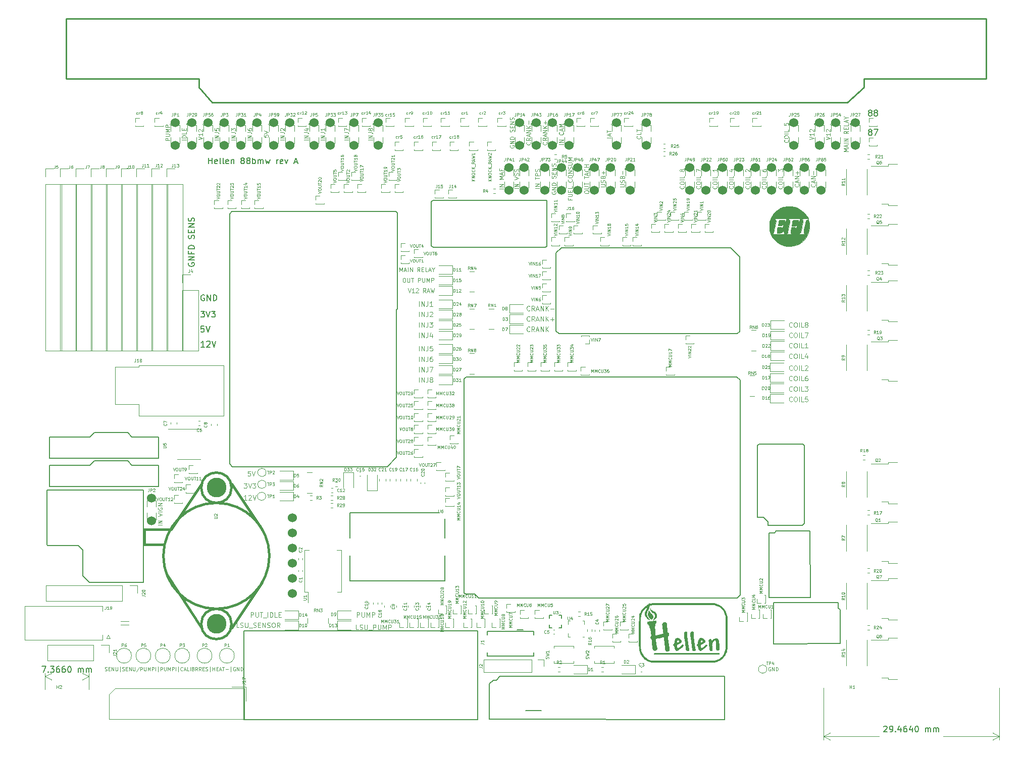
<source format=gto>
G04 #@! TF.GenerationSoftware,KiCad,Pcbnew,(5.99.0-11247-g3f6811f413)*
G04 #@! TF.CreationDate,2021-08-14T14:37:13+03:00*
G04 #@! TF.ProjectId,hellen88bmw,68656c6c-656e-4383-9862-6d772e6b6963,rev?*
G04 #@! TF.SameCoordinates,PX3d1b110PY9269338*
G04 #@! TF.FileFunction,Legend,Top*
G04 #@! TF.FilePolarity,Positive*
%FSLAX46Y46*%
G04 Gerber Fmt 4.6, Leading zero omitted, Abs format (unit mm)*
G04 Created by KiCad (PCBNEW (5.99.0-11247-g3f6811f413)) date 2021-08-14 14:37:13*
%MOMM*%
%LPD*%
G01*
G04 APERTURE LIST*
%ADD10C,0.150000*%
%ADD11C,0.120000*%
%ADD12C,0.100000*%
%ADD13C,0.070000*%
%ADD14C,0.200000*%
%ADD15C,0.249936*%
%ADD16C,0.099060*%
%ADD17C,0.203200*%
%ADD18C,0.127000*%
%ADD19C,0.002540*%
%ADD20C,0.381000*%
%ADD21C,1.524000*%
%ADD22C,3.302000*%
G04 APERTURE END LIST*
D10*
X26209452Y68820620D02*
X26828500Y68820620D01*
X26495166Y68439667D01*
X26638023Y68439667D01*
X26733261Y68392048D01*
X26780880Y68344429D01*
X26828500Y68249191D01*
X26828500Y68011096D01*
X26780880Y67915858D01*
X26733261Y67868239D01*
X26638023Y67820620D01*
X26352309Y67820620D01*
X26257071Y67868239D01*
X26209452Y67915858D01*
X27114214Y68820620D02*
X27447547Y67820620D01*
X27780880Y68820620D01*
X28018976Y68820620D02*
X28638023Y68820620D01*
X28304690Y68439667D01*
X28447547Y68439667D01*
X28542785Y68392048D01*
X28590404Y68344429D01*
X28638023Y68249191D01*
X28638023Y68011096D01*
X28590404Y67915858D01*
X28542785Y67868239D01*
X28447547Y67820620D01*
X28161833Y67820620D01*
X28066595Y67868239D01*
X28018976Y67915858D01*
X26733261Y66320620D02*
X26257071Y66320620D01*
X26209452Y65844429D01*
X26257071Y65892048D01*
X26352309Y65939667D01*
X26590404Y65939667D01*
X26685642Y65892048D01*
X26733261Y65844429D01*
X26780880Y65749191D01*
X26780880Y65511096D01*
X26733261Y65415858D01*
X26685642Y65368239D01*
X26590404Y65320620D01*
X26352309Y65320620D01*
X26257071Y65368239D01*
X26209452Y65415858D01*
X27066595Y66320620D02*
X27399928Y65320620D01*
X27733261Y66320620D01*
X26828500Y62820620D02*
X26257071Y62820620D01*
X26542785Y62820620D02*
X26542785Y63820620D01*
X26447547Y63677762D01*
X26352309Y63582524D01*
X26257071Y63534905D01*
X27209452Y63725381D02*
X27257071Y63773000D01*
X27352309Y63820620D01*
X27590404Y63820620D01*
X27685642Y63773000D01*
X27733261Y63725381D01*
X27780880Y63630143D01*
X27780880Y63534905D01*
X27733261Y63392048D01*
X27161833Y62820620D01*
X27780880Y62820620D01*
X28066595Y63820620D02*
X28399928Y62820620D01*
X28733261Y63820620D01*
X24176000Y76913596D02*
X24128380Y76818358D01*
X24128380Y76675500D01*
X24176000Y76532643D01*
X24271238Y76437405D01*
X24366476Y76389786D01*
X24556952Y76342167D01*
X24699809Y76342167D01*
X24890285Y76389786D01*
X24985523Y76437405D01*
X25080761Y76532643D01*
X25128380Y76675500D01*
X25128380Y76770739D01*
X25080761Y76913596D01*
X25033142Y76961215D01*
X24699809Y76961215D01*
X24699809Y76770739D01*
X25128380Y77389786D02*
X24128380Y77389786D01*
X25128380Y77961215D01*
X24128380Y77961215D01*
X24604571Y78770739D02*
X24604571Y78437405D01*
X25128380Y78437405D02*
X24128380Y78437405D01*
X24128380Y78913596D01*
X25128380Y79294548D02*
X24128380Y79294548D01*
X24128380Y79532643D01*
X24176000Y79675500D01*
X24271238Y79770739D01*
X24366476Y79818358D01*
X24556952Y79865977D01*
X24699809Y79865977D01*
X24890285Y79818358D01*
X24985523Y79770739D01*
X25080761Y79675500D01*
X25128380Y79532643D01*
X25128380Y79294548D01*
X25080761Y81008834D02*
X25128380Y81151691D01*
X25128380Y81389786D01*
X25080761Y81485024D01*
X25033142Y81532643D01*
X24937904Y81580262D01*
X24842666Y81580262D01*
X24747428Y81532643D01*
X24699809Y81485024D01*
X24652190Y81389786D01*
X24604571Y81199310D01*
X24556952Y81104072D01*
X24509333Y81056453D01*
X24414095Y81008834D01*
X24318857Y81008834D01*
X24223619Y81056453D01*
X24176000Y81104072D01*
X24128380Y81199310D01*
X24128380Y81437405D01*
X24176000Y81580262D01*
X24604571Y82008834D02*
X24604571Y82342167D01*
X25128380Y82485024D02*
X25128380Y82008834D01*
X24128380Y82008834D01*
X24128380Y82485024D01*
X25128380Y82913596D02*
X24128380Y82913596D01*
X25128380Y83485024D01*
X24128380Y83485024D01*
X25080761Y83913596D02*
X25128380Y84056453D01*
X25128380Y84294548D01*
X25080761Y84389786D01*
X25033142Y84437405D01*
X24937904Y84485024D01*
X24842666Y84485024D01*
X24747428Y84437405D01*
X24699809Y84389786D01*
X24652190Y84294548D01*
X24604571Y84104072D01*
X24556952Y84008834D01*
X24509333Y83961215D01*
X24414095Y83913596D01*
X24318857Y83913596D01*
X24223619Y83961215D01*
X24176000Y84008834D01*
X24128380Y84104072D01*
X24128380Y84342167D01*
X24176000Y84485024D01*
D11*
X62821238Y66161096D02*
X62821238Y66961096D01*
X63202190Y66161096D02*
X63202190Y66961096D01*
X63659333Y66161096D01*
X63659333Y66961096D01*
X64268857Y66961096D02*
X64268857Y66389667D01*
X64230761Y66275381D01*
X64154571Y66199191D01*
X64040285Y66161096D01*
X63964095Y66161096D01*
X64573619Y66961096D02*
X65068857Y66961096D01*
X64802190Y66656334D01*
X64916476Y66656334D01*
X64992666Y66618239D01*
X65030761Y66580143D01*
X65068857Y66503953D01*
X65068857Y66313477D01*
X65030761Y66237286D01*
X64992666Y66199191D01*
X64916476Y66161096D01*
X64687904Y66161096D01*
X64611714Y66199191D01*
X64573619Y66237286D01*
D10*
X138354571Y102142048D02*
X138259333Y102189667D01*
X138211714Y102237286D01*
X138164095Y102332524D01*
X138164095Y102380143D01*
X138211714Y102475381D01*
X138259333Y102523000D01*
X138354571Y102570620D01*
X138545047Y102570620D01*
X138640285Y102523000D01*
X138687904Y102475381D01*
X138735523Y102380143D01*
X138735523Y102332524D01*
X138687904Y102237286D01*
X138640285Y102189667D01*
X138545047Y102142048D01*
X138354571Y102142048D01*
X138259333Y102094429D01*
X138211714Y102046810D01*
X138164095Y101951572D01*
X138164095Y101761096D01*
X138211714Y101665858D01*
X138259333Y101618239D01*
X138354571Y101570620D01*
X138545047Y101570620D01*
X138640285Y101618239D01*
X138687904Y101665858D01*
X138735523Y101761096D01*
X138735523Y101951572D01*
X138687904Y102046810D01*
X138640285Y102094429D01*
X138545047Y102142048D01*
X139306952Y102142048D02*
X139211714Y102189667D01*
X139164095Y102237286D01*
X139116476Y102332524D01*
X139116476Y102380143D01*
X139164095Y102475381D01*
X139211714Y102523000D01*
X139306952Y102570620D01*
X139497428Y102570620D01*
X139592666Y102523000D01*
X139640285Y102475381D01*
X139687904Y102380143D01*
X139687904Y102332524D01*
X139640285Y102237286D01*
X139592666Y102189667D01*
X139497428Y102142048D01*
X139306952Y102142048D01*
X139211714Y102094429D01*
X139164095Y102046810D01*
X139116476Y101951572D01*
X139116476Y101761096D01*
X139164095Y101665858D01*
X139211714Y101618239D01*
X139306952Y101570620D01*
X139497428Y101570620D01*
X139592666Y101618239D01*
X139640285Y101665858D01*
X139687904Y101761096D01*
X139687904Y101951572D01*
X139640285Y102046810D01*
X139592666Y102094429D01*
X139497428Y102142048D01*
D11*
X34598750Y17511560D02*
X34598750Y18311560D01*
X34903512Y18311560D01*
X34979702Y18273464D01*
X35017797Y18235369D01*
X35055893Y18159179D01*
X35055893Y18044893D01*
X35017797Y17968703D01*
X34979702Y17930607D01*
X34903512Y17892512D01*
X34598750Y17892512D01*
X35398750Y18311560D02*
X35398750Y17663941D01*
X35436845Y17587750D01*
X35474940Y17549655D01*
X35551131Y17511560D01*
X35703512Y17511560D01*
X35779702Y17549655D01*
X35817797Y17587750D01*
X35855893Y17663941D01*
X35855893Y18311560D01*
X36122559Y18311560D02*
X36579702Y18311560D01*
X36351131Y17511560D02*
X36351131Y18311560D01*
X36655893Y17435369D02*
X37265416Y17435369D01*
X37455893Y17511560D02*
X37455893Y18311560D01*
X37836845Y17511560D02*
X37836845Y18311560D01*
X38027321Y18311560D01*
X38141607Y18273464D01*
X38217797Y18197274D01*
X38255893Y18121084D01*
X38293988Y17968703D01*
X38293988Y17854417D01*
X38255893Y17702036D01*
X38217797Y17625845D01*
X38141607Y17549655D01*
X38027321Y17511560D01*
X37836845Y17511560D01*
X39017797Y17511560D02*
X38636845Y17511560D01*
X38636845Y18311560D01*
X39284464Y17930607D02*
X39551131Y17930607D01*
X39665416Y17511560D02*
X39284464Y17511560D01*
X39284464Y18311560D01*
X39665416Y18311560D01*
X34523619Y41961096D02*
X34142666Y41961096D01*
X34104571Y41580143D01*
X34142666Y41618239D01*
X34218857Y41656334D01*
X34409333Y41656334D01*
X34485523Y41618239D01*
X34523619Y41580143D01*
X34561714Y41503953D01*
X34561714Y41313477D01*
X34523619Y41237286D01*
X34485523Y41199191D01*
X34409333Y41161096D01*
X34218857Y41161096D01*
X34142666Y41199191D01*
X34104571Y41237286D01*
X34790285Y41961096D02*
X35056952Y41161096D01*
X35323619Y41961096D01*
D12*
X93292666Y89706334D02*
X93859333Y89706334D01*
X93926000Y89739667D01*
X93959333Y89773000D01*
X93992666Y89839667D01*
X93992666Y89973000D01*
X93959333Y90039667D01*
X93926000Y90073000D01*
X93859333Y90106334D01*
X93292666Y90106334D01*
X93959333Y90406334D02*
X93992666Y90506334D01*
X93992666Y90673000D01*
X93959333Y90739667D01*
X93926000Y90773000D01*
X93859333Y90806334D01*
X93792666Y90806334D01*
X93726000Y90773000D01*
X93692666Y90739667D01*
X93659333Y90673000D01*
X93626000Y90539667D01*
X93592666Y90473000D01*
X93559333Y90439667D01*
X93492666Y90406334D01*
X93426000Y90406334D01*
X93359333Y90439667D01*
X93326000Y90473000D01*
X93292666Y90539667D01*
X93292666Y90706334D01*
X93326000Y90806334D01*
X93626000Y91339667D02*
X93659333Y91439667D01*
X93692666Y91473000D01*
X93759333Y91506334D01*
X93859333Y91506334D01*
X93926000Y91473000D01*
X93959333Y91439667D01*
X93992666Y91373000D01*
X93992666Y91106334D01*
X93292666Y91106334D01*
X93292666Y91339667D01*
X93326000Y91406334D01*
X93359333Y91439667D01*
X93426000Y91473000D01*
X93492666Y91473000D01*
X93559333Y91439667D01*
X93592666Y91406334D01*
X93626000Y91339667D01*
X93626000Y91106334D01*
X93726000Y91806334D02*
X93726000Y92339667D01*
X93992666Y92073000D02*
X93459333Y92073000D01*
X99926000Y98189667D02*
X99959333Y98156334D01*
X99992666Y98056334D01*
X99992666Y97989667D01*
X99959333Y97889667D01*
X99892666Y97823000D01*
X99826000Y97789667D01*
X99692666Y97756334D01*
X99592666Y97756334D01*
X99459333Y97789667D01*
X99392666Y97823000D01*
X99326000Y97889667D01*
X99292666Y97989667D01*
X99292666Y98056334D01*
X99326000Y98156334D01*
X99359333Y98189667D01*
X99992666Y98823000D02*
X99992666Y98489667D01*
X99292666Y98489667D01*
X99292666Y98956334D02*
X99292666Y99356334D01*
X99992666Y99156334D02*
X99292666Y99156334D01*
D11*
X52377321Y17511560D02*
X52377321Y18311560D01*
X52682083Y18311560D01*
X52758274Y18273464D01*
X52796369Y18235369D01*
X52834464Y18159179D01*
X52834464Y18044893D01*
X52796369Y17968703D01*
X52758274Y17930607D01*
X52682083Y17892512D01*
X52377321Y17892512D01*
X53177321Y18311560D02*
X53177321Y17663941D01*
X53215416Y17587750D01*
X53253512Y17549655D01*
X53329702Y17511560D01*
X53482083Y17511560D01*
X53558274Y17549655D01*
X53596369Y17587750D01*
X53634464Y17663941D01*
X53634464Y18311560D01*
X54015416Y17511560D02*
X54015416Y18311560D01*
X54282083Y17740131D01*
X54548750Y18311560D01*
X54548750Y17511560D01*
X54929702Y17511560D02*
X54929702Y18311560D01*
X55234464Y18311560D01*
X55310655Y18273464D01*
X55348750Y18235369D01*
X55386845Y18159179D01*
X55386845Y18044893D01*
X55348750Y17968703D01*
X55310655Y17930607D01*
X55234464Y17892512D01*
X54929702Y17892512D01*
D12*
X128292666Y97623000D02*
X128992666Y97856334D01*
X128292666Y98089667D01*
X128992666Y98689667D02*
X128992666Y98289667D01*
X128992666Y98489667D02*
X128292666Y98489667D01*
X128392666Y98423000D01*
X128459333Y98356334D01*
X128492666Y98289667D01*
X128359333Y98956334D02*
X128326000Y98989667D01*
X128292666Y99056334D01*
X128292666Y99223000D01*
X128326000Y99289667D01*
X128359333Y99323000D01*
X128426000Y99356334D01*
X128492666Y99356334D01*
X128592666Y99323000D01*
X128992666Y98923000D01*
X128992666Y99356334D01*
D11*
X60242666Y74406334D02*
X60376000Y74406334D01*
X60442666Y74373000D01*
X60509333Y74306334D01*
X60542666Y74173000D01*
X60542666Y73939667D01*
X60509333Y73806334D01*
X60442666Y73739667D01*
X60376000Y73706334D01*
X60242666Y73706334D01*
X60176000Y73739667D01*
X60109333Y73806334D01*
X60076000Y73939667D01*
X60076000Y74173000D01*
X60109333Y74306334D01*
X60176000Y74373000D01*
X60242666Y74406334D01*
X60842666Y74406334D02*
X60842666Y73839667D01*
X60876000Y73773000D01*
X60909333Y73739667D01*
X60976000Y73706334D01*
X61109333Y73706334D01*
X61176000Y73739667D01*
X61209333Y73773000D01*
X61242666Y73839667D01*
X61242666Y74406334D01*
X61476000Y74406334D02*
X61876000Y74406334D01*
X61676000Y73706334D02*
X61676000Y74406334D01*
X62642666Y73706334D02*
X62642666Y74406334D01*
X62909333Y74406334D01*
X62976000Y74373000D01*
X63009333Y74339667D01*
X63042666Y74273000D01*
X63042666Y74173000D01*
X63009333Y74106334D01*
X62976000Y74073000D01*
X62909333Y74039667D01*
X62642666Y74039667D01*
X63342666Y74406334D02*
X63342666Y73839667D01*
X63376000Y73773000D01*
X63409333Y73739667D01*
X63476000Y73706334D01*
X63609333Y73706334D01*
X63676000Y73739667D01*
X63709333Y73773000D01*
X63742666Y73839667D01*
X63742666Y74406334D01*
X64076000Y73706334D02*
X64076000Y74406334D01*
X64309333Y73906334D01*
X64542666Y74406334D01*
X64542666Y73706334D01*
X64876000Y73706334D02*
X64876000Y74406334D01*
X65142666Y74406334D01*
X65209333Y74373000D01*
X65242666Y74339667D01*
X65276000Y74273000D01*
X65276000Y74173000D01*
X65242666Y74106334D01*
X65209333Y74073000D01*
X65142666Y74039667D01*
X64876000Y74039667D01*
D12*
X34742666Y97556334D02*
X34042666Y97556334D01*
X34742666Y97889667D02*
X34042666Y97889667D01*
X34742666Y98289667D01*
X34042666Y98289667D01*
X34042666Y98823000D02*
X34542666Y98823000D01*
X34642666Y98789667D01*
X34709333Y98723000D01*
X34742666Y98623000D01*
X34742666Y98556334D01*
X34042666Y99456334D02*
X34042666Y99323000D01*
X34076000Y99256334D01*
X34109333Y99223000D01*
X34209333Y99156334D01*
X34342666Y99123000D01*
X34609333Y99123000D01*
X34676000Y99156334D01*
X34709333Y99189667D01*
X34742666Y99256334D01*
X34742666Y99389667D01*
X34709333Y99456334D01*
X34676000Y99489667D01*
X34609333Y99523000D01*
X34442666Y99523000D01*
X34376000Y99489667D01*
X34342666Y99456334D01*
X34309333Y99389667D01*
X34309333Y99256334D01*
X34342666Y99189667D01*
X34376000Y99156334D01*
X34442666Y99123000D01*
X76992666Y89389667D02*
X76292666Y89389667D01*
X76992666Y89723000D02*
X76292666Y89723000D01*
X76992666Y90123000D01*
X76292666Y90123000D01*
X76992666Y90989667D02*
X76292666Y90989667D01*
X76792666Y91223000D01*
X76292666Y91456334D01*
X76992666Y91456334D01*
X76792666Y91756334D02*
X76792666Y92089667D01*
X76992666Y91689667D02*
X76292666Y91923000D01*
X76992666Y92156334D01*
X76626000Y92623000D02*
X76626000Y92389667D01*
X76992666Y92389667D02*
X76292666Y92389667D01*
X76292666Y92723000D01*
D11*
X125359333Y66237286D02*
X125321238Y66199191D01*
X125206952Y66161096D01*
X125130761Y66161096D01*
X125016476Y66199191D01*
X124940285Y66275381D01*
X124902190Y66351572D01*
X124864095Y66503953D01*
X124864095Y66618239D01*
X124902190Y66770620D01*
X124940285Y66846810D01*
X125016476Y66923000D01*
X125130761Y66961096D01*
X125206952Y66961096D01*
X125321238Y66923000D01*
X125359333Y66884905D01*
X125854571Y66961096D02*
X126006952Y66961096D01*
X126083142Y66923000D01*
X126159333Y66846810D01*
X126197428Y66694429D01*
X126197428Y66427762D01*
X126159333Y66275381D01*
X126083142Y66199191D01*
X126006952Y66161096D01*
X125854571Y66161096D01*
X125778380Y66199191D01*
X125702190Y66275381D01*
X125664095Y66427762D01*
X125664095Y66694429D01*
X125702190Y66846810D01*
X125778380Y66923000D01*
X125854571Y66961096D01*
X126540285Y66161096D02*
X126540285Y66961096D01*
X127302190Y66161096D02*
X126921238Y66161096D01*
X126921238Y66961096D01*
X127683142Y66618239D02*
X127606952Y66656334D01*
X127568857Y66694429D01*
X127530761Y66770620D01*
X127530761Y66808715D01*
X127568857Y66884905D01*
X127606952Y66923000D01*
X127683142Y66961096D01*
X127835523Y66961096D01*
X127911714Y66923000D01*
X127949809Y66884905D01*
X127987904Y66808715D01*
X127987904Y66770620D01*
X127949809Y66694429D01*
X127911714Y66656334D01*
X127835523Y66618239D01*
X127683142Y66618239D01*
X127606952Y66580143D01*
X127568857Y66542048D01*
X127530761Y66465858D01*
X127530761Y66313477D01*
X127568857Y66237286D01*
X127606952Y66199191D01*
X127683142Y66161096D01*
X127835523Y66161096D01*
X127911714Y66199191D01*
X127949809Y66237286D01*
X127987904Y66313477D01*
X127987904Y66465858D01*
X127949809Y66542048D01*
X127911714Y66580143D01*
X127835523Y66618239D01*
D12*
X121718857Y9073000D02*
X121661714Y9101572D01*
X121576000Y9101572D01*
X121490285Y9073000D01*
X121433142Y9015858D01*
X121404571Y8958715D01*
X121376000Y8844429D01*
X121376000Y8758715D01*
X121404571Y8644429D01*
X121433142Y8587286D01*
X121490285Y8530143D01*
X121576000Y8501572D01*
X121633142Y8501572D01*
X121718857Y8530143D01*
X121747428Y8558715D01*
X121747428Y8758715D01*
X121633142Y8758715D01*
X122004571Y8501572D02*
X122004571Y9101572D01*
X122347428Y8501572D01*
X122347428Y9101572D01*
X122633142Y8501572D02*
X122633142Y9101572D01*
X122776000Y9101572D01*
X122861714Y9073000D01*
X122918857Y9015858D01*
X122947428Y8958715D01*
X122976000Y8844429D01*
X122976000Y8758715D01*
X122947428Y8644429D01*
X122918857Y8587286D01*
X122861714Y8530143D01*
X122776000Y8501572D01*
X122633142Y8501572D01*
X118176000Y89823000D02*
X118209333Y89789667D01*
X118242666Y89689667D01*
X118242666Y89623000D01*
X118209333Y89523000D01*
X118142666Y89456334D01*
X118076000Y89423000D01*
X117942666Y89389667D01*
X117842666Y89389667D01*
X117709333Y89423000D01*
X117642666Y89456334D01*
X117576000Y89523000D01*
X117542666Y89623000D01*
X117542666Y89689667D01*
X117576000Y89789667D01*
X117609333Y89823000D01*
X117542666Y90256334D02*
X117542666Y90389667D01*
X117576000Y90456334D01*
X117642666Y90523000D01*
X117776000Y90556334D01*
X118009333Y90556334D01*
X118142666Y90523000D01*
X118209333Y90456334D01*
X118242666Y90389667D01*
X118242666Y90256334D01*
X118209333Y90189667D01*
X118142666Y90123000D01*
X118009333Y90089667D01*
X117776000Y90089667D01*
X117642666Y90123000D01*
X117576000Y90189667D01*
X117542666Y90256334D01*
X118242666Y90856334D02*
X117542666Y90856334D01*
X118242666Y91523000D02*
X118242666Y91189667D01*
X117542666Y91189667D01*
X117609333Y92256334D02*
X117576000Y92289667D01*
X117542666Y92356334D01*
X117542666Y92523000D01*
X117576000Y92589667D01*
X117609333Y92623000D01*
X117676000Y92656334D01*
X117742666Y92656334D01*
X117842666Y92623000D01*
X118242666Y92223000D01*
X118242666Y92656334D01*
D11*
X62821238Y60411096D02*
X62821238Y61211096D01*
X63202190Y60411096D02*
X63202190Y61211096D01*
X63659333Y60411096D01*
X63659333Y61211096D01*
X64268857Y61211096D02*
X64268857Y60639667D01*
X64230761Y60525381D01*
X64154571Y60449191D01*
X64040285Y60411096D01*
X63964095Y60411096D01*
X64992666Y61211096D02*
X64840285Y61211096D01*
X64764095Y61173000D01*
X64726000Y61134905D01*
X64649809Y61020620D01*
X64611714Y60868239D01*
X64611714Y60563477D01*
X64649809Y60487286D01*
X64687904Y60449191D01*
X64764095Y60411096D01*
X64916476Y60411096D01*
X64992666Y60449191D01*
X65030761Y60487286D01*
X65068857Y60563477D01*
X65068857Y60753953D01*
X65030761Y60830143D01*
X64992666Y60868239D01*
X64916476Y60906334D01*
X64764095Y60906334D01*
X64687904Y60868239D01*
X64649809Y60830143D01*
X64611714Y60753953D01*
D12*
X123676000Y89823000D02*
X123709333Y89789667D01*
X123742666Y89689667D01*
X123742666Y89623000D01*
X123709333Y89523000D01*
X123642666Y89456334D01*
X123576000Y89423000D01*
X123442666Y89389667D01*
X123342666Y89389667D01*
X123209333Y89423000D01*
X123142666Y89456334D01*
X123076000Y89523000D01*
X123042666Y89623000D01*
X123042666Y89689667D01*
X123076000Y89789667D01*
X123109333Y89823000D01*
X123042666Y90256334D02*
X123042666Y90389667D01*
X123076000Y90456334D01*
X123142666Y90523000D01*
X123276000Y90556334D01*
X123509333Y90556334D01*
X123642666Y90523000D01*
X123709333Y90456334D01*
X123742666Y90389667D01*
X123742666Y90256334D01*
X123709333Y90189667D01*
X123642666Y90123000D01*
X123509333Y90089667D01*
X123276000Y90089667D01*
X123142666Y90123000D01*
X123076000Y90189667D01*
X123042666Y90256334D01*
X123742666Y90856334D02*
X123042666Y90856334D01*
X123742666Y91523000D02*
X123742666Y91189667D01*
X123042666Y91189667D01*
X123042666Y92223000D02*
X123042666Y92656334D01*
X123309333Y92423000D01*
X123309333Y92523000D01*
X123342666Y92589667D01*
X123376000Y92623000D01*
X123442666Y92656334D01*
X123609333Y92656334D01*
X123676000Y92623000D01*
X123709333Y92589667D01*
X123742666Y92523000D01*
X123742666Y92323000D01*
X123709333Y92256334D01*
X123676000Y92223000D01*
X96542666Y89706334D02*
X97109333Y89706334D01*
X97176000Y89739667D01*
X97209333Y89773000D01*
X97242666Y89839667D01*
X97242666Y89973000D01*
X97209333Y90039667D01*
X97176000Y90073000D01*
X97109333Y90106334D01*
X96542666Y90106334D01*
X97209333Y90406334D02*
X97242666Y90506334D01*
X97242666Y90673000D01*
X97209333Y90739667D01*
X97176000Y90773000D01*
X97109333Y90806334D01*
X97042666Y90806334D01*
X96976000Y90773000D01*
X96942666Y90739667D01*
X96909333Y90673000D01*
X96876000Y90539667D01*
X96842666Y90473000D01*
X96809333Y90439667D01*
X96742666Y90406334D01*
X96676000Y90406334D01*
X96609333Y90439667D01*
X96576000Y90473000D01*
X96542666Y90539667D01*
X96542666Y90706334D01*
X96576000Y90806334D01*
X96876000Y91339667D02*
X96909333Y91439667D01*
X96942666Y91473000D01*
X97009333Y91506334D01*
X97109333Y91506334D01*
X97176000Y91473000D01*
X97209333Y91439667D01*
X97242666Y91373000D01*
X97242666Y91106334D01*
X96542666Y91106334D01*
X96542666Y91339667D01*
X96576000Y91406334D01*
X96609333Y91439667D01*
X96676000Y91473000D01*
X96742666Y91473000D01*
X96809333Y91439667D01*
X96842666Y91406334D01*
X96876000Y91339667D01*
X96876000Y91106334D01*
X96976000Y91806334D02*
X96976000Y92339667D01*
X131042666Y97623000D02*
X131742666Y97856334D01*
X131042666Y98089667D01*
X131742666Y98689667D02*
X131742666Y98289667D01*
X131742666Y98489667D02*
X131042666Y98489667D01*
X131142666Y98423000D01*
X131209333Y98356334D01*
X131242666Y98289667D01*
X131109333Y98956334D02*
X131076000Y98989667D01*
X131042666Y99056334D01*
X131042666Y99223000D01*
X131076000Y99289667D01*
X131109333Y99323000D01*
X131176000Y99356334D01*
X131242666Y99356334D01*
X131342666Y99323000D01*
X131742666Y98923000D01*
X131742666Y99356334D01*
X20992666Y97473000D02*
X20292666Y97473000D01*
X20292666Y97739667D01*
X20326000Y97806334D01*
X20359333Y97839667D01*
X20426000Y97873000D01*
X20526000Y97873000D01*
X20592666Y97839667D01*
X20626000Y97806334D01*
X20659333Y97739667D01*
X20659333Y97473000D01*
X20292666Y98173000D02*
X20859333Y98173000D01*
X20926000Y98206334D01*
X20959333Y98239667D01*
X20992666Y98306334D01*
X20992666Y98439667D01*
X20959333Y98506334D01*
X20926000Y98539667D01*
X20859333Y98573000D01*
X20292666Y98573000D01*
X20992666Y98906334D02*
X20292666Y98906334D01*
X20792666Y99139667D01*
X20292666Y99373000D01*
X20992666Y99373000D01*
X20992666Y99706334D02*
X20292666Y99706334D01*
X20292666Y99973000D01*
X20326000Y100039667D01*
X20359333Y100073000D01*
X20426000Y100106334D01*
X20526000Y100106334D01*
X20592666Y100073000D01*
X20626000Y100039667D01*
X20659333Y99973000D01*
X20659333Y99706334D01*
D11*
X33435523Y39961096D02*
X33930761Y39961096D01*
X33664095Y39656334D01*
X33778380Y39656334D01*
X33854571Y39618239D01*
X33892666Y39580143D01*
X33930761Y39503953D01*
X33930761Y39313477D01*
X33892666Y39237286D01*
X33854571Y39199191D01*
X33778380Y39161096D01*
X33549809Y39161096D01*
X33473619Y39199191D01*
X33435523Y39237286D01*
X34159333Y39961096D02*
X34426000Y39161096D01*
X34692666Y39961096D01*
X34883142Y39961096D02*
X35378380Y39961096D01*
X35111714Y39656334D01*
X35226000Y39656334D01*
X35302190Y39618239D01*
X35340285Y39580143D01*
X35378380Y39503953D01*
X35378380Y39313477D01*
X35340285Y39237286D01*
X35302190Y39199191D01*
X35226000Y39161096D01*
X34997428Y39161096D01*
X34921238Y39199191D01*
X34883142Y39237286D01*
D12*
X120926000Y89823000D02*
X120959333Y89789667D01*
X120992666Y89689667D01*
X120992666Y89623000D01*
X120959333Y89523000D01*
X120892666Y89456334D01*
X120826000Y89423000D01*
X120692666Y89389667D01*
X120592666Y89389667D01*
X120459333Y89423000D01*
X120392666Y89456334D01*
X120326000Y89523000D01*
X120292666Y89623000D01*
X120292666Y89689667D01*
X120326000Y89789667D01*
X120359333Y89823000D01*
X120292666Y90256334D02*
X120292666Y90389667D01*
X120326000Y90456334D01*
X120392666Y90523000D01*
X120526000Y90556334D01*
X120759333Y90556334D01*
X120892666Y90523000D01*
X120959333Y90456334D01*
X120992666Y90389667D01*
X120992666Y90256334D01*
X120959333Y90189667D01*
X120892666Y90123000D01*
X120759333Y90089667D01*
X120526000Y90089667D01*
X120392666Y90123000D01*
X120326000Y90189667D01*
X120292666Y90256334D01*
X120992666Y90856334D02*
X120292666Y90856334D01*
X120992666Y91523000D02*
X120992666Y91189667D01*
X120292666Y91189667D01*
X120292666Y92589667D02*
X120292666Y92456334D01*
X120326000Y92389667D01*
X120359333Y92356334D01*
X120459333Y92289667D01*
X120592666Y92256334D01*
X120859333Y92256334D01*
X120926000Y92289667D01*
X120959333Y92323000D01*
X120992666Y92389667D01*
X120992666Y92523000D01*
X120959333Y92589667D01*
X120926000Y92623000D01*
X120859333Y92656334D01*
X120692666Y92656334D01*
X120626000Y92623000D01*
X120592666Y92589667D01*
X120559333Y92523000D01*
X120559333Y92389667D01*
X120592666Y92323000D01*
X120626000Y92289667D01*
X120692666Y92256334D01*
D11*
X62821238Y69661096D02*
X62821238Y70461096D01*
X63202190Y69661096D02*
X63202190Y70461096D01*
X63659333Y69661096D01*
X63659333Y70461096D01*
X64268857Y70461096D02*
X64268857Y69889667D01*
X64230761Y69775381D01*
X64154571Y69699191D01*
X64040285Y69661096D01*
X63964095Y69661096D01*
X65068857Y69661096D02*
X64611714Y69661096D01*
X64840285Y69661096D02*
X64840285Y70461096D01*
X64764095Y70346810D01*
X64687904Y70270620D01*
X64611714Y70232524D01*
X52642666Y15411096D02*
X52261714Y15411096D01*
X52261714Y16211096D01*
X52871238Y15449191D02*
X52985523Y15411096D01*
X53176000Y15411096D01*
X53252190Y15449191D01*
X53290285Y15487286D01*
X53328380Y15563477D01*
X53328380Y15639667D01*
X53290285Y15715858D01*
X53252190Y15753953D01*
X53176000Y15792048D01*
X53023619Y15830143D01*
X52947428Y15868239D01*
X52909333Y15906334D01*
X52871238Y15982524D01*
X52871238Y16058715D01*
X52909333Y16134905D01*
X52947428Y16173000D01*
X53023619Y16211096D01*
X53214095Y16211096D01*
X53328380Y16173000D01*
X53671238Y16211096D02*
X53671238Y15563477D01*
X53709333Y15487286D01*
X53747428Y15449191D01*
X53823619Y15411096D01*
X53976000Y15411096D01*
X54052190Y15449191D01*
X54090285Y15487286D01*
X54128380Y15563477D01*
X54128380Y16211096D01*
X54318857Y15334905D02*
X54928380Y15334905D01*
X55118857Y15411096D02*
X55118857Y16211096D01*
X55423619Y16211096D01*
X55499809Y16173000D01*
X55537904Y16134905D01*
X55576000Y16058715D01*
X55576000Y15944429D01*
X55537904Y15868239D01*
X55499809Y15830143D01*
X55423619Y15792048D01*
X55118857Y15792048D01*
X55918857Y16211096D02*
X55918857Y15563477D01*
X55956952Y15487286D01*
X55995047Y15449191D01*
X56071238Y15411096D01*
X56223619Y15411096D01*
X56299809Y15449191D01*
X56337904Y15487286D01*
X56376000Y15563477D01*
X56376000Y16211096D01*
X56756952Y15411096D02*
X56756952Y16211096D01*
X57023619Y15639667D01*
X57290285Y16211096D01*
X57290285Y15411096D01*
X57671238Y15411096D02*
X57671238Y16211096D01*
X57976000Y16211096D01*
X58052190Y16173000D01*
X58090285Y16134905D01*
X58128380Y16058715D01*
X58128380Y15944429D01*
X58090285Y15868239D01*
X58052190Y15830143D01*
X57976000Y15792048D01*
X57671238Y15792048D01*
D12*
X94992666Y97956334D02*
X94292666Y97956334D01*
X94792666Y98256334D02*
X94792666Y98589667D01*
X94992666Y98189667D02*
X94292666Y98423000D01*
X94992666Y98656334D01*
X94292666Y98789667D02*
X94292666Y99189667D01*
X94992666Y98989667D02*
X94292666Y98989667D01*
X90542666Y88773000D02*
X90542666Y88906334D01*
X90576000Y88973000D01*
X90642666Y89039667D01*
X90776000Y89073000D01*
X91009333Y89073000D01*
X91142666Y89039667D01*
X91209333Y88973000D01*
X91242666Y88906334D01*
X91242666Y88773000D01*
X91209333Y88706334D01*
X91142666Y88639667D01*
X91009333Y88606334D01*
X90776000Y88606334D01*
X90642666Y88639667D01*
X90576000Y88706334D01*
X90542666Y88773000D01*
X90542666Y89373000D02*
X91109333Y89373000D01*
X91176000Y89406334D01*
X91209333Y89439667D01*
X91242666Y89506334D01*
X91242666Y89639667D01*
X91209333Y89706334D01*
X91176000Y89739667D01*
X91109333Y89773000D01*
X90542666Y89773000D01*
X90542666Y90006334D02*
X90542666Y90406334D01*
X91242666Y90206334D02*
X90542666Y90206334D01*
X90542666Y91073000D02*
X90542666Y91473000D01*
X91242666Y91273000D02*
X90542666Y91273000D01*
X91042666Y91673000D02*
X91042666Y92006334D01*
X91242666Y91606334D02*
X90542666Y91839667D01*
X91242666Y92073000D01*
X91176000Y92706334D02*
X91209333Y92673000D01*
X91242666Y92573000D01*
X91242666Y92506334D01*
X91209333Y92406334D01*
X91142666Y92339667D01*
X91076000Y92306334D01*
X90942666Y92273000D01*
X90842666Y92273000D01*
X90709333Y92306334D01*
X90642666Y92339667D01*
X90576000Y92406334D01*
X90542666Y92506334D01*
X90542666Y92573000D01*
X90576000Y92673000D01*
X90609333Y92706334D01*
X91242666Y93006334D02*
X90542666Y93006334D01*
X90876000Y93006334D02*
X90876000Y93406334D01*
X91242666Y93406334D02*
X90542666Y93406334D01*
D11*
X60959333Y72656334D02*
X61192666Y71956334D01*
X61426000Y72656334D01*
X62026000Y71956334D02*
X61626000Y71956334D01*
X61826000Y71956334D02*
X61826000Y72656334D01*
X61759333Y72556334D01*
X61692666Y72489667D01*
X61626000Y72456334D01*
X62292666Y72589667D02*
X62326000Y72623000D01*
X62392666Y72656334D01*
X62559333Y72656334D01*
X62626000Y72623000D01*
X62659333Y72589667D01*
X62692666Y72523000D01*
X62692666Y72456334D01*
X62659333Y72356334D01*
X62259333Y71956334D01*
X62692666Y71956334D01*
X63926000Y71956334D02*
X63692666Y72289667D01*
X63526000Y71956334D02*
X63526000Y72656334D01*
X63792666Y72656334D01*
X63859333Y72623000D01*
X63892666Y72589667D01*
X63926000Y72523000D01*
X63926000Y72423000D01*
X63892666Y72356334D01*
X63859333Y72323000D01*
X63792666Y72289667D01*
X63526000Y72289667D01*
X64192666Y72156334D02*
X64526000Y72156334D01*
X64126000Y71956334D02*
X64359333Y72656334D01*
X64592666Y71956334D01*
X64759333Y72656334D02*
X64926000Y71956334D01*
X65059333Y72456334D01*
X65192666Y71956334D01*
X65359333Y72656334D01*
D10*
X26792785Y71523000D02*
X26697547Y71570620D01*
X26554690Y71570620D01*
X26411833Y71523000D01*
X26316595Y71427762D01*
X26268976Y71332524D01*
X26221357Y71142048D01*
X26221357Y70999191D01*
X26268976Y70808715D01*
X26316595Y70713477D01*
X26411833Y70618239D01*
X26554690Y70570620D01*
X26649928Y70570620D01*
X26792785Y70618239D01*
X26840404Y70665858D01*
X26840404Y70999191D01*
X26649928Y70999191D01*
X27268976Y70570620D02*
X27268976Y71570620D01*
X27840404Y70570620D01*
X27840404Y71570620D01*
X28316595Y70570620D02*
X28316595Y71570620D01*
X28554690Y71570620D01*
X28697547Y71523000D01*
X28792785Y71427762D01*
X28840404Y71332524D01*
X28888023Y71142048D01*
X28888023Y70999191D01*
X28840404Y70808715D01*
X28792785Y70713477D01*
X28697547Y70618239D01*
X28554690Y70570620D01*
X28316595Y70570620D01*
D12*
X54992666Y97556334D02*
X54292666Y97556334D01*
X54992666Y97889667D02*
X54292666Y97889667D01*
X54992666Y98289667D01*
X54292666Y98289667D01*
X54292666Y98823000D02*
X54792666Y98823000D01*
X54892666Y98789667D01*
X54959333Y98723000D01*
X54992666Y98623000D01*
X54992666Y98556334D01*
X54592666Y99256334D02*
X54559333Y99189667D01*
X54526000Y99156334D01*
X54459333Y99123000D01*
X54426000Y99123000D01*
X54359333Y99156334D01*
X54326000Y99189667D01*
X54292666Y99256334D01*
X54292666Y99389667D01*
X54326000Y99456334D01*
X54359333Y99489667D01*
X54426000Y99523000D01*
X54459333Y99523000D01*
X54526000Y99489667D01*
X54559333Y99456334D01*
X54592666Y99389667D01*
X54592666Y99256334D01*
X54626000Y99189667D01*
X54659333Y99156334D01*
X54726000Y99123000D01*
X54859333Y99123000D01*
X54926000Y99156334D01*
X54959333Y99189667D01*
X54992666Y99256334D01*
X54992666Y99389667D01*
X54959333Y99456334D01*
X54926000Y99489667D01*
X54859333Y99523000D01*
X54726000Y99523000D01*
X54659333Y99489667D01*
X54626000Y99456334D01*
X54592666Y99389667D01*
X25792666Y97623000D02*
X26492666Y97856334D01*
X25792666Y98089667D01*
X26492666Y98689667D02*
X26492666Y98289667D01*
X26492666Y98489667D02*
X25792666Y98489667D01*
X25892666Y98423000D01*
X25959333Y98356334D01*
X25992666Y98289667D01*
X25859333Y98956334D02*
X25826000Y98989667D01*
X25792666Y99056334D01*
X25792666Y99223000D01*
X25826000Y99289667D01*
X25859333Y99323000D01*
X25926000Y99356334D01*
X25992666Y99356334D01*
X26092666Y99323000D01*
X26492666Y98923000D01*
X26492666Y99356334D01*
X31992666Y97556334D02*
X31292666Y97556334D01*
X31992666Y97889667D02*
X31292666Y97889667D01*
X31992666Y98289667D01*
X31292666Y98289667D01*
X31292666Y98823000D02*
X31792666Y98823000D01*
X31892666Y98789667D01*
X31959333Y98723000D01*
X31992666Y98623000D01*
X31992666Y98556334D01*
X31292666Y99089667D02*
X31292666Y99523000D01*
X31559333Y99289667D01*
X31559333Y99389667D01*
X31592666Y99456334D01*
X31626000Y99489667D01*
X31692666Y99523000D01*
X31859333Y99523000D01*
X31926000Y99489667D01*
X31959333Y99456334D01*
X31992666Y99389667D01*
X31992666Y99189667D01*
X31959333Y99123000D01*
X31926000Y99089667D01*
X78076000Y96623000D02*
X78042666Y96556334D01*
X78042666Y96456334D01*
X78076000Y96356334D01*
X78142666Y96289667D01*
X78209333Y96256334D01*
X78342666Y96223000D01*
X78442666Y96223000D01*
X78576000Y96256334D01*
X78642666Y96289667D01*
X78709333Y96356334D01*
X78742666Y96456334D01*
X78742666Y96523000D01*
X78709333Y96623000D01*
X78676000Y96656334D01*
X78442666Y96656334D01*
X78442666Y96523000D01*
X78742666Y96956334D02*
X78042666Y96956334D01*
X78742666Y97356334D01*
X78042666Y97356334D01*
X78742666Y97689667D02*
X78042666Y97689667D01*
X78042666Y97856334D01*
X78076000Y97956334D01*
X78142666Y98023000D01*
X78209333Y98056334D01*
X78342666Y98089667D01*
X78442666Y98089667D01*
X78576000Y98056334D01*
X78642666Y98023000D01*
X78709333Y97956334D01*
X78742666Y97856334D01*
X78742666Y97689667D01*
X78709333Y98889667D02*
X78742666Y98989667D01*
X78742666Y99156334D01*
X78709333Y99223000D01*
X78676000Y99256334D01*
X78609333Y99289667D01*
X78542666Y99289667D01*
X78476000Y99256334D01*
X78442666Y99223000D01*
X78409333Y99156334D01*
X78376000Y99023000D01*
X78342666Y98956334D01*
X78309333Y98923000D01*
X78242666Y98889667D01*
X78176000Y98889667D01*
X78109333Y98923000D01*
X78076000Y98956334D01*
X78042666Y99023000D01*
X78042666Y99189667D01*
X78076000Y99289667D01*
X78376000Y99589667D02*
X78376000Y99823000D01*
X78742666Y99923000D02*
X78742666Y99589667D01*
X78042666Y99589667D01*
X78042666Y99923000D01*
X78742666Y100223000D02*
X78042666Y100223000D01*
X78742666Y100623000D01*
X78042666Y100623000D01*
X78709333Y100923000D02*
X78742666Y101023000D01*
X78742666Y101189667D01*
X78709333Y101256334D01*
X78676000Y101289667D01*
X78609333Y101323000D01*
X78542666Y101323000D01*
X78476000Y101289667D01*
X78442666Y101256334D01*
X78409333Y101189667D01*
X78376000Y101056334D01*
X78342666Y100989667D01*
X78309333Y100956334D01*
X78242666Y100923000D01*
X78176000Y100923000D01*
X78109333Y100956334D01*
X78076000Y100989667D01*
X78042666Y101056334D01*
X78042666Y101223000D01*
X78076000Y101323000D01*
X86992666Y96839667D02*
X86292666Y96839667D01*
X86992666Y97173000D02*
X86292666Y97173000D01*
X86992666Y97573000D01*
X86292666Y97573000D01*
X86926000Y98839667D02*
X86959333Y98806334D01*
X86992666Y98706334D01*
X86992666Y98639667D01*
X86959333Y98539667D01*
X86892666Y98473000D01*
X86826000Y98439667D01*
X86692666Y98406334D01*
X86592666Y98406334D01*
X86459333Y98439667D01*
X86392666Y98473000D01*
X86326000Y98539667D01*
X86292666Y98639667D01*
X86292666Y98706334D01*
X86326000Y98806334D01*
X86359333Y98839667D01*
X86792666Y99106334D02*
X86792666Y99439667D01*
X86992666Y99039667D02*
X86292666Y99273000D01*
X86992666Y99506334D01*
X86992666Y99739667D02*
X86292666Y99739667D01*
X86792666Y99973000D01*
X86292666Y100206334D01*
X86992666Y100206334D01*
D11*
X81366476Y68987286D02*
X81328380Y68949191D01*
X81214095Y68911096D01*
X81137904Y68911096D01*
X81023619Y68949191D01*
X80947428Y69025381D01*
X80909333Y69101572D01*
X80871238Y69253953D01*
X80871238Y69368239D01*
X80909333Y69520620D01*
X80947428Y69596810D01*
X81023619Y69673000D01*
X81137904Y69711096D01*
X81214095Y69711096D01*
X81328380Y69673000D01*
X81366476Y69634905D01*
X82166476Y68911096D02*
X81899809Y69292048D01*
X81709333Y68911096D02*
X81709333Y69711096D01*
X82014095Y69711096D01*
X82090285Y69673000D01*
X82128380Y69634905D01*
X82166476Y69558715D01*
X82166476Y69444429D01*
X82128380Y69368239D01*
X82090285Y69330143D01*
X82014095Y69292048D01*
X81709333Y69292048D01*
X82471238Y69139667D02*
X82852190Y69139667D01*
X82395047Y68911096D02*
X82661714Y69711096D01*
X82928380Y68911096D01*
X83195047Y68911096D02*
X83195047Y69711096D01*
X83652190Y68911096D01*
X83652190Y69711096D01*
X84033142Y68911096D02*
X84033142Y69711096D01*
X84490285Y68911096D02*
X84147428Y69368239D01*
X84490285Y69711096D02*
X84033142Y69253953D01*
X84833142Y69215858D02*
X85442666Y69215858D01*
D12*
X79492666Y89423000D02*
X78792666Y89423000D01*
X79492666Y89756334D02*
X78792666Y89756334D01*
X79492666Y90156334D01*
X78792666Y90156334D01*
X78792666Y90923000D02*
X79492666Y91156334D01*
X78792666Y91389667D01*
X79459333Y91589667D02*
X79492666Y91689667D01*
X79492666Y91856334D01*
X79459333Y91923000D01*
X79426000Y91956334D01*
X79359333Y91989667D01*
X79292666Y91989667D01*
X79226000Y91956334D01*
X79192666Y91923000D01*
X79159333Y91856334D01*
X79126000Y91723000D01*
X79092666Y91656334D01*
X79059333Y91623000D01*
X78992666Y91589667D01*
X78926000Y91589667D01*
X78859333Y91623000D01*
X78826000Y91656334D01*
X78792666Y91723000D01*
X78792666Y91889667D01*
X78826000Y91989667D01*
X79459333Y92256334D02*
X79492666Y92356334D01*
X79492666Y92523000D01*
X79459333Y92589667D01*
X79426000Y92623000D01*
X79359333Y92656334D01*
X79292666Y92656334D01*
X79226000Y92623000D01*
X79192666Y92589667D01*
X79159333Y92523000D01*
X79126000Y92389667D01*
X79092666Y92323000D01*
X79059333Y92289667D01*
X78992666Y92256334D01*
X78926000Y92256334D01*
X78859333Y92289667D01*
X78826000Y92323000D01*
X78792666Y92389667D01*
X78792666Y92556334D01*
X78826000Y92656334D01*
D10*
X27521238Y93570620D02*
X27521238Y94570620D01*
X27521238Y94094429D02*
X28092666Y94094429D01*
X28092666Y93570620D02*
X28092666Y94570620D01*
X28949809Y93618239D02*
X28854571Y93570620D01*
X28664095Y93570620D01*
X28568857Y93618239D01*
X28521238Y93713477D01*
X28521238Y94094429D01*
X28568857Y94189667D01*
X28664095Y94237286D01*
X28854571Y94237286D01*
X28949809Y94189667D01*
X28997428Y94094429D01*
X28997428Y93999191D01*
X28521238Y93903953D01*
X29568857Y93570620D02*
X29473619Y93618239D01*
X29426000Y93713477D01*
X29426000Y94570620D01*
X30092666Y93570620D02*
X29997428Y93618239D01*
X29949809Y93713477D01*
X29949809Y94570620D01*
X30854571Y93618239D02*
X30759333Y93570620D01*
X30568857Y93570620D01*
X30473619Y93618239D01*
X30426000Y93713477D01*
X30426000Y94094429D01*
X30473619Y94189667D01*
X30568857Y94237286D01*
X30759333Y94237286D01*
X30854571Y94189667D01*
X30902190Y94094429D01*
X30902190Y93999191D01*
X30426000Y93903953D01*
X31330761Y94237286D02*
X31330761Y93570620D01*
X31330761Y94142048D02*
X31378380Y94189667D01*
X31473619Y94237286D01*
X31616476Y94237286D01*
X31711714Y94189667D01*
X31759333Y94094429D01*
X31759333Y93570620D01*
X33140285Y94142048D02*
X33045047Y94189667D01*
X32997428Y94237286D01*
X32949809Y94332524D01*
X32949809Y94380143D01*
X32997428Y94475381D01*
X33045047Y94523000D01*
X33140285Y94570620D01*
X33330761Y94570620D01*
X33426000Y94523000D01*
X33473619Y94475381D01*
X33521238Y94380143D01*
X33521238Y94332524D01*
X33473619Y94237286D01*
X33426000Y94189667D01*
X33330761Y94142048D01*
X33140285Y94142048D01*
X33045047Y94094429D01*
X32997428Y94046810D01*
X32949809Y93951572D01*
X32949809Y93761096D01*
X32997428Y93665858D01*
X33045047Y93618239D01*
X33140285Y93570620D01*
X33330761Y93570620D01*
X33426000Y93618239D01*
X33473619Y93665858D01*
X33521238Y93761096D01*
X33521238Y93951572D01*
X33473619Y94046810D01*
X33426000Y94094429D01*
X33330761Y94142048D01*
X34092666Y94142048D02*
X33997428Y94189667D01*
X33949809Y94237286D01*
X33902190Y94332524D01*
X33902190Y94380143D01*
X33949809Y94475381D01*
X33997428Y94523000D01*
X34092666Y94570620D01*
X34283142Y94570620D01*
X34378380Y94523000D01*
X34426000Y94475381D01*
X34473619Y94380143D01*
X34473619Y94332524D01*
X34426000Y94237286D01*
X34378380Y94189667D01*
X34283142Y94142048D01*
X34092666Y94142048D01*
X33997428Y94094429D01*
X33949809Y94046810D01*
X33902190Y93951572D01*
X33902190Y93761096D01*
X33949809Y93665858D01*
X33997428Y93618239D01*
X34092666Y93570620D01*
X34283142Y93570620D01*
X34378380Y93618239D01*
X34426000Y93665858D01*
X34473619Y93761096D01*
X34473619Y93951572D01*
X34426000Y94046810D01*
X34378380Y94094429D01*
X34283142Y94142048D01*
X34902190Y93570620D02*
X34902190Y94570620D01*
X34902190Y94189667D02*
X34997428Y94237286D01*
X35187904Y94237286D01*
X35283142Y94189667D01*
X35330761Y94142048D01*
X35378380Y94046810D01*
X35378380Y93761096D01*
X35330761Y93665858D01*
X35283142Y93618239D01*
X35187904Y93570620D01*
X34997428Y93570620D01*
X34902190Y93618239D01*
X35806952Y93570620D02*
X35806952Y94237286D01*
X35806952Y94142048D02*
X35854571Y94189667D01*
X35949809Y94237286D01*
X36092666Y94237286D01*
X36187904Y94189667D01*
X36235523Y94094429D01*
X36235523Y93570620D01*
X36235523Y94094429D02*
X36283142Y94189667D01*
X36378380Y94237286D01*
X36521238Y94237286D01*
X36616476Y94189667D01*
X36664095Y94094429D01*
X36664095Y93570620D01*
X37045047Y94237286D02*
X37235523Y93570620D01*
X37426000Y94046810D01*
X37616476Y93570620D01*
X37806952Y94237286D01*
X38949809Y93570620D02*
X38949809Y94237286D01*
X38949809Y94046810D02*
X38997428Y94142048D01*
X39045047Y94189667D01*
X39140285Y94237286D01*
X39235523Y94237286D01*
X39949809Y93618239D02*
X39854571Y93570620D01*
X39664095Y93570620D01*
X39568857Y93618239D01*
X39521238Y93713477D01*
X39521238Y94094429D01*
X39568857Y94189667D01*
X39664095Y94237286D01*
X39854571Y94237286D01*
X39949809Y94189667D01*
X39997428Y94094429D01*
X39997428Y93999191D01*
X39521238Y93903953D01*
X40330761Y94237286D02*
X40568857Y93570620D01*
X40806952Y94237286D01*
X41902190Y93856334D02*
X42378380Y93856334D01*
X41806952Y93570620D02*
X42140285Y94570620D01*
X42473619Y93570620D01*
D11*
X125359333Y60987286D02*
X125321238Y60949191D01*
X125206952Y60911096D01*
X125130761Y60911096D01*
X125016476Y60949191D01*
X124940285Y61025381D01*
X124902190Y61101572D01*
X124864095Y61253953D01*
X124864095Y61368239D01*
X124902190Y61520620D01*
X124940285Y61596810D01*
X125016476Y61673000D01*
X125130761Y61711096D01*
X125206952Y61711096D01*
X125321238Y61673000D01*
X125359333Y61634905D01*
X125854571Y61711096D02*
X126006952Y61711096D01*
X126083142Y61673000D01*
X126159333Y61596810D01*
X126197428Y61444429D01*
X126197428Y61177762D01*
X126159333Y61025381D01*
X126083142Y60949191D01*
X126006952Y60911096D01*
X125854571Y60911096D01*
X125778380Y60949191D01*
X125702190Y61025381D01*
X125664095Y61177762D01*
X125664095Y61444429D01*
X125702190Y61596810D01*
X125778380Y61673000D01*
X125854571Y61711096D01*
X126540285Y60911096D02*
X126540285Y61711096D01*
X127302190Y60911096D02*
X126921238Y60911096D01*
X126921238Y61711096D01*
X127911714Y61444429D02*
X127911714Y60911096D01*
X127721238Y61749191D02*
X127530761Y61177762D01*
X128026000Y61177762D01*
D12*
X112676000Y89823000D02*
X112709333Y89789667D01*
X112742666Y89689667D01*
X112742666Y89623000D01*
X112709333Y89523000D01*
X112642666Y89456334D01*
X112576000Y89423000D01*
X112442666Y89389667D01*
X112342666Y89389667D01*
X112209333Y89423000D01*
X112142666Y89456334D01*
X112076000Y89523000D01*
X112042666Y89623000D01*
X112042666Y89689667D01*
X112076000Y89789667D01*
X112109333Y89823000D01*
X112042666Y90256334D02*
X112042666Y90389667D01*
X112076000Y90456334D01*
X112142666Y90523000D01*
X112276000Y90556334D01*
X112509333Y90556334D01*
X112642666Y90523000D01*
X112709333Y90456334D01*
X112742666Y90389667D01*
X112742666Y90256334D01*
X112709333Y90189667D01*
X112642666Y90123000D01*
X112509333Y90089667D01*
X112276000Y90089667D01*
X112142666Y90123000D01*
X112076000Y90189667D01*
X112042666Y90256334D01*
X112742666Y90856334D02*
X112042666Y90856334D01*
X112742666Y91523000D02*
X112742666Y91189667D01*
X112042666Y91189667D01*
X112742666Y92656334D02*
X112742666Y92256334D01*
X112742666Y92456334D02*
X112042666Y92456334D01*
X112142666Y92389667D01*
X112209333Y92323000D01*
X112242666Y92256334D01*
D11*
X81366476Y67237286D02*
X81328380Y67199191D01*
X81214095Y67161096D01*
X81137904Y67161096D01*
X81023619Y67199191D01*
X80947428Y67275381D01*
X80909333Y67351572D01*
X80871238Y67503953D01*
X80871238Y67618239D01*
X80909333Y67770620D01*
X80947428Y67846810D01*
X81023619Y67923000D01*
X81137904Y67961096D01*
X81214095Y67961096D01*
X81328380Y67923000D01*
X81366476Y67884905D01*
X82166476Y67161096D02*
X81899809Y67542048D01*
X81709333Y67161096D02*
X81709333Y67961096D01*
X82014095Y67961096D01*
X82090285Y67923000D01*
X82128380Y67884905D01*
X82166476Y67808715D01*
X82166476Y67694429D01*
X82128380Y67618239D01*
X82090285Y67580143D01*
X82014095Y67542048D01*
X81709333Y67542048D01*
X82471238Y67389667D02*
X82852190Y67389667D01*
X82395047Y67161096D02*
X82661714Y67961096D01*
X82928380Y67161096D01*
X83195047Y67161096D02*
X83195047Y67961096D01*
X83652190Y67161096D01*
X83652190Y67961096D01*
X84033142Y67161096D02*
X84033142Y67961096D01*
X84490285Y67161096D02*
X84147428Y67618239D01*
X84490285Y67961096D02*
X84033142Y67503953D01*
X84833142Y67465858D02*
X85442666Y67465858D01*
X85137904Y67161096D02*
X85137904Y67770620D01*
D12*
X36792666Y98389667D02*
X36792666Y98056334D01*
X37126000Y98023000D01*
X37092666Y98056334D01*
X37059333Y98123000D01*
X37059333Y98289667D01*
X37092666Y98356334D01*
X37126000Y98389667D01*
X37192666Y98423000D01*
X37359333Y98423000D01*
X37426000Y98389667D01*
X37459333Y98356334D01*
X37492666Y98289667D01*
X37492666Y98123000D01*
X37459333Y98056334D01*
X37426000Y98023000D01*
X36792666Y98623000D02*
X37492666Y98856334D01*
X36792666Y99089667D01*
D11*
X125359333Y64487286D02*
X125321238Y64449191D01*
X125206952Y64411096D01*
X125130761Y64411096D01*
X125016476Y64449191D01*
X124940285Y64525381D01*
X124902190Y64601572D01*
X124864095Y64753953D01*
X124864095Y64868239D01*
X124902190Y65020620D01*
X124940285Y65096810D01*
X125016476Y65173000D01*
X125130761Y65211096D01*
X125206952Y65211096D01*
X125321238Y65173000D01*
X125359333Y65134905D01*
X125854571Y65211096D02*
X126006952Y65211096D01*
X126083142Y65173000D01*
X126159333Y65096810D01*
X126197428Y64944429D01*
X126197428Y64677762D01*
X126159333Y64525381D01*
X126083142Y64449191D01*
X126006952Y64411096D01*
X125854571Y64411096D01*
X125778380Y64449191D01*
X125702190Y64525381D01*
X125664095Y64677762D01*
X125664095Y64944429D01*
X125702190Y65096810D01*
X125778380Y65173000D01*
X125854571Y65211096D01*
X126540285Y64411096D02*
X126540285Y65211096D01*
X127302190Y64411096D02*
X126921238Y64411096D01*
X126921238Y65211096D01*
X127492666Y65211096D02*
X128026000Y65211096D01*
X127683142Y64411096D01*
X62821238Y62161096D02*
X62821238Y62961096D01*
X63202190Y62161096D02*
X63202190Y62961096D01*
X63659333Y62161096D01*
X63659333Y62961096D01*
X64268857Y62961096D02*
X64268857Y62389667D01*
X64230761Y62275381D01*
X64154571Y62199191D01*
X64040285Y62161096D01*
X63964095Y62161096D01*
X65030761Y62961096D02*
X64649809Y62961096D01*
X64611714Y62580143D01*
X64649809Y62618239D01*
X64726000Y62656334D01*
X64916476Y62656334D01*
X64992666Y62618239D01*
X65030761Y62580143D01*
X65068857Y62503953D01*
X65068857Y62313477D01*
X65030761Y62237286D01*
X64992666Y62199191D01*
X64916476Y62161096D01*
X64726000Y62161096D01*
X64649809Y62199191D01*
X64611714Y62237286D01*
X125359333Y57237286D02*
X125321238Y57199191D01*
X125206952Y57161096D01*
X125130761Y57161096D01*
X125016476Y57199191D01*
X124940285Y57275381D01*
X124902190Y57351572D01*
X124864095Y57503953D01*
X124864095Y57618239D01*
X124902190Y57770620D01*
X124940285Y57846810D01*
X125016476Y57923000D01*
X125130761Y57961096D01*
X125206952Y57961096D01*
X125321238Y57923000D01*
X125359333Y57884905D01*
X125854571Y57961096D02*
X126006952Y57961096D01*
X126083142Y57923000D01*
X126159333Y57846810D01*
X126197428Y57694429D01*
X126197428Y57427762D01*
X126159333Y57275381D01*
X126083142Y57199191D01*
X126006952Y57161096D01*
X125854571Y57161096D01*
X125778380Y57199191D01*
X125702190Y57275381D01*
X125664095Y57427762D01*
X125664095Y57694429D01*
X125702190Y57846810D01*
X125778380Y57923000D01*
X125854571Y57961096D01*
X126540285Y57161096D02*
X126540285Y57961096D01*
X127302190Y57161096D02*
X126921238Y57161096D01*
X126921238Y57961096D01*
X127911714Y57961096D02*
X127759333Y57961096D01*
X127683142Y57923000D01*
X127645047Y57884905D01*
X127568857Y57770620D01*
X127530761Y57618239D01*
X127530761Y57313477D01*
X127568857Y57237286D01*
X127606952Y57199191D01*
X127683142Y57161096D01*
X127835523Y57161096D01*
X127911714Y57199191D01*
X127949809Y57237286D01*
X127987904Y57313477D01*
X127987904Y57503953D01*
X127949809Y57580143D01*
X127911714Y57618239D01*
X127835523Y57656334D01*
X127683142Y57656334D01*
X127606952Y57618239D01*
X127568857Y57580143D01*
X127530761Y57503953D01*
D12*
X107176000Y89823000D02*
X107209333Y89789667D01*
X107242666Y89689667D01*
X107242666Y89623000D01*
X107209333Y89523000D01*
X107142666Y89456334D01*
X107076000Y89423000D01*
X106942666Y89389667D01*
X106842666Y89389667D01*
X106709333Y89423000D01*
X106642666Y89456334D01*
X106576000Y89523000D01*
X106542666Y89623000D01*
X106542666Y89689667D01*
X106576000Y89789667D01*
X106609333Y89823000D01*
X106542666Y90256334D02*
X106542666Y90389667D01*
X106576000Y90456334D01*
X106642666Y90523000D01*
X106776000Y90556334D01*
X107009333Y90556334D01*
X107142666Y90523000D01*
X107209333Y90456334D01*
X107242666Y90389667D01*
X107242666Y90256334D01*
X107209333Y90189667D01*
X107142666Y90123000D01*
X107009333Y90089667D01*
X106776000Y90089667D01*
X106642666Y90123000D01*
X106576000Y90189667D01*
X106542666Y90256334D01*
X107242666Y90856334D02*
X106542666Y90856334D01*
X107242666Y91523000D02*
X107242666Y91189667D01*
X106542666Y91189667D01*
X106842666Y92389667D02*
X106809333Y92323000D01*
X106776000Y92289667D01*
X106709333Y92256334D01*
X106676000Y92256334D01*
X106609333Y92289667D01*
X106576000Y92323000D01*
X106542666Y92389667D01*
X106542666Y92523000D01*
X106576000Y92589667D01*
X106609333Y92623000D01*
X106676000Y92656334D01*
X106709333Y92656334D01*
X106776000Y92623000D01*
X106809333Y92589667D01*
X106842666Y92523000D01*
X106842666Y92389667D01*
X106876000Y92323000D01*
X106909333Y92289667D01*
X106976000Y92256334D01*
X107109333Y92256334D01*
X107176000Y92289667D01*
X107209333Y92323000D01*
X107242666Y92389667D01*
X107242666Y92523000D01*
X107209333Y92589667D01*
X107176000Y92623000D01*
X107109333Y92656334D01*
X106976000Y92656334D01*
X106909333Y92623000D01*
X106876000Y92589667D01*
X106842666Y92523000D01*
X40242666Y97556334D02*
X39542666Y97556334D01*
X40242666Y97889667D02*
X39542666Y97889667D01*
X40242666Y98289667D01*
X39542666Y98289667D01*
X39542666Y98823000D02*
X40042666Y98823000D01*
X40142666Y98789667D01*
X40209333Y98723000D01*
X40242666Y98623000D01*
X40242666Y98556334D01*
X39609333Y99123000D02*
X39576000Y99156334D01*
X39542666Y99223000D01*
X39542666Y99389667D01*
X39576000Y99456334D01*
X39609333Y99489667D01*
X39676000Y99523000D01*
X39742666Y99523000D01*
X39842666Y99489667D01*
X40242666Y99089667D01*
X40242666Y99523000D01*
X29242666Y97556334D02*
X28542666Y97556334D01*
X29242666Y97889667D02*
X28542666Y97889667D01*
X29242666Y98289667D01*
X28542666Y98289667D01*
X28542666Y98823000D02*
X29042666Y98823000D01*
X29142666Y98789667D01*
X29209333Y98723000D01*
X29242666Y98623000D01*
X29242666Y98556334D01*
X28542666Y99489667D02*
X28542666Y99156334D01*
X28876000Y99123000D01*
X28842666Y99156334D01*
X28809333Y99223000D01*
X28809333Y99389667D01*
X28842666Y99456334D01*
X28876000Y99489667D01*
X28942666Y99523000D01*
X29109333Y99523000D01*
X29176000Y99489667D01*
X29209333Y99456334D01*
X29242666Y99389667D01*
X29242666Y99223000D01*
X29209333Y99156334D01*
X29176000Y99123000D01*
D11*
X62821238Y64411096D02*
X62821238Y65211096D01*
X63202190Y64411096D02*
X63202190Y65211096D01*
X63659333Y64411096D01*
X63659333Y65211096D01*
X64268857Y65211096D02*
X64268857Y64639667D01*
X64230761Y64525381D01*
X64154571Y64449191D01*
X64040285Y64411096D01*
X63964095Y64411096D01*
X64992666Y64944429D02*
X64992666Y64411096D01*
X64802190Y65249191D02*
X64611714Y64677762D01*
X65106952Y64677762D01*
D12*
X84176000Y97189667D02*
X84209333Y97156334D01*
X84242666Y97056334D01*
X84242666Y96989667D01*
X84209333Y96889667D01*
X84142666Y96823000D01*
X84076000Y96789667D01*
X83942666Y96756334D01*
X83842666Y96756334D01*
X83709333Y96789667D01*
X83642666Y96823000D01*
X83576000Y96889667D01*
X83542666Y96989667D01*
X83542666Y97056334D01*
X83576000Y97156334D01*
X83609333Y97189667D01*
X84242666Y97889667D02*
X83909333Y97656334D01*
X84242666Y97489667D02*
X83542666Y97489667D01*
X83542666Y97756334D01*
X83576000Y97823000D01*
X83609333Y97856334D01*
X83676000Y97889667D01*
X83776000Y97889667D01*
X83842666Y97856334D01*
X83876000Y97823000D01*
X83909333Y97756334D01*
X83909333Y97489667D01*
X84042666Y98156334D02*
X84042666Y98489667D01*
X84242666Y98089667D02*
X83542666Y98323000D01*
X84242666Y98556334D01*
X84242666Y98789667D02*
X83542666Y98789667D01*
X84242666Y99189667D01*
X83542666Y99189667D01*
X84242666Y99523000D02*
X83542666Y99523000D01*
X84242666Y99923000D02*
X83842666Y99623000D01*
X83542666Y99923000D02*
X83942666Y99523000D01*
X83976000Y100223000D02*
X83976000Y100756334D01*
X84242666Y100489667D02*
X83709333Y100489667D01*
X109926000Y89823000D02*
X109959333Y89789667D01*
X109992666Y89689667D01*
X109992666Y89623000D01*
X109959333Y89523000D01*
X109892666Y89456334D01*
X109826000Y89423000D01*
X109692666Y89389667D01*
X109592666Y89389667D01*
X109459333Y89423000D01*
X109392666Y89456334D01*
X109326000Y89523000D01*
X109292666Y89623000D01*
X109292666Y89689667D01*
X109326000Y89789667D01*
X109359333Y89823000D01*
X109292666Y90256334D02*
X109292666Y90389667D01*
X109326000Y90456334D01*
X109392666Y90523000D01*
X109526000Y90556334D01*
X109759333Y90556334D01*
X109892666Y90523000D01*
X109959333Y90456334D01*
X109992666Y90389667D01*
X109992666Y90256334D01*
X109959333Y90189667D01*
X109892666Y90123000D01*
X109759333Y90089667D01*
X109526000Y90089667D01*
X109392666Y90123000D01*
X109326000Y90189667D01*
X109292666Y90256334D01*
X109992666Y90856334D02*
X109292666Y90856334D01*
X109992666Y91523000D02*
X109992666Y91189667D01*
X109292666Y91189667D01*
X109292666Y92223000D02*
X109292666Y92689667D01*
X109992666Y92389667D01*
X126426000Y90139667D02*
X126459333Y90106334D01*
X126492666Y90006334D01*
X126492666Y89939667D01*
X126459333Y89839667D01*
X126392666Y89773000D01*
X126326000Y89739667D01*
X126192666Y89706334D01*
X126092666Y89706334D01*
X125959333Y89739667D01*
X125892666Y89773000D01*
X125826000Y89839667D01*
X125792666Y89939667D01*
X125792666Y90006334D01*
X125826000Y90106334D01*
X125859333Y90139667D01*
X126292666Y90406334D02*
X126292666Y90739667D01*
X126492666Y90339667D02*
X125792666Y90573000D01*
X126492666Y90806334D01*
X126492666Y91039667D02*
X125792666Y91039667D01*
X126492666Y91439667D01*
X125792666Y91439667D01*
X126226000Y91773000D02*
X126226000Y92306334D01*
X126492666Y92039667D02*
X125959333Y92039667D01*
X115426000Y89823000D02*
X115459333Y89789667D01*
X115492666Y89689667D01*
X115492666Y89623000D01*
X115459333Y89523000D01*
X115392666Y89456334D01*
X115326000Y89423000D01*
X115192666Y89389667D01*
X115092666Y89389667D01*
X114959333Y89423000D01*
X114892666Y89456334D01*
X114826000Y89523000D01*
X114792666Y89623000D01*
X114792666Y89689667D01*
X114826000Y89789667D01*
X114859333Y89823000D01*
X114792666Y90256334D02*
X114792666Y90389667D01*
X114826000Y90456334D01*
X114892666Y90523000D01*
X115026000Y90556334D01*
X115259333Y90556334D01*
X115392666Y90523000D01*
X115459333Y90456334D01*
X115492666Y90389667D01*
X115492666Y90256334D01*
X115459333Y90189667D01*
X115392666Y90123000D01*
X115259333Y90089667D01*
X115026000Y90089667D01*
X114892666Y90123000D01*
X114826000Y90189667D01*
X114792666Y90256334D01*
X115492666Y90856334D02*
X114792666Y90856334D01*
X115492666Y91523000D02*
X115492666Y91189667D01*
X114792666Y91189667D01*
X115026000Y92589667D02*
X115492666Y92589667D01*
X114759333Y92423000D02*
X115259333Y92256334D01*
X115259333Y92689667D01*
D11*
X59542666Y75456334D02*
X59542666Y76156334D01*
X59776000Y75656334D01*
X60009333Y76156334D01*
X60009333Y75456334D01*
X60309333Y75656334D02*
X60642666Y75656334D01*
X60242666Y75456334D02*
X60476000Y76156334D01*
X60709333Y75456334D01*
X60942666Y75456334D02*
X60942666Y76156334D01*
X61276000Y75456334D02*
X61276000Y76156334D01*
X61676000Y75456334D01*
X61676000Y76156334D01*
X62942666Y75456334D02*
X62709333Y75789667D01*
X62542666Y75456334D02*
X62542666Y76156334D01*
X62809333Y76156334D01*
X62876000Y76123000D01*
X62909333Y76089667D01*
X62942666Y76023000D01*
X62942666Y75923000D01*
X62909333Y75856334D01*
X62876000Y75823000D01*
X62809333Y75789667D01*
X62542666Y75789667D01*
X63242666Y75823000D02*
X63476000Y75823000D01*
X63576000Y75456334D02*
X63242666Y75456334D01*
X63242666Y76156334D01*
X63576000Y76156334D01*
X64209333Y75456334D02*
X63876000Y75456334D01*
X63876000Y76156334D01*
X64409333Y75656334D02*
X64742666Y75656334D01*
X64342666Y75456334D02*
X64576000Y76156334D01*
X64809333Y75456334D01*
X65176000Y75789667D02*
X65176000Y75456334D01*
X64942666Y76156334D02*
X65176000Y75789667D01*
X65409333Y76156334D01*
D12*
X124676000Y97573000D02*
X124709333Y97539667D01*
X124742666Y97439667D01*
X124742666Y97373000D01*
X124709333Y97273000D01*
X124642666Y97206334D01*
X124576000Y97173000D01*
X124442666Y97139667D01*
X124342666Y97139667D01*
X124209333Y97173000D01*
X124142666Y97206334D01*
X124076000Y97273000D01*
X124042666Y97373000D01*
X124042666Y97439667D01*
X124076000Y97539667D01*
X124109333Y97573000D01*
X124042666Y98006334D02*
X124042666Y98139667D01*
X124076000Y98206334D01*
X124142666Y98273000D01*
X124276000Y98306334D01*
X124509333Y98306334D01*
X124642666Y98273000D01*
X124709333Y98206334D01*
X124742666Y98139667D01*
X124742666Y98006334D01*
X124709333Y97939667D01*
X124642666Y97873000D01*
X124509333Y97839667D01*
X124276000Y97839667D01*
X124142666Y97873000D01*
X124076000Y97939667D01*
X124042666Y98006334D01*
X124742666Y98606334D02*
X124042666Y98606334D01*
X124742666Y99273000D02*
X124742666Y98939667D01*
X124042666Y98939667D01*
X124042666Y100373000D02*
X124042666Y100039667D01*
X124376000Y100006334D01*
X124342666Y100039667D01*
X124309333Y100106334D01*
X124309333Y100273000D01*
X124342666Y100339667D01*
X124376000Y100373000D01*
X124442666Y100406334D01*
X124609333Y100406334D01*
X124676000Y100373000D01*
X124709333Y100339667D01*
X124742666Y100273000D01*
X124742666Y100106334D01*
X124709333Y100039667D01*
X124676000Y100006334D01*
D11*
X32606488Y15761560D02*
X32225536Y15761560D01*
X32225536Y16561560D01*
X32835059Y15799655D02*
X32949345Y15761560D01*
X33139821Y15761560D01*
X33216012Y15799655D01*
X33254107Y15837750D01*
X33292202Y15913941D01*
X33292202Y15990131D01*
X33254107Y16066322D01*
X33216012Y16104417D01*
X33139821Y16142512D01*
X32987440Y16180607D01*
X32911250Y16218703D01*
X32873155Y16256798D01*
X32835059Y16332988D01*
X32835059Y16409179D01*
X32873155Y16485369D01*
X32911250Y16523464D01*
X32987440Y16561560D01*
X33177916Y16561560D01*
X33292202Y16523464D01*
X33635059Y16561560D02*
X33635059Y15913941D01*
X33673155Y15837750D01*
X33711250Y15799655D01*
X33787440Y15761560D01*
X33939821Y15761560D01*
X34016012Y15799655D01*
X34054107Y15837750D01*
X34092202Y15913941D01*
X34092202Y16561560D01*
X34282678Y15685369D02*
X34892202Y15685369D01*
X35044583Y15799655D02*
X35158869Y15761560D01*
X35349345Y15761560D01*
X35425536Y15799655D01*
X35463631Y15837750D01*
X35501726Y15913941D01*
X35501726Y15990131D01*
X35463631Y16066322D01*
X35425536Y16104417D01*
X35349345Y16142512D01*
X35196964Y16180607D01*
X35120774Y16218703D01*
X35082678Y16256798D01*
X35044583Y16332988D01*
X35044583Y16409179D01*
X35082678Y16485369D01*
X35120774Y16523464D01*
X35196964Y16561560D01*
X35387440Y16561560D01*
X35501726Y16523464D01*
X35844583Y16180607D02*
X36111250Y16180607D01*
X36225536Y15761560D02*
X35844583Y15761560D01*
X35844583Y16561560D01*
X36225536Y16561560D01*
X36568393Y15761560D02*
X36568393Y16561560D01*
X37025536Y15761560D01*
X37025536Y16561560D01*
X37368393Y15799655D02*
X37482678Y15761560D01*
X37673155Y15761560D01*
X37749345Y15799655D01*
X37787440Y15837750D01*
X37825536Y15913941D01*
X37825536Y15990131D01*
X37787440Y16066322D01*
X37749345Y16104417D01*
X37673155Y16142512D01*
X37520774Y16180607D01*
X37444583Y16218703D01*
X37406488Y16256798D01*
X37368393Y16332988D01*
X37368393Y16409179D01*
X37406488Y16485369D01*
X37444583Y16523464D01*
X37520774Y16561560D01*
X37711250Y16561560D01*
X37825536Y16523464D01*
X38320774Y16561560D02*
X38473155Y16561560D01*
X38549345Y16523464D01*
X38625536Y16447274D01*
X38663631Y16294893D01*
X38663631Y16028226D01*
X38625536Y15875845D01*
X38549345Y15799655D01*
X38473155Y15761560D01*
X38320774Y15761560D01*
X38244583Y15799655D01*
X38168393Y15875845D01*
X38130297Y16028226D01*
X38130297Y16294893D01*
X38168393Y16447274D01*
X38244583Y16523464D01*
X38320774Y16561560D01*
X39463631Y15761560D02*
X39196964Y16142512D01*
X39006488Y15761560D02*
X39006488Y16561560D01*
X39311250Y16561560D01*
X39387440Y16523464D01*
X39425536Y16485369D01*
X39463631Y16409179D01*
X39463631Y16294893D01*
X39425536Y16218703D01*
X39387440Y16180607D01*
X39311250Y16142512D01*
X39006488Y16142512D01*
X125359333Y58987286D02*
X125321238Y58949191D01*
X125206952Y58911096D01*
X125130761Y58911096D01*
X125016476Y58949191D01*
X124940285Y59025381D01*
X124902190Y59101572D01*
X124864095Y59253953D01*
X124864095Y59368239D01*
X124902190Y59520620D01*
X124940285Y59596810D01*
X125016476Y59673000D01*
X125130761Y59711096D01*
X125206952Y59711096D01*
X125321238Y59673000D01*
X125359333Y59634905D01*
X125854571Y59711096D02*
X126006952Y59711096D01*
X126083142Y59673000D01*
X126159333Y59596810D01*
X126197428Y59444429D01*
X126197428Y59177762D01*
X126159333Y59025381D01*
X126083142Y58949191D01*
X126006952Y58911096D01*
X125854571Y58911096D01*
X125778380Y58949191D01*
X125702190Y59025381D01*
X125664095Y59177762D01*
X125664095Y59444429D01*
X125702190Y59596810D01*
X125778380Y59673000D01*
X125854571Y59711096D01*
X126540285Y58911096D02*
X126540285Y59711096D01*
X127302190Y58911096D02*
X126921238Y58911096D01*
X126921238Y59711096D01*
X127530761Y59634905D02*
X127568857Y59673000D01*
X127645047Y59711096D01*
X127835523Y59711096D01*
X127911714Y59673000D01*
X127949809Y59634905D01*
X127987904Y59558715D01*
X127987904Y59482524D01*
X127949809Y59368239D01*
X127492666Y58911096D01*
X127987904Y58911096D01*
D12*
X134742666Y95639667D02*
X134042666Y95639667D01*
X134542666Y95873000D01*
X134042666Y96106334D01*
X134742666Y96106334D01*
X134542666Y96406334D02*
X134542666Y96739667D01*
X134742666Y96339667D02*
X134042666Y96573000D01*
X134742666Y96806334D01*
X134742666Y97039667D02*
X134042666Y97039667D01*
X134742666Y97373000D02*
X134042666Y97373000D01*
X134742666Y97773000D01*
X134042666Y97773000D01*
X134742666Y99039667D02*
X134409333Y98806334D01*
X134742666Y98639667D02*
X134042666Y98639667D01*
X134042666Y98906334D01*
X134076000Y98973000D01*
X134109333Y99006334D01*
X134176000Y99039667D01*
X134276000Y99039667D01*
X134342666Y99006334D01*
X134376000Y98973000D01*
X134409333Y98906334D01*
X134409333Y98639667D01*
X134376000Y99339667D02*
X134376000Y99573000D01*
X134742666Y99673000D02*
X134742666Y99339667D01*
X134042666Y99339667D01*
X134042666Y99673000D01*
X134742666Y100306334D02*
X134742666Y99973000D01*
X134042666Y99973000D01*
X134542666Y100506334D02*
X134542666Y100839667D01*
X134742666Y100439667D02*
X134042666Y100673000D01*
X134742666Y100906334D01*
X134409333Y101273000D02*
X134742666Y101273000D01*
X134042666Y101039667D02*
X134409333Y101273000D01*
X134042666Y101506334D01*
D11*
X62821238Y67911096D02*
X62821238Y68711096D01*
X63202190Y67911096D02*
X63202190Y68711096D01*
X63659333Y67911096D01*
X63659333Y68711096D01*
X64268857Y68711096D02*
X64268857Y68139667D01*
X64230761Y68025381D01*
X64154571Y67949191D01*
X64040285Y67911096D01*
X63964095Y67911096D01*
X64611714Y68634905D02*
X64649809Y68673000D01*
X64726000Y68711096D01*
X64916476Y68711096D01*
X64992666Y68673000D01*
X65030761Y68634905D01*
X65068857Y68558715D01*
X65068857Y68482524D01*
X65030761Y68368239D01*
X64573619Y67911096D01*
X65068857Y67911096D01*
D12*
X10118857Y8530143D02*
X10204571Y8501572D01*
X10347428Y8501572D01*
X10404571Y8530143D01*
X10433142Y8558715D01*
X10461714Y8615858D01*
X10461714Y8673000D01*
X10433142Y8730143D01*
X10404571Y8758715D01*
X10347428Y8787286D01*
X10233142Y8815858D01*
X10176000Y8844429D01*
X10147428Y8873000D01*
X10118857Y8930143D01*
X10118857Y8987286D01*
X10147428Y9044429D01*
X10176000Y9073000D01*
X10233142Y9101572D01*
X10376000Y9101572D01*
X10461714Y9073000D01*
X10718857Y8815858D02*
X10918857Y8815858D01*
X11004571Y8501572D02*
X10718857Y8501572D01*
X10718857Y9101572D01*
X11004571Y9101572D01*
X11261714Y8501572D02*
X11261714Y9101572D01*
X11604571Y8501572D01*
X11604571Y9101572D01*
X11890285Y9101572D02*
X11890285Y8615858D01*
X11918857Y8558715D01*
X11947428Y8530143D01*
X12004571Y8501572D01*
X12118857Y8501572D01*
X12176000Y8530143D01*
X12204571Y8558715D01*
X12233142Y8615858D01*
X12233142Y9101572D01*
X12661714Y8301572D02*
X12661714Y9158715D01*
X13061714Y8530143D02*
X13147428Y8501572D01*
X13290285Y8501572D01*
X13347428Y8530143D01*
X13376000Y8558715D01*
X13404571Y8615858D01*
X13404571Y8673000D01*
X13376000Y8730143D01*
X13347428Y8758715D01*
X13290285Y8787286D01*
X13176000Y8815858D01*
X13118857Y8844429D01*
X13090285Y8873000D01*
X13061714Y8930143D01*
X13061714Y8987286D01*
X13090285Y9044429D01*
X13118857Y9073000D01*
X13176000Y9101572D01*
X13318857Y9101572D01*
X13404571Y9073000D01*
X13661714Y8815858D02*
X13861714Y8815858D01*
X13947428Y8501572D02*
X13661714Y8501572D01*
X13661714Y9101572D01*
X13947428Y9101572D01*
X14204571Y8501572D02*
X14204571Y9101572D01*
X14547428Y8501572D01*
X14547428Y9101572D01*
X14833142Y9101572D02*
X14833142Y8615858D01*
X14861714Y8558715D01*
X14890285Y8530143D01*
X14947428Y8501572D01*
X15061714Y8501572D01*
X15118857Y8530143D01*
X15147428Y8558715D01*
X15176000Y8615858D01*
X15176000Y9101572D01*
X15890285Y9130143D02*
X15376000Y8358715D01*
X16090285Y8501572D02*
X16090285Y9101572D01*
X16318857Y9101572D01*
X16376000Y9073000D01*
X16404571Y9044429D01*
X16433142Y8987286D01*
X16433142Y8901572D01*
X16404571Y8844429D01*
X16376000Y8815858D01*
X16318857Y8787286D01*
X16090285Y8787286D01*
X16690285Y9101572D02*
X16690285Y8615858D01*
X16718857Y8558715D01*
X16747428Y8530143D01*
X16804571Y8501572D01*
X16918857Y8501572D01*
X16976000Y8530143D01*
X17004571Y8558715D01*
X17033142Y8615858D01*
X17033142Y9101572D01*
X17318857Y8501572D02*
X17318857Y9101572D01*
X17518857Y8673000D01*
X17718857Y9101572D01*
X17718857Y8501572D01*
X18004571Y8501572D02*
X18004571Y9101572D01*
X18233142Y9101572D01*
X18290285Y9073000D01*
X18318857Y9044429D01*
X18347428Y8987286D01*
X18347428Y8901572D01*
X18318857Y8844429D01*
X18290285Y8815858D01*
X18233142Y8787286D01*
X18004571Y8787286D01*
X18604571Y8501572D02*
X18604571Y9101572D01*
X19033142Y8301572D02*
X19033142Y9158715D01*
X19461714Y8501572D02*
X19461714Y9101572D01*
X19690285Y9101572D01*
X19747428Y9073000D01*
X19776000Y9044429D01*
X19804571Y8987286D01*
X19804571Y8901572D01*
X19776000Y8844429D01*
X19747428Y8815858D01*
X19690285Y8787286D01*
X19461714Y8787286D01*
X20061714Y9101572D02*
X20061714Y8615858D01*
X20090285Y8558715D01*
X20118857Y8530143D01*
X20176000Y8501572D01*
X20290285Y8501572D01*
X20347428Y8530143D01*
X20376000Y8558715D01*
X20404571Y8615858D01*
X20404571Y9101572D01*
X20690285Y8501572D02*
X20690285Y9101572D01*
X20890285Y8673000D01*
X21090285Y9101572D01*
X21090285Y8501572D01*
X21376000Y8501572D02*
X21376000Y9101572D01*
X21604571Y9101572D01*
X21661714Y9073000D01*
X21690285Y9044429D01*
X21718857Y8987286D01*
X21718857Y8901572D01*
X21690285Y8844429D01*
X21661714Y8815858D01*
X21604571Y8787286D01*
X21376000Y8787286D01*
X21976000Y8501572D02*
X21976000Y9101572D01*
X22404571Y8301572D02*
X22404571Y9158715D01*
X23176000Y8558715D02*
X23147428Y8530143D01*
X23061714Y8501572D01*
X23004571Y8501572D01*
X22918857Y8530143D01*
X22861714Y8587286D01*
X22833142Y8644429D01*
X22804571Y8758715D01*
X22804571Y8844429D01*
X22833142Y8958715D01*
X22861714Y9015858D01*
X22918857Y9073000D01*
X23004571Y9101572D01*
X23061714Y9101572D01*
X23147428Y9073000D01*
X23176000Y9044429D01*
X23404571Y8673000D02*
X23690285Y8673000D01*
X23347428Y8501572D02*
X23547428Y9101572D01*
X23747428Y8501572D01*
X24233142Y8501572D02*
X23947428Y8501572D01*
X23947428Y9101572D01*
X24433142Y8501572D02*
X24433142Y9101572D01*
X24918857Y8815858D02*
X25004571Y8787286D01*
X25033142Y8758715D01*
X25061714Y8701572D01*
X25061714Y8615858D01*
X25033142Y8558715D01*
X25004571Y8530143D01*
X24947428Y8501572D01*
X24718857Y8501572D01*
X24718857Y9101572D01*
X24918857Y9101572D01*
X24976000Y9073000D01*
X25004571Y9044429D01*
X25033142Y8987286D01*
X25033142Y8930143D01*
X25004571Y8873000D01*
X24976000Y8844429D01*
X24918857Y8815858D01*
X24718857Y8815858D01*
X25661714Y8501572D02*
X25461714Y8787286D01*
X25318857Y8501572D02*
X25318857Y9101572D01*
X25547428Y9101572D01*
X25604571Y9073000D01*
X25633142Y9044429D01*
X25661714Y8987286D01*
X25661714Y8901572D01*
X25633142Y8844429D01*
X25604571Y8815858D01*
X25547428Y8787286D01*
X25318857Y8787286D01*
X26261714Y8501572D02*
X26061714Y8787286D01*
X25918857Y8501572D02*
X25918857Y9101572D01*
X26147428Y9101572D01*
X26204571Y9073000D01*
X26233142Y9044429D01*
X26261714Y8987286D01*
X26261714Y8901572D01*
X26233142Y8844429D01*
X26204571Y8815858D01*
X26147428Y8787286D01*
X25918857Y8787286D01*
X26518857Y8815858D02*
X26718857Y8815858D01*
X26804571Y8501572D02*
X26518857Y8501572D01*
X26518857Y9101572D01*
X26804571Y9101572D01*
X27033142Y8530143D02*
X27118857Y8501572D01*
X27261714Y8501572D01*
X27318857Y8530143D01*
X27347428Y8558715D01*
X27376000Y8615858D01*
X27376000Y8673000D01*
X27347428Y8730143D01*
X27318857Y8758715D01*
X27261714Y8787286D01*
X27147428Y8815858D01*
X27090285Y8844429D01*
X27061714Y8873000D01*
X27033142Y8930143D01*
X27033142Y8987286D01*
X27061714Y9044429D01*
X27090285Y9073000D01*
X27147428Y9101572D01*
X27290285Y9101572D01*
X27376000Y9073000D01*
X27776000Y8301572D02*
X27776000Y9158715D01*
X28204571Y8501572D02*
X28204571Y9101572D01*
X28204571Y8815858D02*
X28547428Y8815858D01*
X28547428Y8501572D02*
X28547428Y9101572D01*
X28833142Y8815858D02*
X29033142Y8815858D01*
X29118857Y8501572D02*
X28833142Y8501572D01*
X28833142Y9101572D01*
X29118857Y9101572D01*
X29347428Y8673000D02*
X29633142Y8673000D01*
X29290285Y8501572D02*
X29490285Y9101572D01*
X29690285Y8501572D01*
X29804571Y9101572D02*
X30147428Y9101572D01*
X29976000Y8501572D02*
X29976000Y9101572D01*
X30347428Y8730143D02*
X30804571Y8730143D01*
X31233142Y8301572D02*
X31233142Y9158715D01*
X31976000Y9073000D02*
X31918857Y9101572D01*
X31833142Y9101572D01*
X31747428Y9073000D01*
X31690285Y9015858D01*
X31661714Y8958715D01*
X31633142Y8844429D01*
X31633142Y8758715D01*
X31661714Y8644429D01*
X31690285Y8587286D01*
X31747428Y8530143D01*
X31833142Y8501572D01*
X31890285Y8501572D01*
X31976000Y8530143D01*
X32004571Y8558715D01*
X32004571Y8758715D01*
X31890285Y8758715D01*
X32261714Y8501572D02*
X32261714Y9101572D01*
X32604571Y8501572D01*
X32604571Y9101572D01*
X32890285Y8501572D02*
X32890285Y9101572D01*
X33033142Y9101572D01*
X33118857Y9073000D01*
X33176000Y9015858D01*
X33204571Y8958715D01*
X33233142Y8844429D01*
X33233142Y8758715D01*
X33204571Y8644429D01*
X33176000Y8587286D01*
X33118857Y8530143D01*
X33033142Y8501572D01*
X32890285Y8501572D01*
D11*
X125359333Y53737286D02*
X125321238Y53699191D01*
X125206952Y53661096D01*
X125130761Y53661096D01*
X125016476Y53699191D01*
X124940285Y53775381D01*
X124902190Y53851572D01*
X124864095Y54003953D01*
X124864095Y54118239D01*
X124902190Y54270620D01*
X124940285Y54346810D01*
X125016476Y54423000D01*
X125130761Y54461096D01*
X125206952Y54461096D01*
X125321238Y54423000D01*
X125359333Y54384905D01*
X125854571Y54461096D02*
X126006952Y54461096D01*
X126083142Y54423000D01*
X126159333Y54346810D01*
X126197428Y54194429D01*
X126197428Y53927762D01*
X126159333Y53775381D01*
X126083142Y53699191D01*
X126006952Y53661096D01*
X125854571Y53661096D01*
X125778380Y53699191D01*
X125702190Y53775381D01*
X125664095Y53927762D01*
X125664095Y54194429D01*
X125702190Y54346810D01*
X125778380Y54423000D01*
X125854571Y54461096D01*
X126540285Y53661096D02*
X126540285Y54461096D01*
X127302190Y53661096D02*
X126921238Y53661096D01*
X126921238Y54461096D01*
X127949809Y54461096D02*
X127568857Y54461096D01*
X127530761Y54080143D01*
X127568857Y54118239D01*
X127645047Y54156334D01*
X127835523Y54156334D01*
X127911714Y54118239D01*
X127949809Y54080143D01*
X127987904Y54003953D01*
X127987904Y53813477D01*
X127949809Y53737286D01*
X127911714Y53699191D01*
X127835523Y53661096D01*
X127645047Y53661096D01*
X127568857Y53699191D01*
X127530761Y53737286D01*
D12*
X88126000Y87706334D02*
X88126000Y87473000D01*
X88492666Y87473000D02*
X87792666Y87473000D01*
X87792666Y87806334D01*
X87792666Y88073000D02*
X88359333Y88073000D01*
X88426000Y88106334D01*
X88459333Y88139667D01*
X88492666Y88206334D01*
X88492666Y88339667D01*
X88459333Y88406334D01*
X88426000Y88439667D01*
X88359333Y88473000D01*
X87792666Y88473000D01*
X88126000Y88806334D02*
X88126000Y89039667D01*
X88492666Y89139667D02*
X88492666Y88806334D01*
X87792666Y88806334D01*
X87792666Y89139667D01*
X88492666Y89773000D02*
X88492666Y89439667D01*
X87792666Y89439667D01*
X88426000Y90939667D02*
X88459333Y90906334D01*
X88492666Y90806334D01*
X88492666Y90739667D01*
X88459333Y90639667D01*
X88392666Y90573000D01*
X88326000Y90539667D01*
X88192666Y90506334D01*
X88092666Y90506334D01*
X87959333Y90539667D01*
X87892666Y90573000D01*
X87826000Y90639667D01*
X87792666Y90739667D01*
X87792666Y90806334D01*
X87826000Y90906334D01*
X87859333Y90939667D01*
X87792666Y91373000D02*
X87792666Y91506334D01*
X87826000Y91573000D01*
X87892666Y91639667D01*
X88026000Y91673000D01*
X88259333Y91673000D01*
X88392666Y91639667D01*
X88459333Y91573000D01*
X88492666Y91506334D01*
X88492666Y91373000D01*
X88459333Y91306334D01*
X88392666Y91239667D01*
X88259333Y91206334D01*
X88026000Y91206334D01*
X87892666Y91239667D01*
X87826000Y91306334D01*
X87792666Y91373000D01*
X88492666Y91973000D02*
X87792666Y91973000D01*
X88492666Y92373000D01*
X87792666Y92373000D01*
X88459333Y92673000D02*
X88492666Y92773000D01*
X88492666Y92939667D01*
X88459333Y93006334D01*
X88426000Y93039667D01*
X88359333Y93073000D01*
X88292666Y93073000D01*
X88226000Y93039667D01*
X88192666Y93006334D01*
X88159333Y92939667D01*
X88126000Y92806334D01*
X88092666Y92739667D01*
X88059333Y92706334D01*
X87992666Y92673000D01*
X87926000Y92673000D01*
X87859333Y92706334D01*
X87826000Y92739667D01*
X87792666Y92806334D01*
X87792666Y92973000D01*
X87826000Y93073000D01*
X87792666Y93373000D02*
X88359333Y93373000D01*
X88426000Y93406334D01*
X88459333Y93439667D01*
X88492666Y93506334D01*
X88492666Y93639667D01*
X88459333Y93706334D01*
X88426000Y93739667D01*
X88359333Y93773000D01*
X87792666Y93773000D01*
X88492666Y94106334D02*
X87792666Y94106334D01*
X88292666Y94339667D01*
X87792666Y94573000D01*
X88492666Y94573000D01*
X81426000Y97189667D02*
X81459333Y97156334D01*
X81492666Y97056334D01*
X81492666Y96989667D01*
X81459333Y96889667D01*
X81392666Y96823000D01*
X81326000Y96789667D01*
X81192666Y96756334D01*
X81092666Y96756334D01*
X80959333Y96789667D01*
X80892666Y96823000D01*
X80826000Y96889667D01*
X80792666Y96989667D01*
X80792666Y97056334D01*
X80826000Y97156334D01*
X80859333Y97189667D01*
X81492666Y97889667D02*
X81159333Y97656334D01*
X81492666Y97489667D02*
X80792666Y97489667D01*
X80792666Y97756334D01*
X80826000Y97823000D01*
X80859333Y97856334D01*
X80926000Y97889667D01*
X81026000Y97889667D01*
X81092666Y97856334D01*
X81126000Y97823000D01*
X81159333Y97756334D01*
X81159333Y97489667D01*
X81292666Y98156334D02*
X81292666Y98489667D01*
X81492666Y98089667D02*
X80792666Y98323000D01*
X81492666Y98556334D01*
X81492666Y98789667D02*
X80792666Y98789667D01*
X81492666Y99189667D01*
X80792666Y99189667D01*
X81492666Y99523000D02*
X80792666Y99523000D01*
X81492666Y99923000D02*
X81092666Y99623000D01*
X80792666Y99923000D02*
X81192666Y99523000D01*
X81226000Y100223000D02*
X81226000Y100756334D01*
D11*
X62821238Y56911096D02*
X62821238Y57711096D01*
X63202190Y56911096D02*
X63202190Y57711096D01*
X63659333Y56911096D01*
X63659333Y57711096D01*
X64268857Y57711096D02*
X64268857Y57139667D01*
X64230761Y57025381D01*
X64154571Y56949191D01*
X64040285Y56911096D01*
X63964095Y56911096D01*
X64764095Y57368239D02*
X64687904Y57406334D01*
X64649809Y57444429D01*
X64611714Y57520620D01*
X64611714Y57558715D01*
X64649809Y57634905D01*
X64687904Y57673000D01*
X64764095Y57711096D01*
X64916476Y57711096D01*
X64992666Y57673000D01*
X65030761Y57634905D01*
X65068857Y57558715D01*
X65068857Y57520620D01*
X65030761Y57444429D01*
X64992666Y57406334D01*
X64916476Y57368239D01*
X64764095Y57368239D01*
X64687904Y57330143D01*
X64649809Y57292048D01*
X64611714Y57215858D01*
X64611714Y57063477D01*
X64649809Y56987286D01*
X64687904Y56949191D01*
X64764095Y56911096D01*
X64916476Y56911096D01*
X64992666Y56949191D01*
X65030761Y56987286D01*
X65068857Y57063477D01*
X65068857Y57215858D01*
X65030761Y57292048D01*
X64992666Y57330143D01*
X64916476Y57368239D01*
D12*
X23742666Y97573000D02*
X23042666Y97573000D01*
X23742666Y97906334D02*
X23042666Y97906334D01*
X23042666Y98073000D01*
X23076000Y98173000D01*
X23142666Y98239667D01*
X23209333Y98273000D01*
X23342666Y98306334D01*
X23442666Y98306334D01*
X23576000Y98273000D01*
X23642666Y98239667D01*
X23709333Y98173000D01*
X23742666Y98073000D01*
X23742666Y97906334D01*
X23742666Y98939667D02*
X23742666Y98606334D01*
X23042666Y98606334D01*
X23376000Y99173000D02*
X23376000Y99406334D01*
X23742666Y99506334D02*
X23742666Y99173000D01*
X23042666Y99173000D01*
X23042666Y99506334D01*
X50992666Y97556334D02*
X50292666Y97556334D01*
X50992666Y97889667D02*
X50292666Y97889667D01*
X50992666Y98289667D01*
X50292666Y98289667D01*
X50292666Y98823000D02*
X50792666Y98823000D01*
X50892666Y98789667D01*
X50959333Y98723000D01*
X50992666Y98623000D01*
X50992666Y98556334D01*
X50292666Y99089667D02*
X50292666Y99556334D01*
X50992666Y99256334D01*
D10*
X138354571Y98892048D02*
X138259333Y98939667D01*
X138211714Y98987286D01*
X138164095Y99082524D01*
X138164095Y99130143D01*
X138211714Y99225381D01*
X138259333Y99273000D01*
X138354571Y99320620D01*
X138545047Y99320620D01*
X138640285Y99273000D01*
X138687904Y99225381D01*
X138735523Y99130143D01*
X138735523Y99082524D01*
X138687904Y98987286D01*
X138640285Y98939667D01*
X138545047Y98892048D01*
X138354571Y98892048D01*
X138259333Y98844429D01*
X138211714Y98796810D01*
X138164095Y98701572D01*
X138164095Y98511096D01*
X138211714Y98415858D01*
X138259333Y98368239D01*
X138354571Y98320620D01*
X138545047Y98320620D01*
X138640285Y98368239D01*
X138687904Y98415858D01*
X138735523Y98511096D01*
X138735523Y98701572D01*
X138687904Y98796810D01*
X138640285Y98844429D01*
X138545047Y98892048D01*
X139068857Y99320620D02*
X139735523Y99320620D01*
X139306952Y98320620D01*
D12*
X44242666Y97556334D02*
X43542666Y97556334D01*
X44242666Y97889667D02*
X43542666Y97889667D01*
X44242666Y98289667D01*
X43542666Y98289667D01*
X43542666Y98823000D02*
X44042666Y98823000D01*
X44142666Y98789667D01*
X44209333Y98723000D01*
X44242666Y98623000D01*
X44242666Y98556334D01*
X43776000Y99456334D02*
X44242666Y99456334D01*
X43509333Y99289667D02*
X44009333Y99123000D01*
X44009333Y99556334D01*
X82992666Y89439667D02*
X82292666Y89439667D01*
X82992666Y89773000D02*
X82292666Y89773000D01*
X82992666Y90173000D01*
X82292666Y90173000D01*
X82292666Y90939667D02*
X82292666Y91339667D01*
X82992666Y91139667D02*
X82292666Y91139667D01*
X82992666Y91573000D02*
X82292666Y91573000D01*
X82292666Y91839667D01*
X82326000Y91906334D01*
X82359333Y91939667D01*
X82426000Y91973000D01*
X82526000Y91973000D01*
X82592666Y91939667D01*
X82626000Y91906334D01*
X82659333Y91839667D01*
X82659333Y91573000D01*
X82959333Y92239667D02*
X82992666Y92339667D01*
X82992666Y92506334D01*
X82959333Y92573000D01*
X82926000Y92606334D01*
X82859333Y92639667D01*
X82792666Y92639667D01*
X82726000Y92606334D01*
X82692666Y92573000D01*
X82659333Y92506334D01*
X82626000Y92373000D01*
X82592666Y92306334D01*
X82559333Y92273000D01*
X82492666Y92239667D01*
X82426000Y92239667D01*
X82359333Y92273000D01*
X82326000Y92306334D01*
X82292666Y92373000D01*
X82292666Y92539667D01*
X82326000Y92639667D01*
X46992666Y97556334D02*
X46292666Y97556334D01*
X46992666Y97889667D02*
X46292666Y97889667D01*
X46992666Y98289667D01*
X46292666Y98289667D01*
X46292666Y98823000D02*
X46792666Y98823000D01*
X46892666Y98789667D01*
X46959333Y98723000D01*
X46992666Y98623000D01*
X46992666Y98556334D01*
X46992666Y99523000D02*
X46992666Y99123000D01*
X46992666Y99323000D02*
X46292666Y99323000D01*
X46392666Y99256334D01*
X46459333Y99189667D01*
X46492666Y99123000D01*
D11*
X81361714Y65487286D02*
X81323619Y65449191D01*
X81209333Y65411096D01*
X81133142Y65411096D01*
X81018857Y65449191D01*
X80942666Y65525381D01*
X80904571Y65601572D01*
X80866476Y65753953D01*
X80866476Y65868239D01*
X80904571Y66020620D01*
X80942666Y66096810D01*
X81018857Y66173000D01*
X81133142Y66211096D01*
X81209333Y66211096D01*
X81323619Y66173000D01*
X81361714Y66134905D01*
X82161714Y65411096D02*
X81895047Y65792048D01*
X81704571Y65411096D02*
X81704571Y66211096D01*
X82009333Y66211096D01*
X82085523Y66173000D01*
X82123619Y66134905D01*
X82161714Y66058715D01*
X82161714Y65944429D01*
X82123619Y65868239D01*
X82085523Y65830143D01*
X82009333Y65792048D01*
X81704571Y65792048D01*
X82466476Y65639667D02*
X82847428Y65639667D01*
X82390285Y65411096D02*
X82656952Y66211096D01*
X82923619Y65411096D01*
X83190285Y65411096D02*
X83190285Y66211096D01*
X83647428Y65411096D01*
X83647428Y66211096D01*
X84028380Y65411096D02*
X84028380Y66211096D01*
X84485523Y65411096D02*
X84142666Y65868239D01*
X84485523Y66211096D02*
X84028380Y65753953D01*
D12*
X129176000Y90139667D02*
X129209333Y90106334D01*
X129242666Y90006334D01*
X129242666Y89939667D01*
X129209333Y89839667D01*
X129142666Y89773000D01*
X129076000Y89739667D01*
X128942666Y89706334D01*
X128842666Y89706334D01*
X128709333Y89739667D01*
X128642666Y89773000D01*
X128576000Y89839667D01*
X128542666Y89939667D01*
X128542666Y90006334D01*
X128576000Y90106334D01*
X128609333Y90139667D01*
X129042666Y90406334D02*
X129042666Y90739667D01*
X129242666Y90339667D02*
X128542666Y90573000D01*
X129242666Y90806334D01*
X129242666Y91039667D02*
X128542666Y91039667D01*
X129242666Y91439667D01*
X128542666Y91439667D01*
X128976000Y91773000D02*
X128976000Y92306334D01*
D11*
X62821238Y58661096D02*
X62821238Y59461096D01*
X63202190Y58661096D02*
X63202190Y59461096D01*
X63659333Y58661096D01*
X63659333Y59461096D01*
X64268857Y59461096D02*
X64268857Y58889667D01*
X64230761Y58775381D01*
X64154571Y58699191D01*
X64040285Y58661096D01*
X63964095Y58661096D01*
X64573619Y59461096D02*
X65106952Y59461096D01*
X64764095Y58661096D01*
X125359333Y62737286D02*
X125321238Y62699191D01*
X125206952Y62661096D01*
X125130761Y62661096D01*
X125016476Y62699191D01*
X124940285Y62775381D01*
X124902190Y62851572D01*
X124864095Y63003953D01*
X124864095Y63118239D01*
X124902190Y63270620D01*
X124940285Y63346810D01*
X125016476Y63423000D01*
X125130761Y63461096D01*
X125206952Y63461096D01*
X125321238Y63423000D01*
X125359333Y63384905D01*
X125854571Y63461096D02*
X126006952Y63461096D01*
X126083142Y63423000D01*
X126159333Y63346810D01*
X126197428Y63194429D01*
X126197428Y62927762D01*
X126159333Y62775381D01*
X126083142Y62699191D01*
X126006952Y62661096D01*
X125854571Y62661096D01*
X125778380Y62699191D01*
X125702190Y62775381D01*
X125664095Y62927762D01*
X125664095Y63194429D01*
X125702190Y63346810D01*
X125778380Y63423000D01*
X125854571Y63461096D01*
X126540285Y62661096D02*
X126540285Y63461096D01*
X127302190Y62661096D02*
X126921238Y62661096D01*
X126921238Y63461096D01*
X127987904Y62661096D02*
X127530761Y62661096D01*
X127759333Y62661096D02*
X127759333Y63461096D01*
X127683142Y63346810D01*
X127606952Y63270620D01*
X127530761Y63232524D01*
D12*
X85076000Y88873000D02*
X85042666Y88806334D01*
X85042666Y88706334D01*
X85076000Y88606334D01*
X85142666Y88539667D01*
X85209333Y88506334D01*
X85342666Y88473000D01*
X85442666Y88473000D01*
X85576000Y88506334D01*
X85642666Y88539667D01*
X85709333Y88606334D01*
X85742666Y88706334D01*
X85742666Y88773000D01*
X85709333Y88873000D01*
X85676000Y88906334D01*
X85442666Y88906334D01*
X85442666Y88773000D01*
X85742666Y89206334D02*
X85042666Y89206334D01*
X85742666Y89606334D01*
X85042666Y89606334D01*
X85742666Y89939667D02*
X85042666Y89939667D01*
X85042666Y90106334D01*
X85076000Y90206334D01*
X85142666Y90273000D01*
X85209333Y90306334D01*
X85342666Y90339667D01*
X85442666Y90339667D01*
X85576000Y90306334D01*
X85642666Y90273000D01*
X85709333Y90206334D01*
X85742666Y90106334D01*
X85742666Y89939667D01*
X85709333Y91139667D02*
X85742666Y91239667D01*
X85742666Y91406334D01*
X85709333Y91473000D01*
X85676000Y91506334D01*
X85609333Y91539667D01*
X85542666Y91539667D01*
X85476000Y91506334D01*
X85442666Y91473000D01*
X85409333Y91406334D01*
X85376000Y91273000D01*
X85342666Y91206334D01*
X85309333Y91173000D01*
X85242666Y91139667D01*
X85176000Y91139667D01*
X85109333Y91173000D01*
X85076000Y91206334D01*
X85042666Y91273000D01*
X85042666Y91439667D01*
X85076000Y91539667D01*
X85376000Y91839667D02*
X85376000Y92073000D01*
X85742666Y92173000D02*
X85742666Y91839667D01*
X85042666Y91839667D01*
X85042666Y92173000D01*
X85742666Y92473000D02*
X85042666Y92473000D01*
X85742666Y92873000D01*
X85042666Y92873000D01*
X85709333Y93173000D02*
X85742666Y93273000D01*
X85742666Y93439667D01*
X85709333Y93506334D01*
X85676000Y93539667D01*
X85609333Y93573000D01*
X85542666Y93573000D01*
X85476000Y93539667D01*
X85442666Y93506334D01*
X85409333Y93439667D01*
X85376000Y93306334D01*
X85342666Y93239667D01*
X85309333Y93206334D01*
X85242666Y93173000D01*
X85176000Y93173000D01*
X85109333Y93206334D01*
X85076000Y93239667D01*
X85042666Y93306334D01*
X85042666Y93473000D01*
X85076000Y93573000D01*
X19742666Y32956334D02*
X19042666Y32956334D01*
X19742666Y33289667D02*
X19042666Y33289667D01*
X19742666Y33689667D01*
X19042666Y33689667D01*
X19042666Y34456334D02*
X19742666Y34689667D01*
X19042666Y34923000D01*
X19742666Y35156334D02*
X19042666Y35156334D01*
X19076000Y35856334D02*
X19042666Y35789667D01*
X19042666Y35689667D01*
X19076000Y35589667D01*
X19142666Y35523000D01*
X19209333Y35489667D01*
X19342666Y35456334D01*
X19442666Y35456334D01*
X19576000Y35489667D01*
X19642666Y35523000D01*
X19709333Y35589667D01*
X19742666Y35689667D01*
X19742666Y35756334D01*
X19709333Y35856334D01*
X19676000Y35889667D01*
X19442666Y35889667D01*
X19442666Y35756334D01*
X19742666Y36189667D02*
X19042666Y36189667D01*
X19742666Y36589667D01*
X19042666Y36589667D01*
D11*
X125359333Y55487286D02*
X125321238Y55449191D01*
X125206952Y55411096D01*
X125130761Y55411096D01*
X125016476Y55449191D01*
X124940285Y55525381D01*
X124902190Y55601572D01*
X124864095Y55753953D01*
X124864095Y55868239D01*
X124902190Y56020620D01*
X124940285Y56096810D01*
X125016476Y56173000D01*
X125130761Y56211096D01*
X125206952Y56211096D01*
X125321238Y56173000D01*
X125359333Y56134905D01*
X125854571Y56211096D02*
X126006952Y56211096D01*
X126083142Y56173000D01*
X126159333Y56096810D01*
X126197428Y55944429D01*
X126197428Y55677762D01*
X126159333Y55525381D01*
X126083142Y55449191D01*
X126006952Y55411096D01*
X125854571Y55411096D01*
X125778380Y55449191D01*
X125702190Y55525381D01*
X125664095Y55677762D01*
X125664095Y55944429D01*
X125702190Y56096810D01*
X125778380Y56173000D01*
X125854571Y56211096D01*
X126540285Y55411096D02*
X126540285Y56211096D01*
X127302190Y55411096D02*
X126921238Y55411096D01*
X126921238Y56211096D01*
X127492666Y56211096D02*
X127987904Y56211096D01*
X127721238Y55906334D01*
X127835523Y55906334D01*
X127911714Y55868239D01*
X127949809Y55830143D01*
X127987904Y55753953D01*
X127987904Y55563477D01*
X127949809Y55487286D01*
X127911714Y55449191D01*
X127835523Y55411096D01*
X127606952Y55411096D01*
X127530761Y55449191D01*
X127492666Y55487286D01*
X33930761Y37161096D02*
X33473619Y37161096D01*
X33702190Y37161096D02*
X33702190Y37961096D01*
X33626000Y37846810D01*
X33549809Y37770620D01*
X33473619Y37732524D01*
X34235523Y37884905D02*
X34273619Y37923000D01*
X34349809Y37961096D01*
X34540285Y37961096D01*
X34616476Y37923000D01*
X34654571Y37884905D01*
X34692666Y37808715D01*
X34692666Y37732524D01*
X34654571Y37618239D01*
X34197428Y37161096D01*
X34692666Y37161096D01*
X34921238Y37961096D02*
X35187904Y37161096D01*
X35454571Y37961096D01*
D10*
X140734952Y-862619D02*
X140782571Y-815000D01*
X140877809Y-767380D01*
X141115904Y-767380D01*
X141211142Y-815000D01*
X141258761Y-862619D01*
X141306380Y-957857D01*
X141306380Y-1053095D01*
X141258761Y-1195952D01*
X140687333Y-1767380D01*
X141306380Y-1767380D01*
X141782571Y-1767380D02*
X141973047Y-1767380D01*
X142068285Y-1719761D01*
X142115904Y-1672142D01*
X142211142Y-1529285D01*
X142258761Y-1338809D01*
X142258761Y-957857D01*
X142211142Y-862619D01*
X142163523Y-815000D01*
X142068285Y-767380D01*
X141877809Y-767380D01*
X141782571Y-815000D01*
X141734952Y-862619D01*
X141687333Y-957857D01*
X141687333Y-1195952D01*
X141734952Y-1291190D01*
X141782571Y-1338809D01*
X141877809Y-1386428D01*
X142068285Y-1386428D01*
X142163523Y-1338809D01*
X142211142Y-1291190D01*
X142258761Y-1195952D01*
X142687333Y-1672142D02*
X142734952Y-1719761D01*
X142687333Y-1767380D01*
X142639714Y-1719761D01*
X142687333Y-1672142D01*
X142687333Y-1767380D01*
X143592095Y-1100714D02*
X143592095Y-1767380D01*
X143354000Y-719761D02*
X143115904Y-1434047D01*
X143734952Y-1434047D01*
X144544476Y-767380D02*
X144354000Y-767380D01*
X144258761Y-815000D01*
X144211142Y-862619D01*
X144115904Y-1005476D01*
X144068285Y-1195952D01*
X144068285Y-1576904D01*
X144115904Y-1672142D01*
X144163523Y-1719761D01*
X144258761Y-1767380D01*
X144449238Y-1767380D01*
X144544476Y-1719761D01*
X144592095Y-1672142D01*
X144639714Y-1576904D01*
X144639714Y-1338809D01*
X144592095Y-1243571D01*
X144544476Y-1195952D01*
X144449238Y-1148333D01*
X144258761Y-1148333D01*
X144163523Y-1195952D01*
X144115904Y-1243571D01*
X144068285Y-1338809D01*
X145496857Y-1100714D02*
X145496857Y-1767380D01*
X145258761Y-719761D02*
X145020666Y-1434047D01*
X145639714Y-1434047D01*
X146211142Y-767380D02*
X146306380Y-767380D01*
X146401619Y-815000D01*
X146449238Y-862619D01*
X146496857Y-957857D01*
X146544476Y-1148333D01*
X146544476Y-1386428D01*
X146496857Y-1576904D01*
X146449238Y-1672142D01*
X146401619Y-1719761D01*
X146306380Y-1767380D01*
X146211142Y-1767380D01*
X146115904Y-1719761D01*
X146068285Y-1672142D01*
X146020666Y-1576904D01*
X145973047Y-1386428D01*
X145973047Y-1148333D01*
X146020666Y-957857D01*
X146068285Y-862619D01*
X146115904Y-815000D01*
X146211142Y-767380D01*
X147734952Y-1767380D02*
X147734952Y-1100714D01*
X147734952Y-1195952D02*
X147782571Y-1148333D01*
X147877809Y-1100714D01*
X148020666Y-1100714D01*
X148115904Y-1148333D01*
X148163523Y-1243571D01*
X148163523Y-1767380D01*
X148163523Y-1243571D02*
X148211142Y-1148333D01*
X148306380Y-1100714D01*
X148449238Y-1100714D01*
X148544476Y-1148333D01*
X148592095Y-1243571D01*
X148592095Y-1767380D01*
X149068285Y-1767380D02*
X149068285Y-1100714D01*
X149068285Y-1195952D02*
X149115904Y-1148333D01*
X149211142Y-1100714D01*
X149354000Y-1100714D01*
X149449238Y-1148333D01*
X149496857Y-1243571D01*
X149496857Y-1767380D01*
X149496857Y-1243571D02*
X149544476Y-1148333D01*
X149639714Y-1100714D01*
X149782571Y-1100714D01*
X149877809Y-1148333D01*
X149925428Y-1243571D01*
X149925428Y-1767380D01*
D11*
X160086000Y5663000D02*
X160086000Y-3051420D01*
X130622000Y5663000D02*
X130622000Y-3051420D01*
X160086000Y-2465000D02*
X150738524Y-2465000D01*
X139969476Y-2465000D02*
X130622000Y-2465000D01*
X160086000Y-2465000D02*
X158959496Y-1878579D01*
X160086000Y-2465000D02*
X158959496Y-3051421D01*
X130622000Y-2465000D02*
X131748504Y-3051421D01*
X130622000Y-2465000D02*
X131748504Y-1878579D01*
D10*
X-441477Y9232438D02*
X225190Y9232438D01*
X-203381Y8232438D01*
X606142Y8327676D02*
X653761Y8280057D01*
X606142Y8232438D01*
X558523Y8280057D01*
X606142Y8327676D01*
X606142Y8232438D01*
X987095Y9232438D02*
X1606142Y9232438D01*
X1272809Y8851485D01*
X1415666Y8851485D01*
X1510904Y8803866D01*
X1558523Y8756247D01*
X1606142Y8661009D01*
X1606142Y8422914D01*
X1558523Y8327676D01*
X1510904Y8280057D01*
X1415666Y8232438D01*
X1129952Y8232438D01*
X1034714Y8280057D01*
X987095Y8327676D01*
X2463285Y9232438D02*
X2272809Y9232438D01*
X2177571Y9184818D01*
X2129952Y9137199D01*
X2034714Y8994342D01*
X1987095Y8803866D01*
X1987095Y8422914D01*
X2034714Y8327676D01*
X2082333Y8280057D01*
X2177571Y8232438D01*
X2368047Y8232438D01*
X2463285Y8280057D01*
X2510904Y8327676D01*
X2558523Y8422914D01*
X2558523Y8661009D01*
X2510904Y8756247D01*
X2463285Y8803866D01*
X2368047Y8851485D01*
X2177571Y8851485D01*
X2082333Y8803866D01*
X2034714Y8756247D01*
X1987095Y8661009D01*
X3415666Y9232438D02*
X3225190Y9232438D01*
X3129952Y9184818D01*
X3082333Y9137199D01*
X2987095Y8994342D01*
X2939476Y8803866D01*
X2939476Y8422914D01*
X2987095Y8327676D01*
X3034714Y8280057D01*
X3129952Y8232438D01*
X3320428Y8232438D01*
X3415666Y8280057D01*
X3463285Y8327676D01*
X3510904Y8422914D01*
X3510904Y8661009D01*
X3463285Y8756247D01*
X3415666Y8803866D01*
X3320428Y8851485D01*
X3129952Y8851485D01*
X3034714Y8803866D01*
X2987095Y8756247D01*
X2939476Y8661009D01*
X4129952Y9232438D02*
X4225190Y9232438D01*
X4320428Y9184818D01*
X4368047Y9137199D01*
X4415666Y9041961D01*
X4463285Y8851485D01*
X4463285Y8613390D01*
X4415666Y8422914D01*
X4368047Y8327676D01*
X4320428Y8280057D01*
X4225190Y8232438D01*
X4129952Y8232438D01*
X4034714Y8280057D01*
X3987095Y8327676D01*
X3939476Y8422914D01*
X3891857Y8613390D01*
X3891857Y8851485D01*
X3939476Y9041961D01*
X3987095Y9137199D01*
X4034714Y9184818D01*
X4129952Y9232438D01*
X5653761Y8232438D02*
X5653761Y8899104D01*
X5653761Y8803866D02*
X5701380Y8851485D01*
X5796619Y8899104D01*
X5939476Y8899104D01*
X6034714Y8851485D01*
X6082333Y8756247D01*
X6082333Y8232438D01*
X6082333Y8756247D02*
X6129952Y8851485D01*
X6225190Y8899104D01*
X6368047Y8899104D01*
X6463285Y8851485D01*
X6510904Y8756247D01*
X6510904Y8232438D01*
X6987095Y8232438D02*
X6987095Y8899104D01*
X6987095Y8803866D02*
X7034714Y8851485D01*
X7129952Y8899104D01*
X7272809Y8899104D01*
X7368047Y8851485D01*
X7415666Y8756247D01*
X7415666Y8232438D01*
X7415666Y8756247D02*
X7463285Y8851485D01*
X7558523Y8899104D01*
X7701380Y8899104D01*
X7796619Y8851485D01*
X7844238Y8756247D01*
X7844238Y8232438D01*
D11*
X66000Y5409000D02*
X66000Y8121238D01*
X7432000Y5409000D02*
X7432000Y8121238D01*
X66000Y7534818D02*
X1192504Y6948397D01*
X66000Y7534818D02*
X1192504Y8121239D01*
X7432000Y7534818D02*
X6305496Y8121239D01*
X7432000Y7534818D02*
X6305496Y6948397D01*
D13*
G04 #@! TO.C,JP1*
X21509333Y102046810D02*
X21509333Y101689667D01*
X21485523Y101618239D01*
X21437904Y101570620D01*
X21366476Y101546810D01*
X21318857Y101546810D01*
X21747428Y101546810D02*
X21747428Y102046810D01*
X21937904Y102046810D01*
X21985523Y102023000D01*
X22009333Y101999191D01*
X22033142Y101951572D01*
X22033142Y101880143D01*
X22009333Y101832524D01*
X21985523Y101808715D01*
X21937904Y101784905D01*
X21747428Y101784905D01*
X22509333Y101546810D02*
X22223619Y101546810D01*
X22366476Y101546810D02*
X22366476Y102046810D01*
X22318857Y101975381D01*
X22271238Y101927762D01*
X22223619Y101903953D01*
G04 #@! TO.C,JP3*
X29759333Y102046810D02*
X29759333Y101689667D01*
X29735523Y101618239D01*
X29687904Y101570620D01*
X29616476Y101546810D01*
X29568857Y101546810D01*
X29997428Y101546810D02*
X29997428Y102046810D01*
X30187904Y102046810D01*
X30235523Y102023000D01*
X30259333Y101999191D01*
X30283142Y101951572D01*
X30283142Y101880143D01*
X30259333Y101832524D01*
X30235523Y101808715D01*
X30187904Y101784905D01*
X29997428Y101784905D01*
X30449809Y102046810D02*
X30759333Y102046810D01*
X30592666Y101856334D01*
X30664095Y101856334D01*
X30711714Y101832524D01*
X30735523Y101808715D01*
X30759333Y101761096D01*
X30759333Y101642048D01*
X30735523Y101594429D01*
X30711714Y101570620D01*
X30664095Y101546810D01*
X30521238Y101546810D01*
X30473619Y101570620D01*
X30449809Y101594429D01*
G04 #@! TO.C,JP4*
X35259333Y102046810D02*
X35259333Y101689667D01*
X35235523Y101618239D01*
X35187904Y101570620D01*
X35116476Y101546810D01*
X35068857Y101546810D01*
X35497428Y101546810D02*
X35497428Y102046810D01*
X35687904Y102046810D01*
X35735523Y102023000D01*
X35759333Y101999191D01*
X35783142Y101951572D01*
X35783142Y101880143D01*
X35759333Y101832524D01*
X35735523Y101808715D01*
X35687904Y101784905D01*
X35497428Y101784905D01*
X36211714Y101880143D02*
X36211714Y101546810D01*
X36092666Y102070620D02*
X35973619Y101713477D01*
X36283142Y101713477D01*
G04 #@! TO.C,JP5*
X44759333Y102046810D02*
X44759333Y101689667D01*
X44735523Y101618239D01*
X44687904Y101570620D01*
X44616476Y101546810D01*
X44568857Y101546810D01*
X44997428Y101546810D02*
X44997428Y102046810D01*
X45187904Y102046810D01*
X45235523Y102023000D01*
X45259333Y101999191D01*
X45283142Y101951572D01*
X45283142Y101880143D01*
X45259333Y101832524D01*
X45235523Y101808715D01*
X45187904Y101784905D01*
X44997428Y101784905D01*
X45735523Y102046810D02*
X45497428Y102046810D01*
X45473619Y101808715D01*
X45497428Y101832524D01*
X45545047Y101856334D01*
X45664095Y101856334D01*
X45711714Y101832524D01*
X45735523Y101808715D01*
X45759333Y101761096D01*
X45759333Y101642048D01*
X45735523Y101594429D01*
X45711714Y101570620D01*
X45664095Y101546810D01*
X45545047Y101546810D01*
X45497428Y101570620D01*
X45473619Y101594429D01*
G04 #@! TO.C,JP7*
X51509333Y102046810D02*
X51509333Y101689667D01*
X51485523Y101618239D01*
X51437904Y101570620D01*
X51366476Y101546810D01*
X51318857Y101546810D01*
X51747428Y101546810D02*
X51747428Y102046810D01*
X51937904Y102046810D01*
X51985523Y102023000D01*
X52009333Y101999191D01*
X52033142Y101951572D01*
X52033142Y101880143D01*
X52009333Y101832524D01*
X51985523Y101808715D01*
X51937904Y101784905D01*
X51747428Y101784905D01*
X52199809Y102046810D02*
X52533142Y102046810D01*
X52318857Y101546810D01*
G04 #@! TO.C,JP14*
X79021238Y102046810D02*
X79021238Y101689667D01*
X78997428Y101618239D01*
X78949809Y101570620D01*
X78878380Y101546810D01*
X78830761Y101546810D01*
X79259333Y101546810D02*
X79259333Y102046810D01*
X79449809Y102046810D01*
X79497428Y102023000D01*
X79521238Y101999191D01*
X79545047Y101951572D01*
X79545047Y101880143D01*
X79521238Y101832524D01*
X79497428Y101808715D01*
X79449809Y101784905D01*
X79259333Y101784905D01*
X80021238Y101546810D02*
X79735523Y101546810D01*
X79878380Y101546810D02*
X79878380Y102046810D01*
X79830761Y101975381D01*
X79783142Y101927762D01*
X79735523Y101903953D01*
X80449809Y101880143D02*
X80449809Y101546810D01*
X80330761Y102070620D02*
X80211714Y101713477D01*
X80521238Y101713477D01*
G04 #@! TO.C,JP16*
X84521238Y102046810D02*
X84521238Y101689667D01*
X84497428Y101618239D01*
X84449809Y101570620D01*
X84378380Y101546810D01*
X84330761Y101546810D01*
X84759333Y101546810D02*
X84759333Y102046810D01*
X84949809Y102046810D01*
X84997428Y102023000D01*
X85021238Y101999191D01*
X85045047Y101951572D01*
X85045047Y101880143D01*
X85021238Y101832524D01*
X84997428Y101808715D01*
X84949809Y101784905D01*
X84759333Y101784905D01*
X85521238Y101546810D02*
X85235523Y101546810D01*
X85378380Y101546810D02*
X85378380Y102046810D01*
X85330761Y101975381D01*
X85283142Y101927762D01*
X85235523Y101903953D01*
X85949809Y102046810D02*
X85854571Y102046810D01*
X85806952Y102023000D01*
X85783142Y101999191D01*
X85735523Y101927762D01*
X85711714Y101832524D01*
X85711714Y101642048D01*
X85735523Y101594429D01*
X85759333Y101570620D01*
X85806952Y101546810D01*
X85902190Y101546810D01*
X85949809Y101570620D01*
X85973619Y101594429D01*
X85997428Y101642048D01*
X85997428Y101761096D01*
X85973619Y101808715D01*
X85949809Y101832524D01*
X85902190Y101856334D01*
X85806952Y101856334D01*
X85759333Y101832524D01*
X85735523Y101808715D01*
X85711714Y101761096D01*
G04 #@! TO.C,JP17*
X87271238Y102046810D02*
X87271238Y101689667D01*
X87247428Y101618239D01*
X87199809Y101570620D01*
X87128380Y101546810D01*
X87080761Y101546810D01*
X87509333Y101546810D02*
X87509333Y102046810D01*
X87699809Y102046810D01*
X87747428Y102023000D01*
X87771238Y101999191D01*
X87795047Y101951572D01*
X87795047Y101880143D01*
X87771238Y101832524D01*
X87747428Y101808715D01*
X87699809Y101784905D01*
X87509333Y101784905D01*
X88271238Y101546810D02*
X87985523Y101546810D01*
X88128380Y101546810D02*
X88128380Y102046810D01*
X88080761Y101975381D01*
X88033142Y101927762D01*
X87985523Y101903953D01*
X88437904Y102046810D02*
X88771238Y102046810D01*
X88556952Y101546810D01*
G04 #@! TO.C,JP20*
X94271238Y94546810D02*
X94271238Y94189667D01*
X94247428Y94118239D01*
X94199809Y94070620D01*
X94128380Y94046810D01*
X94080761Y94046810D01*
X94509333Y94046810D02*
X94509333Y94546810D01*
X94699809Y94546810D01*
X94747428Y94523000D01*
X94771238Y94499191D01*
X94795047Y94451572D01*
X94795047Y94380143D01*
X94771238Y94332524D01*
X94747428Y94308715D01*
X94699809Y94284905D01*
X94509333Y94284905D01*
X94985523Y94499191D02*
X95009333Y94523000D01*
X95056952Y94546810D01*
X95176000Y94546810D01*
X95223619Y94523000D01*
X95247428Y94499191D01*
X95271238Y94451572D01*
X95271238Y94403953D01*
X95247428Y94332524D01*
X94961714Y94046810D01*
X95271238Y94046810D01*
X95580761Y94546810D02*
X95628380Y94546810D01*
X95676000Y94523000D01*
X95699809Y94499191D01*
X95723619Y94451572D01*
X95747428Y94356334D01*
X95747428Y94237286D01*
X95723619Y94142048D01*
X95699809Y94094429D01*
X95676000Y94070620D01*
X95628380Y94046810D01*
X95580761Y94046810D01*
X95533142Y94070620D01*
X95509333Y94094429D01*
X95485523Y94142048D01*
X95461714Y94237286D01*
X95461714Y94356334D01*
X95485523Y94451572D01*
X95509333Y94499191D01*
X95533142Y94523000D01*
X95580761Y94546810D01*
G04 #@! TO.C,JP21*
X97521238Y94546810D02*
X97521238Y94189667D01*
X97497428Y94118239D01*
X97449809Y94070620D01*
X97378380Y94046810D01*
X97330761Y94046810D01*
X97759333Y94046810D02*
X97759333Y94546810D01*
X97949809Y94546810D01*
X97997428Y94523000D01*
X98021238Y94499191D01*
X98045047Y94451572D01*
X98045047Y94380143D01*
X98021238Y94332524D01*
X97997428Y94308715D01*
X97949809Y94284905D01*
X97759333Y94284905D01*
X98235523Y94499191D02*
X98259333Y94523000D01*
X98306952Y94546810D01*
X98426000Y94546810D01*
X98473619Y94523000D01*
X98497428Y94499191D01*
X98521238Y94451572D01*
X98521238Y94403953D01*
X98497428Y94332524D01*
X98211714Y94046810D01*
X98521238Y94046810D01*
X98997428Y94046810D02*
X98711714Y94046810D01*
X98854571Y94046810D02*
X98854571Y94546810D01*
X98806952Y94475381D01*
X98759333Y94427762D01*
X98711714Y94403953D01*
G04 #@! TO.C,JP22*
X110271238Y94546810D02*
X110271238Y94189667D01*
X110247428Y94118239D01*
X110199809Y94070620D01*
X110128380Y94046810D01*
X110080761Y94046810D01*
X110509333Y94046810D02*
X110509333Y94546810D01*
X110699809Y94546810D01*
X110747428Y94523000D01*
X110771238Y94499191D01*
X110795047Y94451572D01*
X110795047Y94380143D01*
X110771238Y94332524D01*
X110747428Y94308715D01*
X110699809Y94284905D01*
X110509333Y94284905D01*
X110985523Y94499191D02*
X111009333Y94523000D01*
X111056952Y94546810D01*
X111176000Y94546810D01*
X111223619Y94523000D01*
X111247428Y94499191D01*
X111271238Y94451572D01*
X111271238Y94403953D01*
X111247428Y94332524D01*
X110961714Y94046810D01*
X111271238Y94046810D01*
X111461714Y94499191D02*
X111485523Y94523000D01*
X111533142Y94546810D01*
X111652190Y94546810D01*
X111699809Y94523000D01*
X111723619Y94499191D01*
X111747428Y94451572D01*
X111747428Y94403953D01*
X111723619Y94332524D01*
X111437904Y94046810D01*
X111747428Y94046810D01*
G04 #@! TO.C,JP23*
X115771238Y94546810D02*
X115771238Y94189667D01*
X115747428Y94118239D01*
X115699809Y94070620D01*
X115628380Y94046810D01*
X115580761Y94046810D01*
X116009333Y94046810D02*
X116009333Y94546810D01*
X116199809Y94546810D01*
X116247428Y94523000D01*
X116271238Y94499191D01*
X116295047Y94451572D01*
X116295047Y94380143D01*
X116271238Y94332524D01*
X116247428Y94308715D01*
X116199809Y94284905D01*
X116009333Y94284905D01*
X116485523Y94499191D02*
X116509333Y94523000D01*
X116556952Y94546810D01*
X116676000Y94546810D01*
X116723619Y94523000D01*
X116747428Y94499191D01*
X116771238Y94451572D01*
X116771238Y94403953D01*
X116747428Y94332524D01*
X116461714Y94046810D01*
X116771238Y94046810D01*
X116937904Y94546810D02*
X117247428Y94546810D01*
X117080761Y94356334D01*
X117152190Y94356334D01*
X117199809Y94332524D01*
X117223619Y94308715D01*
X117247428Y94261096D01*
X117247428Y94142048D01*
X117223619Y94094429D01*
X117199809Y94070620D01*
X117152190Y94046810D01*
X117009333Y94046810D01*
X116961714Y94070620D01*
X116937904Y94094429D01*
G04 #@! TO.C,JP24*
X121271238Y94546810D02*
X121271238Y94189667D01*
X121247428Y94118239D01*
X121199809Y94070620D01*
X121128380Y94046810D01*
X121080761Y94046810D01*
X121509333Y94046810D02*
X121509333Y94546810D01*
X121699809Y94546810D01*
X121747428Y94523000D01*
X121771238Y94499191D01*
X121795047Y94451572D01*
X121795047Y94380143D01*
X121771238Y94332524D01*
X121747428Y94308715D01*
X121699809Y94284905D01*
X121509333Y94284905D01*
X121985523Y94499191D02*
X122009333Y94523000D01*
X122056952Y94546810D01*
X122176000Y94546810D01*
X122223619Y94523000D01*
X122247428Y94499191D01*
X122271238Y94451572D01*
X122271238Y94403953D01*
X122247428Y94332524D01*
X121961714Y94046810D01*
X122271238Y94046810D01*
X122699809Y94380143D02*
X122699809Y94046810D01*
X122580761Y94570620D02*
X122461714Y94213477D01*
X122771238Y94213477D01*
G04 #@! TO.C,JP25*
X125021238Y102046810D02*
X125021238Y101689667D01*
X124997428Y101618239D01*
X124949809Y101570620D01*
X124878380Y101546810D01*
X124830761Y101546810D01*
X125259333Y101546810D02*
X125259333Y102046810D01*
X125449809Y102046810D01*
X125497428Y102023000D01*
X125521238Y101999191D01*
X125545047Y101951572D01*
X125545047Y101880143D01*
X125521238Y101832524D01*
X125497428Y101808715D01*
X125449809Y101784905D01*
X125259333Y101784905D01*
X125735523Y101999191D02*
X125759333Y102023000D01*
X125806952Y102046810D01*
X125926000Y102046810D01*
X125973619Y102023000D01*
X125997428Y101999191D01*
X126021238Y101951572D01*
X126021238Y101903953D01*
X125997428Y101832524D01*
X125711714Y101546810D01*
X126021238Y101546810D01*
X126473619Y102046810D02*
X126235523Y102046810D01*
X126211714Y101808715D01*
X126235523Y101832524D01*
X126283142Y101856334D01*
X126402190Y101856334D01*
X126449809Y101832524D01*
X126473619Y101808715D01*
X126497428Y101761096D01*
X126497428Y101642048D01*
X126473619Y101594429D01*
X126449809Y101570620D01*
X126402190Y101546810D01*
X126283142Y101546810D01*
X126235523Y101570620D01*
X126211714Y101594429D01*
G04 #@! TO.C,JP26*
X129271238Y102046810D02*
X129271238Y101689667D01*
X129247428Y101618239D01*
X129199809Y101570620D01*
X129128380Y101546810D01*
X129080761Y101546810D01*
X129509333Y101546810D02*
X129509333Y102046810D01*
X129699809Y102046810D01*
X129747428Y102023000D01*
X129771238Y101999191D01*
X129795047Y101951572D01*
X129795047Y101880143D01*
X129771238Y101832524D01*
X129747428Y101808715D01*
X129699809Y101784905D01*
X129509333Y101784905D01*
X129985523Y101999191D02*
X130009333Y102023000D01*
X130056952Y102046810D01*
X130176000Y102046810D01*
X130223619Y102023000D01*
X130247428Y101999191D01*
X130271238Y101951572D01*
X130271238Y101903953D01*
X130247428Y101832524D01*
X129961714Y101546810D01*
X130271238Y101546810D01*
X130699809Y102046810D02*
X130604571Y102046810D01*
X130556952Y102023000D01*
X130533142Y101999191D01*
X130485523Y101927762D01*
X130461714Y101832524D01*
X130461714Y101642048D01*
X130485523Y101594429D01*
X130509333Y101570620D01*
X130556952Y101546810D01*
X130652190Y101546810D01*
X130699809Y101570620D01*
X130723619Y101594429D01*
X130747428Y101642048D01*
X130747428Y101761096D01*
X130723619Y101808715D01*
X130699809Y101832524D01*
X130652190Y101856334D01*
X130556952Y101856334D01*
X130509333Y101832524D01*
X130485523Y101808715D01*
X130461714Y101761096D01*
G04 #@! TO.C,JP27*
X135271238Y102046810D02*
X135271238Y101689667D01*
X135247428Y101618239D01*
X135199809Y101570620D01*
X135128380Y101546810D01*
X135080761Y101546810D01*
X135509333Y101546810D02*
X135509333Y102046810D01*
X135699809Y102046810D01*
X135747428Y102023000D01*
X135771238Y101999191D01*
X135795047Y101951572D01*
X135795047Y101880143D01*
X135771238Y101832524D01*
X135747428Y101808715D01*
X135699809Y101784905D01*
X135509333Y101784905D01*
X135985523Y101999191D02*
X136009333Y102023000D01*
X136056952Y102046810D01*
X136176000Y102046810D01*
X136223619Y102023000D01*
X136247428Y101999191D01*
X136271238Y101951572D01*
X136271238Y101903953D01*
X136247428Y101832524D01*
X135961714Y101546810D01*
X136271238Y101546810D01*
X136437904Y102046810D02*
X136771238Y102046810D01*
X136556952Y101546810D01*
G04 #@! TO.C,JP29*
X24021238Y102046810D02*
X24021238Y101689667D01*
X23997428Y101618239D01*
X23949809Y101570620D01*
X23878380Y101546810D01*
X23830761Y101546810D01*
X24259333Y101546810D02*
X24259333Y102046810D01*
X24449809Y102046810D01*
X24497428Y102023000D01*
X24521238Y101999191D01*
X24545047Y101951572D01*
X24545047Y101880143D01*
X24521238Y101832524D01*
X24497428Y101808715D01*
X24449809Y101784905D01*
X24259333Y101784905D01*
X24735523Y101999191D02*
X24759333Y102023000D01*
X24806952Y102046810D01*
X24926000Y102046810D01*
X24973619Y102023000D01*
X24997428Y101999191D01*
X25021238Y101951572D01*
X25021238Y101903953D01*
X24997428Y101832524D01*
X24711714Y101546810D01*
X25021238Y101546810D01*
X25259333Y101546810D02*
X25354571Y101546810D01*
X25402190Y101570620D01*
X25426000Y101594429D01*
X25473619Y101665858D01*
X25497428Y101761096D01*
X25497428Y101951572D01*
X25473619Y101999191D01*
X25449809Y102023000D01*
X25402190Y102046810D01*
X25306952Y102046810D01*
X25259333Y102023000D01*
X25235523Y101999191D01*
X25211714Y101951572D01*
X25211714Y101832524D01*
X25235523Y101784905D01*
X25259333Y101761096D01*
X25306952Y101737286D01*
X25402190Y101737286D01*
X25449809Y101761096D01*
X25473619Y101784905D01*
X25497428Y101832524D01*
G04 #@! TO.C,JP31*
X32271238Y102046810D02*
X32271238Y101689667D01*
X32247428Y101618239D01*
X32199809Y101570620D01*
X32128380Y101546810D01*
X32080761Y101546810D01*
X32509333Y101546810D02*
X32509333Y102046810D01*
X32699809Y102046810D01*
X32747428Y102023000D01*
X32771238Y101999191D01*
X32795047Y101951572D01*
X32795047Y101880143D01*
X32771238Y101832524D01*
X32747428Y101808715D01*
X32699809Y101784905D01*
X32509333Y101784905D01*
X32961714Y102046810D02*
X33271238Y102046810D01*
X33104571Y101856334D01*
X33176000Y101856334D01*
X33223619Y101832524D01*
X33247428Y101808715D01*
X33271238Y101761096D01*
X33271238Y101642048D01*
X33247428Y101594429D01*
X33223619Y101570620D01*
X33176000Y101546810D01*
X33033142Y101546810D01*
X32985523Y101570620D01*
X32961714Y101594429D01*
X33747428Y101546810D02*
X33461714Y101546810D01*
X33604571Y101546810D02*
X33604571Y102046810D01*
X33556952Y101975381D01*
X33509333Y101927762D01*
X33461714Y101903953D01*
G04 #@! TO.C,JP32*
X40521238Y102046810D02*
X40521238Y101689667D01*
X40497428Y101618239D01*
X40449809Y101570620D01*
X40378380Y101546810D01*
X40330761Y101546810D01*
X40759333Y101546810D02*
X40759333Y102046810D01*
X40949809Y102046810D01*
X40997428Y102023000D01*
X41021238Y101999191D01*
X41045047Y101951572D01*
X41045047Y101880143D01*
X41021238Y101832524D01*
X40997428Y101808715D01*
X40949809Y101784905D01*
X40759333Y101784905D01*
X41211714Y102046810D02*
X41521238Y102046810D01*
X41354571Y101856334D01*
X41426000Y101856334D01*
X41473619Y101832524D01*
X41497428Y101808715D01*
X41521238Y101761096D01*
X41521238Y101642048D01*
X41497428Y101594429D01*
X41473619Y101570620D01*
X41426000Y101546810D01*
X41283142Y101546810D01*
X41235523Y101570620D01*
X41211714Y101594429D01*
X41711714Y101999191D02*
X41735523Y102023000D01*
X41783142Y102046810D01*
X41902190Y102046810D01*
X41949809Y102023000D01*
X41973619Y101999191D01*
X41997428Y101951572D01*
X41997428Y101903953D01*
X41973619Y101832524D01*
X41687904Y101546810D01*
X41997428Y101546810D01*
G04 #@! TO.C,JP33*
X47271238Y102046810D02*
X47271238Y101689667D01*
X47247428Y101618239D01*
X47199809Y101570620D01*
X47128380Y101546810D01*
X47080761Y101546810D01*
X47509333Y101546810D02*
X47509333Y102046810D01*
X47699809Y102046810D01*
X47747428Y102023000D01*
X47771238Y101999191D01*
X47795047Y101951572D01*
X47795047Y101880143D01*
X47771238Y101832524D01*
X47747428Y101808715D01*
X47699809Y101784905D01*
X47509333Y101784905D01*
X47961714Y102046810D02*
X48271238Y102046810D01*
X48104571Y101856334D01*
X48176000Y101856334D01*
X48223619Y101832524D01*
X48247428Y101808715D01*
X48271238Y101761096D01*
X48271238Y101642048D01*
X48247428Y101594429D01*
X48223619Y101570620D01*
X48176000Y101546810D01*
X48033142Y101546810D01*
X47985523Y101570620D01*
X47961714Y101594429D01*
X48437904Y102046810D02*
X48747428Y102046810D01*
X48580761Y101856334D01*
X48652190Y101856334D01*
X48699809Y101832524D01*
X48723619Y101808715D01*
X48747428Y101761096D01*
X48747428Y101642048D01*
X48723619Y101594429D01*
X48699809Y101570620D01*
X48652190Y101546810D01*
X48509333Y101546810D01*
X48461714Y101570620D01*
X48437904Y101594429D01*
G04 #@! TO.C,JP35*
X55271238Y102046810D02*
X55271238Y101689667D01*
X55247428Y101618239D01*
X55199809Y101570620D01*
X55128380Y101546810D01*
X55080761Y101546810D01*
X55509333Y101546810D02*
X55509333Y102046810D01*
X55699809Y102046810D01*
X55747428Y102023000D01*
X55771238Y101999191D01*
X55795047Y101951572D01*
X55795047Y101880143D01*
X55771238Y101832524D01*
X55747428Y101808715D01*
X55699809Y101784905D01*
X55509333Y101784905D01*
X55961714Y102046810D02*
X56271238Y102046810D01*
X56104571Y101856334D01*
X56176000Y101856334D01*
X56223619Y101832524D01*
X56247428Y101808715D01*
X56271238Y101761096D01*
X56271238Y101642048D01*
X56247428Y101594429D01*
X56223619Y101570620D01*
X56176000Y101546810D01*
X56033142Y101546810D01*
X55985523Y101570620D01*
X55961714Y101594429D01*
X56723619Y102046810D02*
X56485523Y102046810D01*
X56461714Y101808715D01*
X56485523Y101832524D01*
X56533142Y101856334D01*
X56652190Y101856334D01*
X56699809Y101832524D01*
X56723619Y101808715D01*
X56747428Y101761096D01*
X56747428Y101642048D01*
X56723619Y101594429D01*
X56699809Y101570620D01*
X56652190Y101546810D01*
X56533142Y101546810D01*
X56485523Y101570620D01*
X56461714Y101594429D01*
G04 #@! TO.C,JP41*
X77271238Y94546810D02*
X77271238Y94189667D01*
X77247428Y94118239D01*
X77199809Y94070620D01*
X77128380Y94046810D01*
X77080761Y94046810D01*
X77509333Y94046810D02*
X77509333Y94546810D01*
X77699809Y94546810D01*
X77747428Y94523000D01*
X77771238Y94499191D01*
X77795047Y94451572D01*
X77795047Y94380143D01*
X77771238Y94332524D01*
X77747428Y94308715D01*
X77699809Y94284905D01*
X77509333Y94284905D01*
X78223619Y94380143D02*
X78223619Y94046810D01*
X78104571Y94570620D02*
X77985523Y94213477D01*
X78295047Y94213477D01*
X78747428Y94046810D02*
X78461714Y94046810D01*
X78604571Y94046810D02*
X78604571Y94546810D01*
X78556952Y94475381D01*
X78509333Y94427762D01*
X78461714Y94403953D01*
G04 #@! TO.C,JP42*
X79771238Y94546810D02*
X79771238Y94189667D01*
X79747428Y94118239D01*
X79699809Y94070620D01*
X79628380Y94046810D01*
X79580761Y94046810D01*
X80009333Y94046810D02*
X80009333Y94546810D01*
X80199809Y94546810D01*
X80247428Y94523000D01*
X80271238Y94499191D01*
X80295047Y94451572D01*
X80295047Y94380143D01*
X80271238Y94332524D01*
X80247428Y94308715D01*
X80199809Y94284905D01*
X80009333Y94284905D01*
X80723619Y94380143D02*
X80723619Y94046810D01*
X80604571Y94570620D02*
X80485523Y94213477D01*
X80795047Y94213477D01*
X80961714Y94499191D02*
X80985523Y94523000D01*
X81033142Y94546810D01*
X81152190Y94546810D01*
X81199809Y94523000D01*
X81223619Y94499191D01*
X81247428Y94451572D01*
X81247428Y94403953D01*
X81223619Y94332524D01*
X80937904Y94046810D01*
X81247428Y94046810D01*
G04 #@! TO.C,JP43*
X81771238Y102046810D02*
X81771238Y101689667D01*
X81747428Y101618239D01*
X81699809Y101570620D01*
X81628380Y101546810D01*
X81580761Y101546810D01*
X82009333Y101546810D02*
X82009333Y102046810D01*
X82199809Y102046810D01*
X82247428Y102023000D01*
X82271238Y101999191D01*
X82295047Y101951572D01*
X82295047Y101880143D01*
X82271238Y101832524D01*
X82247428Y101808715D01*
X82199809Y101784905D01*
X82009333Y101784905D01*
X82723619Y101880143D02*
X82723619Y101546810D01*
X82604571Y102070620D02*
X82485523Y101713477D01*
X82795047Y101713477D01*
X82937904Y102046810D02*
X83247428Y102046810D01*
X83080761Y101856334D01*
X83152190Y101856334D01*
X83199809Y101832524D01*
X83223619Y101808715D01*
X83247428Y101761096D01*
X83247428Y101642048D01*
X83223619Y101594429D01*
X83199809Y101570620D01*
X83152190Y101546810D01*
X83009333Y101546810D01*
X82961714Y101570620D01*
X82937904Y101594429D01*
G04 #@! TO.C,JP44*
X86021238Y94296810D02*
X86021238Y93939667D01*
X85997428Y93868239D01*
X85949809Y93820620D01*
X85878380Y93796810D01*
X85830761Y93796810D01*
X86259333Y93796810D02*
X86259333Y94296810D01*
X86449809Y94296810D01*
X86497428Y94273000D01*
X86521238Y94249191D01*
X86545047Y94201572D01*
X86545047Y94130143D01*
X86521238Y94082524D01*
X86497428Y94058715D01*
X86449809Y94034905D01*
X86259333Y94034905D01*
X86973619Y94130143D02*
X86973619Y93796810D01*
X86854571Y94320620D02*
X86735523Y93963477D01*
X87045047Y93963477D01*
X87449809Y94130143D02*
X87449809Y93796810D01*
X87330761Y94320620D02*
X87211714Y93963477D01*
X87521238Y93963477D01*
G04 #@! TO.C,JP46*
X88771238Y94546810D02*
X88771238Y94189667D01*
X88747428Y94118239D01*
X88699809Y94070620D01*
X88628380Y94046810D01*
X88580761Y94046810D01*
X89009333Y94046810D02*
X89009333Y94546810D01*
X89199809Y94546810D01*
X89247428Y94523000D01*
X89271238Y94499191D01*
X89295047Y94451572D01*
X89295047Y94380143D01*
X89271238Y94332524D01*
X89247428Y94308715D01*
X89199809Y94284905D01*
X89009333Y94284905D01*
X89723619Y94380143D02*
X89723619Y94046810D01*
X89604571Y94570620D02*
X89485523Y94213477D01*
X89795047Y94213477D01*
X90199809Y94546810D02*
X90104571Y94546810D01*
X90056952Y94523000D01*
X90033142Y94499191D01*
X89985523Y94427762D01*
X89961714Y94332524D01*
X89961714Y94142048D01*
X89985523Y94094429D01*
X90009333Y94070620D01*
X90056952Y94046810D01*
X90152190Y94046810D01*
X90199809Y94070620D01*
X90223619Y94094429D01*
X90247428Y94142048D01*
X90247428Y94261096D01*
X90223619Y94308715D01*
X90199809Y94332524D01*
X90152190Y94356334D01*
X90056952Y94356334D01*
X90009333Y94332524D01*
X89985523Y94308715D01*
X89961714Y94261096D01*
G04 #@! TO.C,JP47*
X91521238Y94546810D02*
X91521238Y94189667D01*
X91497428Y94118239D01*
X91449809Y94070620D01*
X91378380Y94046810D01*
X91330761Y94046810D01*
X91759333Y94046810D02*
X91759333Y94546810D01*
X91949809Y94546810D01*
X91997428Y94523000D01*
X92021238Y94499191D01*
X92045047Y94451572D01*
X92045047Y94380143D01*
X92021238Y94332524D01*
X91997428Y94308715D01*
X91949809Y94284905D01*
X91759333Y94284905D01*
X92473619Y94380143D02*
X92473619Y94046810D01*
X92354571Y94570620D02*
X92235523Y94213477D01*
X92545047Y94213477D01*
X92687904Y94546810D02*
X93021238Y94546810D01*
X92806952Y94046810D01*
G04 #@! TO.C,JP50*
X113021238Y94546810D02*
X113021238Y94189667D01*
X112997428Y94118239D01*
X112949809Y94070620D01*
X112878380Y94046810D01*
X112830761Y94046810D01*
X113259333Y94046810D02*
X113259333Y94546810D01*
X113449809Y94546810D01*
X113497428Y94523000D01*
X113521238Y94499191D01*
X113545047Y94451572D01*
X113545047Y94380143D01*
X113521238Y94332524D01*
X113497428Y94308715D01*
X113449809Y94284905D01*
X113259333Y94284905D01*
X113997428Y94546810D02*
X113759333Y94546810D01*
X113735523Y94308715D01*
X113759333Y94332524D01*
X113806952Y94356334D01*
X113926000Y94356334D01*
X113973619Y94332524D01*
X113997428Y94308715D01*
X114021238Y94261096D01*
X114021238Y94142048D01*
X113997428Y94094429D01*
X113973619Y94070620D01*
X113926000Y94046810D01*
X113806952Y94046810D01*
X113759333Y94070620D01*
X113735523Y94094429D01*
X114330761Y94546810D02*
X114378380Y94546810D01*
X114426000Y94523000D01*
X114449809Y94499191D01*
X114473619Y94451572D01*
X114497428Y94356334D01*
X114497428Y94237286D01*
X114473619Y94142048D01*
X114449809Y94094429D01*
X114426000Y94070620D01*
X114378380Y94046810D01*
X114330761Y94046810D01*
X114283142Y94070620D01*
X114259333Y94094429D01*
X114235523Y94142048D01*
X114211714Y94237286D01*
X114211714Y94356334D01*
X114235523Y94451572D01*
X114259333Y94499191D01*
X114283142Y94523000D01*
X114330761Y94546810D01*
G04 #@! TO.C,JP51*
X118521238Y94546810D02*
X118521238Y94189667D01*
X118497428Y94118239D01*
X118449809Y94070620D01*
X118378380Y94046810D01*
X118330761Y94046810D01*
X118759333Y94046810D02*
X118759333Y94546810D01*
X118949809Y94546810D01*
X118997428Y94523000D01*
X119021238Y94499191D01*
X119045047Y94451572D01*
X119045047Y94380143D01*
X119021238Y94332524D01*
X118997428Y94308715D01*
X118949809Y94284905D01*
X118759333Y94284905D01*
X119497428Y94546810D02*
X119259333Y94546810D01*
X119235523Y94308715D01*
X119259333Y94332524D01*
X119306952Y94356334D01*
X119426000Y94356334D01*
X119473619Y94332524D01*
X119497428Y94308715D01*
X119521238Y94261096D01*
X119521238Y94142048D01*
X119497428Y94094429D01*
X119473619Y94070620D01*
X119426000Y94046810D01*
X119306952Y94046810D01*
X119259333Y94070620D01*
X119235523Y94094429D01*
X119997428Y94046810D02*
X119711714Y94046810D01*
X119854571Y94046810D02*
X119854571Y94546810D01*
X119806952Y94475381D01*
X119759333Y94427762D01*
X119711714Y94403953D01*
G04 #@! TO.C,JP52*
X124021238Y94546810D02*
X124021238Y94189667D01*
X123997428Y94118239D01*
X123949809Y94070620D01*
X123878380Y94046810D01*
X123830761Y94046810D01*
X124259333Y94046810D02*
X124259333Y94546810D01*
X124449809Y94546810D01*
X124497428Y94523000D01*
X124521238Y94499191D01*
X124545047Y94451572D01*
X124545047Y94380143D01*
X124521238Y94332524D01*
X124497428Y94308715D01*
X124449809Y94284905D01*
X124259333Y94284905D01*
X124997428Y94546810D02*
X124759333Y94546810D01*
X124735523Y94308715D01*
X124759333Y94332524D01*
X124806952Y94356334D01*
X124926000Y94356334D01*
X124973619Y94332524D01*
X124997428Y94308715D01*
X125021238Y94261096D01*
X125021238Y94142048D01*
X124997428Y94094429D01*
X124973619Y94070620D01*
X124926000Y94046810D01*
X124806952Y94046810D01*
X124759333Y94070620D01*
X124735523Y94094429D01*
X125211714Y94499191D02*
X125235523Y94523000D01*
X125283142Y94546810D01*
X125402190Y94546810D01*
X125449809Y94523000D01*
X125473619Y94499191D01*
X125497428Y94451572D01*
X125497428Y94403953D01*
X125473619Y94332524D01*
X125187904Y94046810D01*
X125497428Y94046810D01*
G04 #@! TO.C,JP54*
X132021238Y102046810D02*
X132021238Y101689667D01*
X131997428Y101618239D01*
X131949809Y101570620D01*
X131878380Y101546810D01*
X131830761Y101546810D01*
X132259333Y101546810D02*
X132259333Y102046810D01*
X132449809Y102046810D01*
X132497428Y102023000D01*
X132521238Y101999191D01*
X132545047Y101951572D01*
X132545047Y101880143D01*
X132521238Y101832524D01*
X132497428Y101808715D01*
X132449809Y101784905D01*
X132259333Y101784905D01*
X132997428Y102046810D02*
X132759333Y102046810D01*
X132735523Y101808715D01*
X132759333Y101832524D01*
X132806952Y101856334D01*
X132926000Y101856334D01*
X132973619Y101832524D01*
X132997428Y101808715D01*
X133021238Y101761096D01*
X133021238Y101642048D01*
X132997428Y101594429D01*
X132973619Y101570620D01*
X132926000Y101546810D01*
X132806952Y101546810D01*
X132759333Y101570620D01*
X132735523Y101594429D01*
X133449809Y101880143D02*
X133449809Y101546810D01*
X133330761Y102070620D02*
X133211714Y101713477D01*
X133521238Y101713477D01*
G04 #@! TO.C,JP56*
X26771238Y102046810D02*
X26771238Y101689667D01*
X26747428Y101618239D01*
X26699809Y101570620D01*
X26628380Y101546810D01*
X26580761Y101546810D01*
X27009333Y101546810D02*
X27009333Y102046810D01*
X27199809Y102046810D01*
X27247428Y102023000D01*
X27271238Y101999191D01*
X27295047Y101951572D01*
X27295047Y101880143D01*
X27271238Y101832524D01*
X27247428Y101808715D01*
X27199809Y101784905D01*
X27009333Y101784905D01*
X27747428Y102046810D02*
X27509333Y102046810D01*
X27485523Y101808715D01*
X27509333Y101832524D01*
X27556952Y101856334D01*
X27676000Y101856334D01*
X27723619Y101832524D01*
X27747428Y101808715D01*
X27771238Y101761096D01*
X27771238Y101642048D01*
X27747428Y101594429D01*
X27723619Y101570620D01*
X27676000Y101546810D01*
X27556952Y101546810D01*
X27509333Y101570620D01*
X27485523Y101594429D01*
X28199809Y102046810D02*
X28104571Y102046810D01*
X28056952Y102023000D01*
X28033142Y101999191D01*
X27985523Y101927762D01*
X27961714Y101832524D01*
X27961714Y101642048D01*
X27985523Y101594429D01*
X28009333Y101570620D01*
X28056952Y101546810D01*
X28152190Y101546810D01*
X28199809Y101570620D01*
X28223619Y101594429D01*
X28247428Y101642048D01*
X28247428Y101761096D01*
X28223619Y101808715D01*
X28199809Y101832524D01*
X28152190Y101856334D01*
X28056952Y101856334D01*
X28009333Y101832524D01*
X27985523Y101808715D01*
X27961714Y101761096D01*
G04 #@! TO.C,JP73*
X83271238Y94546810D02*
X83271238Y94189667D01*
X83247428Y94118239D01*
X83199809Y94070620D01*
X83128380Y94046810D01*
X83080761Y94046810D01*
X83509333Y94046810D02*
X83509333Y94546810D01*
X83699809Y94546810D01*
X83747428Y94523000D01*
X83771238Y94499191D01*
X83795047Y94451572D01*
X83795047Y94380143D01*
X83771238Y94332524D01*
X83747428Y94308715D01*
X83699809Y94284905D01*
X83509333Y94284905D01*
X83961714Y94546810D02*
X84295047Y94546810D01*
X84080761Y94046810D01*
X84437904Y94546810D02*
X84747428Y94546810D01*
X84580761Y94356334D01*
X84652190Y94356334D01*
X84699809Y94332524D01*
X84723619Y94308715D01*
X84747428Y94261096D01*
X84747428Y94142048D01*
X84723619Y94094429D01*
X84699809Y94070620D01*
X84652190Y94046810D01*
X84509333Y94046810D01*
X84461714Y94070620D01*
X84437904Y94094429D01*
G04 #@! TO.C,JP77*
X95271238Y102046810D02*
X95271238Y101689667D01*
X95247428Y101618239D01*
X95199809Y101570620D01*
X95128380Y101546810D01*
X95080761Y101546810D01*
X95509333Y101546810D02*
X95509333Y102046810D01*
X95699809Y102046810D01*
X95747428Y102023000D01*
X95771238Y101999191D01*
X95795047Y101951572D01*
X95795047Y101880143D01*
X95771238Y101832524D01*
X95747428Y101808715D01*
X95699809Y101784905D01*
X95509333Y101784905D01*
X95961714Y102046810D02*
X96295047Y102046810D01*
X96080761Y101546810D01*
X96437904Y102046810D02*
X96771238Y102046810D01*
X96556952Y101546810D01*
G04 #@! TO.C,JP78*
X100271238Y102046810D02*
X100271238Y101689667D01*
X100247428Y101618239D01*
X100199809Y101570620D01*
X100128380Y101546810D01*
X100080761Y101546810D01*
X100509333Y101546810D02*
X100509333Y102046810D01*
X100699809Y102046810D01*
X100747428Y102023000D01*
X100771238Y101999191D01*
X100795047Y101951572D01*
X100795047Y101880143D01*
X100771238Y101832524D01*
X100747428Y101808715D01*
X100699809Y101784905D01*
X100509333Y101784905D01*
X100961714Y102046810D02*
X101295047Y102046810D01*
X101080761Y101546810D01*
X101556952Y101832524D02*
X101509333Y101856334D01*
X101485523Y101880143D01*
X101461714Y101927762D01*
X101461714Y101951572D01*
X101485523Y101999191D01*
X101509333Y102023000D01*
X101556952Y102046810D01*
X101652190Y102046810D01*
X101699809Y102023000D01*
X101723619Y101999191D01*
X101747428Y101951572D01*
X101747428Y101927762D01*
X101723619Y101880143D01*
X101699809Y101856334D01*
X101652190Y101832524D01*
X101556952Y101832524D01*
X101509333Y101808715D01*
X101485523Y101784905D01*
X101461714Y101737286D01*
X101461714Y101642048D01*
X101485523Y101594429D01*
X101509333Y101570620D01*
X101556952Y101546810D01*
X101652190Y101546810D01*
X101699809Y101570620D01*
X101723619Y101594429D01*
X101747428Y101642048D01*
X101747428Y101737286D01*
X101723619Y101784905D01*
X101699809Y101808715D01*
X101652190Y101832524D01*
G04 #@! TO.C,JP85*
X129521238Y94546810D02*
X129521238Y94189667D01*
X129497428Y94118239D01*
X129449809Y94070620D01*
X129378380Y94046810D01*
X129330761Y94046810D01*
X129759333Y94046810D02*
X129759333Y94546810D01*
X129949809Y94546810D01*
X129997428Y94523000D01*
X130021238Y94499191D01*
X130045047Y94451572D01*
X130045047Y94380143D01*
X130021238Y94332524D01*
X129997428Y94308715D01*
X129949809Y94284905D01*
X129759333Y94284905D01*
X130330761Y94332524D02*
X130283142Y94356334D01*
X130259333Y94380143D01*
X130235523Y94427762D01*
X130235523Y94451572D01*
X130259333Y94499191D01*
X130283142Y94523000D01*
X130330761Y94546810D01*
X130426000Y94546810D01*
X130473619Y94523000D01*
X130497428Y94499191D01*
X130521238Y94451572D01*
X130521238Y94427762D01*
X130497428Y94380143D01*
X130473619Y94356334D01*
X130426000Y94332524D01*
X130330761Y94332524D01*
X130283142Y94308715D01*
X130259333Y94284905D01*
X130235523Y94237286D01*
X130235523Y94142048D01*
X130259333Y94094429D01*
X130283142Y94070620D01*
X130330761Y94046810D01*
X130426000Y94046810D01*
X130473619Y94070620D01*
X130497428Y94094429D01*
X130521238Y94142048D01*
X130521238Y94237286D01*
X130497428Y94284905D01*
X130473619Y94308715D01*
X130426000Y94332524D01*
X130973619Y94546810D02*
X130735523Y94546810D01*
X130711714Y94308715D01*
X130735523Y94332524D01*
X130783142Y94356334D01*
X130902190Y94356334D01*
X130949809Y94332524D01*
X130973619Y94308715D01*
X130997428Y94261096D01*
X130997428Y94142048D01*
X130973619Y94094429D01*
X130949809Y94070620D01*
X130902190Y94046810D01*
X130783142Y94046810D01*
X130735523Y94070620D01*
X130711714Y94094429D01*
G04 #@! TO.C,JP86*
X126771238Y94546810D02*
X126771238Y94189667D01*
X126747428Y94118239D01*
X126699809Y94070620D01*
X126628380Y94046810D01*
X126580761Y94046810D01*
X127009333Y94046810D02*
X127009333Y94546810D01*
X127199809Y94546810D01*
X127247428Y94523000D01*
X127271238Y94499191D01*
X127295047Y94451572D01*
X127295047Y94380143D01*
X127271238Y94332524D01*
X127247428Y94308715D01*
X127199809Y94284905D01*
X127009333Y94284905D01*
X127580761Y94332524D02*
X127533142Y94356334D01*
X127509333Y94380143D01*
X127485523Y94427762D01*
X127485523Y94451572D01*
X127509333Y94499191D01*
X127533142Y94523000D01*
X127580761Y94546810D01*
X127676000Y94546810D01*
X127723619Y94523000D01*
X127747428Y94499191D01*
X127771238Y94451572D01*
X127771238Y94427762D01*
X127747428Y94380143D01*
X127723619Y94356334D01*
X127676000Y94332524D01*
X127580761Y94332524D01*
X127533142Y94308715D01*
X127509333Y94284905D01*
X127485523Y94237286D01*
X127485523Y94142048D01*
X127509333Y94094429D01*
X127533142Y94070620D01*
X127580761Y94046810D01*
X127676000Y94046810D01*
X127723619Y94070620D01*
X127747428Y94094429D01*
X127771238Y94142048D01*
X127771238Y94237286D01*
X127747428Y94284905D01*
X127723619Y94308715D01*
X127676000Y94332524D01*
X128199809Y94546810D02*
X128104571Y94546810D01*
X128056952Y94523000D01*
X128033142Y94499191D01*
X127985523Y94427762D01*
X127961714Y94332524D01*
X127961714Y94142048D01*
X127985523Y94094429D01*
X128009333Y94070620D01*
X128056952Y94046810D01*
X128152190Y94046810D01*
X128199809Y94070620D01*
X128223619Y94094429D01*
X128247428Y94142048D01*
X128247428Y94261096D01*
X128223619Y94308715D01*
X128199809Y94332524D01*
X128152190Y94356334D01*
X128056952Y94356334D01*
X128009333Y94332524D01*
X127985523Y94308715D01*
X127961714Y94261096D01*
G04 #@! TO.C,JP59*
X37771238Y102046810D02*
X37771238Y101689667D01*
X37747428Y101618239D01*
X37699809Y101570620D01*
X37628380Y101546810D01*
X37580761Y101546810D01*
X38009333Y101546810D02*
X38009333Y102046810D01*
X38199809Y102046810D01*
X38247428Y102023000D01*
X38271238Y101999191D01*
X38295047Y101951572D01*
X38295047Y101880143D01*
X38271238Y101832524D01*
X38247428Y101808715D01*
X38199809Y101784905D01*
X38009333Y101784905D01*
X38747428Y102046810D02*
X38509333Y102046810D01*
X38485523Y101808715D01*
X38509333Y101832524D01*
X38556952Y101856334D01*
X38676000Y101856334D01*
X38723619Y101832524D01*
X38747428Y101808715D01*
X38771238Y101761096D01*
X38771238Y101642048D01*
X38747428Y101594429D01*
X38723619Y101570620D01*
X38676000Y101546810D01*
X38556952Y101546810D01*
X38509333Y101570620D01*
X38485523Y101594429D01*
X39009333Y101546810D02*
X39104571Y101546810D01*
X39152190Y101570620D01*
X39176000Y101594429D01*
X39223619Y101665858D01*
X39247428Y101761096D01*
X39247428Y101951572D01*
X39223619Y101999191D01*
X39199809Y102023000D01*
X39152190Y102046810D01*
X39056952Y102046810D01*
X39009333Y102023000D01*
X38985523Y101999191D01*
X38961714Y101951572D01*
X38961714Y101832524D01*
X38985523Y101784905D01*
X39009333Y101761096D01*
X39056952Y101737286D01*
X39152190Y101737286D01*
X39199809Y101761096D01*
X39223619Y101784905D01*
X39247428Y101832524D01*
G04 #@! TO.C,JP49*
X107521238Y94546810D02*
X107521238Y94189667D01*
X107497428Y94118239D01*
X107449809Y94070620D01*
X107378380Y94046810D01*
X107330761Y94046810D01*
X107759333Y94046810D02*
X107759333Y94546810D01*
X107949809Y94546810D01*
X107997428Y94523000D01*
X108021238Y94499191D01*
X108045047Y94451572D01*
X108045047Y94380143D01*
X108021238Y94332524D01*
X107997428Y94308715D01*
X107949809Y94284905D01*
X107759333Y94284905D01*
X108473619Y94380143D02*
X108473619Y94046810D01*
X108354571Y94570620D02*
X108235523Y94213477D01*
X108545047Y94213477D01*
X108759333Y94046810D02*
X108854571Y94046810D01*
X108902190Y94070620D01*
X108926000Y94094429D01*
X108973619Y94165858D01*
X108997428Y94261096D01*
X108997428Y94451572D01*
X108973619Y94499191D01*
X108949809Y94523000D01*
X108902190Y94546810D01*
X108806952Y94546810D01*
X108759333Y94523000D01*
X108735523Y94499191D01*
X108711714Y94451572D01*
X108711714Y94332524D01*
X108735523Y94284905D01*
X108759333Y94261096D01*
X108806952Y94237286D01*
X108902190Y94237286D01*
X108949809Y94261096D01*
X108973619Y94284905D01*
X108997428Y94332524D01*
G04 #@! TO.C,Q1*
X139703380Y33499191D02*
X139655761Y33523000D01*
X139608142Y33570620D01*
X139536714Y33642048D01*
X139489095Y33665858D01*
X139441476Y33665858D01*
X139465285Y33546810D02*
X139417666Y33570620D01*
X139370047Y33618239D01*
X139346238Y33713477D01*
X139346238Y33880143D01*
X139370047Y33975381D01*
X139417666Y34023000D01*
X139465285Y34046810D01*
X139560523Y34046810D01*
X139608142Y34023000D01*
X139655761Y33975381D01*
X139679571Y33880143D01*
X139679571Y33713477D01*
X139655761Y33618239D01*
X139608142Y33570620D01*
X139560523Y33546810D01*
X139465285Y33546810D01*
X140155761Y33546810D02*
X139870047Y33546810D01*
X140012904Y33546810D02*
X140012904Y34046810D01*
X139965285Y33975381D01*
X139917666Y33927762D01*
X139870047Y33903953D01*
G04 #@! TO.C,Q6*
X139878380Y93499191D02*
X139830761Y93523000D01*
X139783142Y93570620D01*
X139711714Y93642048D01*
X139664095Y93665858D01*
X139616476Y93665858D01*
X139640285Y93546810D02*
X139592666Y93570620D01*
X139545047Y93618239D01*
X139521238Y93713477D01*
X139521238Y93880143D01*
X139545047Y93975381D01*
X139592666Y94023000D01*
X139640285Y94046810D01*
X139735523Y94046810D01*
X139783142Y94023000D01*
X139830761Y93975381D01*
X139854571Y93880143D01*
X139854571Y93713477D01*
X139830761Y93618239D01*
X139783142Y93570620D01*
X139735523Y93546810D01*
X139640285Y93546810D01*
X140283142Y94046810D02*
X140187904Y94046810D01*
X140140285Y94023000D01*
X140116476Y93999191D01*
X140068857Y93927762D01*
X140045047Y93832524D01*
X140045047Y93642048D01*
X140068857Y93594429D01*
X140092666Y93570620D01*
X140140285Y93546810D01*
X140235523Y93546810D01*
X140283142Y93570620D01*
X140306952Y93594429D01*
X140330761Y93642048D01*
X140330761Y93761096D01*
X140306952Y93808715D01*
X140283142Y93832524D01*
X140235523Y93856334D01*
X140140285Y93856334D01*
X140092666Y93832524D01*
X140068857Y93808715D01*
X140045047Y93761096D01*
G04 #@! TO.C,Q2*
X139703380Y43559191D02*
X139655761Y43583000D01*
X139608142Y43630620D01*
X139536714Y43702048D01*
X139489095Y43725858D01*
X139441476Y43725858D01*
X139465285Y43606810D02*
X139417666Y43630620D01*
X139370047Y43678239D01*
X139346238Y43773477D01*
X139346238Y43940143D01*
X139370047Y44035381D01*
X139417666Y44083000D01*
X139465285Y44106810D01*
X139560523Y44106810D01*
X139608142Y44083000D01*
X139655761Y44035381D01*
X139679571Y43940143D01*
X139679571Y43773477D01*
X139655761Y43678239D01*
X139608142Y43630620D01*
X139560523Y43606810D01*
X139465285Y43606810D01*
X139870047Y44059191D02*
X139893857Y44083000D01*
X139941476Y44106810D01*
X140060523Y44106810D01*
X140108142Y44083000D01*
X140131952Y44059191D01*
X140155761Y44011572D01*
X140155761Y43963953D01*
X140131952Y43892524D01*
X139846238Y43606810D01*
X140155761Y43606810D01*
G04 #@! TO.C,Q5*
X139878380Y83499191D02*
X139830761Y83523000D01*
X139783142Y83570620D01*
X139711714Y83642048D01*
X139664095Y83665858D01*
X139616476Y83665858D01*
X139640285Y83546810D02*
X139592666Y83570620D01*
X139545047Y83618239D01*
X139521238Y83713477D01*
X139521238Y83880143D01*
X139545047Y83975381D01*
X139592666Y84023000D01*
X139640285Y84046810D01*
X139735523Y84046810D01*
X139783142Y84023000D01*
X139830761Y83975381D01*
X139854571Y83880143D01*
X139854571Y83713477D01*
X139830761Y83618239D01*
X139783142Y83570620D01*
X139735523Y83546810D01*
X139640285Y83546810D01*
X140306952Y84046810D02*
X140068857Y84046810D01*
X140045047Y83808715D01*
X140068857Y83832524D01*
X140116476Y83856334D01*
X140235523Y83856334D01*
X140283142Y83832524D01*
X140306952Y83808715D01*
X140330761Y83761096D01*
X140330761Y83642048D01*
X140306952Y83594429D01*
X140283142Y83570620D01*
X140235523Y83546810D01*
X140116476Y83546810D01*
X140068857Y83570620D01*
X140045047Y83594429D01*
G04 #@! TO.C,Q3*
X139993380Y63999191D02*
X139945761Y64023000D01*
X139898142Y64070620D01*
X139826714Y64142048D01*
X139779095Y64165858D01*
X139731476Y64165858D01*
X139755285Y64046810D02*
X139707666Y64070620D01*
X139660047Y64118239D01*
X139636238Y64213477D01*
X139636238Y64380143D01*
X139660047Y64475381D01*
X139707666Y64523000D01*
X139755285Y64546810D01*
X139850523Y64546810D01*
X139898142Y64523000D01*
X139945761Y64475381D01*
X139969571Y64380143D01*
X139969571Y64213477D01*
X139945761Y64118239D01*
X139898142Y64070620D01*
X139850523Y64046810D01*
X139755285Y64046810D01*
X140136238Y64546810D02*
X140445761Y64546810D01*
X140279095Y64356334D01*
X140350523Y64356334D01*
X140398142Y64332524D01*
X140421952Y64308715D01*
X140445761Y64261096D01*
X140445761Y64142048D01*
X140421952Y64094429D01*
X140398142Y64070620D01*
X140350523Y64046810D01*
X140207666Y64046810D01*
X140160047Y64070620D01*
X140136238Y64094429D01*
G04 #@! TO.C,Q4*
X139878380Y73999191D02*
X139830761Y74023000D01*
X139783142Y74070620D01*
X139711714Y74142048D01*
X139664095Y74165858D01*
X139616476Y74165858D01*
X139640285Y74046810D02*
X139592666Y74070620D01*
X139545047Y74118239D01*
X139521238Y74213477D01*
X139521238Y74380143D01*
X139545047Y74475381D01*
X139592666Y74523000D01*
X139640285Y74546810D01*
X139735523Y74546810D01*
X139783142Y74523000D01*
X139830761Y74475381D01*
X139854571Y74380143D01*
X139854571Y74213477D01*
X139830761Y74118239D01*
X139783142Y74070620D01*
X139735523Y74046810D01*
X139640285Y74046810D01*
X140283142Y74380143D02*
X140283142Y74046810D01*
X140164095Y74570620D02*
X140045047Y74213477D01*
X140354571Y74213477D01*
G04 #@! TO.C,C1*
X43104571Y23689667D02*
X43128380Y23665858D01*
X43152190Y23594429D01*
X43152190Y23546810D01*
X43128380Y23475381D01*
X43080761Y23427762D01*
X43033142Y23403953D01*
X42937904Y23380143D01*
X42866476Y23380143D01*
X42771238Y23403953D01*
X42723619Y23427762D01*
X42676000Y23475381D01*
X42652190Y23546810D01*
X42652190Y23594429D01*
X42676000Y23665858D01*
X42699809Y23689667D01*
X43152190Y24165858D02*
X43152190Y23880143D01*
X43152190Y24023000D02*
X42652190Y24023000D01*
X42723619Y23975381D01*
X42771238Y23927762D01*
X42795047Y23880143D01*
G04 #@! TO.C,C2*
X43104571Y28709667D02*
X43128380Y28685858D01*
X43152190Y28614429D01*
X43152190Y28566810D01*
X43128380Y28495381D01*
X43080761Y28447762D01*
X43033142Y28423953D01*
X42937904Y28400143D01*
X42866476Y28400143D01*
X42771238Y28423953D01*
X42723619Y28447762D01*
X42676000Y28495381D01*
X42652190Y28566810D01*
X42652190Y28614429D01*
X42676000Y28685858D01*
X42699809Y28709667D01*
X42699809Y28900143D02*
X42676000Y28923953D01*
X42652190Y28971572D01*
X42652190Y29090620D01*
X42676000Y29138239D01*
X42699809Y29162048D01*
X42747428Y29185858D01*
X42795047Y29185858D01*
X42866476Y29162048D01*
X43152190Y28876334D01*
X43152190Y29185858D01*
G04 #@! TO.C,J4*
X24309333Y75851810D02*
X24309333Y75494667D01*
X24285523Y75423239D01*
X24237904Y75375620D01*
X24166476Y75351810D01*
X24118857Y75351810D01*
X24761714Y75685143D02*
X24761714Y75351810D01*
X24642666Y75875620D02*
X24523619Y75518477D01*
X24833142Y75518477D01*
G04 #@! TO.C,J5*
X1759333Y93296810D02*
X1759333Y92939667D01*
X1735523Y92868239D01*
X1687904Y92820620D01*
X1616476Y92796810D01*
X1568857Y92796810D01*
X2235523Y93296810D02*
X1997428Y93296810D01*
X1973619Y93058715D01*
X1997428Y93082524D01*
X2045047Y93106334D01*
X2164095Y93106334D01*
X2211714Y93082524D01*
X2235523Y93058715D01*
X2259333Y93011096D01*
X2259333Y92892048D01*
X2235523Y92844429D01*
X2211714Y92820620D01*
X2164095Y92796810D01*
X2045047Y92796810D01*
X1997428Y92820620D01*
X1973619Y92844429D01*
G04 #@! TO.C,J6*
X4259333Y93296810D02*
X4259333Y92939667D01*
X4235523Y92868239D01*
X4187904Y92820620D01*
X4116476Y92796810D01*
X4068857Y92796810D01*
X4711714Y93296810D02*
X4616476Y93296810D01*
X4568857Y93273000D01*
X4545047Y93249191D01*
X4497428Y93177762D01*
X4473619Y93082524D01*
X4473619Y92892048D01*
X4497428Y92844429D01*
X4521238Y92820620D01*
X4568857Y92796810D01*
X4664095Y92796810D01*
X4711714Y92820620D01*
X4735523Y92844429D01*
X4759333Y92892048D01*
X4759333Y93011096D01*
X4735523Y93058715D01*
X4711714Y93082524D01*
X4664095Y93106334D01*
X4568857Y93106334D01*
X4521238Y93082524D01*
X4497428Y93058715D01*
X4473619Y93011096D01*
G04 #@! TO.C,J7*
X7009333Y93296810D02*
X7009333Y92939667D01*
X6985523Y92868239D01*
X6937904Y92820620D01*
X6866476Y92796810D01*
X6818857Y92796810D01*
X7199809Y93296810D02*
X7533142Y93296810D01*
X7318857Y92796810D01*
G04 #@! TO.C,J8*
X9509333Y93296810D02*
X9509333Y92939667D01*
X9485523Y92868239D01*
X9437904Y92820620D01*
X9366476Y92796810D01*
X9318857Y92796810D01*
X9818857Y93082524D02*
X9771238Y93106334D01*
X9747428Y93130143D01*
X9723619Y93177762D01*
X9723619Y93201572D01*
X9747428Y93249191D01*
X9771238Y93273000D01*
X9818857Y93296810D01*
X9914095Y93296810D01*
X9961714Y93273000D01*
X9985523Y93249191D01*
X10009333Y93201572D01*
X10009333Y93177762D01*
X9985523Y93130143D01*
X9961714Y93106334D01*
X9914095Y93082524D01*
X9818857Y93082524D01*
X9771238Y93058715D01*
X9747428Y93034905D01*
X9723619Y92987286D01*
X9723619Y92892048D01*
X9747428Y92844429D01*
X9771238Y92820620D01*
X9818857Y92796810D01*
X9914095Y92796810D01*
X9961714Y92820620D01*
X9985523Y92844429D01*
X10009333Y92892048D01*
X10009333Y92987286D01*
X9985523Y93034905D01*
X9961714Y93058715D01*
X9914095Y93082524D01*
G04 #@! TO.C,J9*
X12009333Y93296810D02*
X12009333Y92939667D01*
X11985523Y92868239D01*
X11937904Y92820620D01*
X11866476Y92796810D01*
X11818857Y92796810D01*
X12271238Y92796810D02*
X12366476Y92796810D01*
X12414095Y92820620D01*
X12437904Y92844429D01*
X12485523Y92915858D01*
X12509333Y93011096D01*
X12509333Y93201572D01*
X12485523Y93249191D01*
X12461714Y93273000D01*
X12414095Y93296810D01*
X12318857Y93296810D01*
X12271238Y93273000D01*
X12247428Y93249191D01*
X12223619Y93201572D01*
X12223619Y93082524D01*
X12247428Y93034905D01*
X12271238Y93011096D01*
X12318857Y92987286D01*
X12414095Y92987286D01*
X12461714Y93011096D01*
X12485523Y93034905D01*
X12509333Y93082524D01*
G04 #@! TO.C,J10*
X14021238Y93296810D02*
X14021238Y92939667D01*
X13997428Y92868239D01*
X13949809Y92820620D01*
X13878380Y92796810D01*
X13830761Y92796810D01*
X14521238Y92796810D02*
X14235523Y92796810D01*
X14378380Y92796810D02*
X14378380Y93296810D01*
X14330761Y93225381D01*
X14283142Y93177762D01*
X14235523Y93153953D01*
X14830761Y93296810D02*
X14878380Y93296810D01*
X14926000Y93273000D01*
X14949809Y93249191D01*
X14973619Y93201572D01*
X14997428Y93106334D01*
X14997428Y92987286D01*
X14973619Y92892048D01*
X14949809Y92844429D01*
X14926000Y92820620D01*
X14878380Y92796810D01*
X14830761Y92796810D01*
X14783142Y92820620D01*
X14759333Y92844429D01*
X14735523Y92892048D01*
X14711714Y92987286D01*
X14711714Y93106334D01*
X14735523Y93201572D01*
X14759333Y93249191D01*
X14783142Y93273000D01*
X14830761Y93296810D01*
G04 #@! TO.C,J11*
X16521238Y93546810D02*
X16521238Y93189667D01*
X16497428Y93118239D01*
X16449809Y93070620D01*
X16378380Y93046810D01*
X16330761Y93046810D01*
X17021238Y93046810D02*
X16735523Y93046810D01*
X16878380Y93046810D02*
X16878380Y93546810D01*
X16830761Y93475381D01*
X16783142Y93427762D01*
X16735523Y93403953D01*
X17497428Y93046810D02*
X17211714Y93046810D01*
X17354571Y93046810D02*
X17354571Y93546810D01*
X17306952Y93475381D01*
X17259333Y93427762D01*
X17211714Y93403953D01*
G04 #@! TO.C,J12*
X18771238Y93546810D02*
X18771238Y93189667D01*
X18747428Y93118239D01*
X18699809Y93070620D01*
X18628380Y93046810D01*
X18580761Y93046810D01*
X19271238Y93046810D02*
X18985523Y93046810D01*
X19128380Y93046810D02*
X19128380Y93546810D01*
X19080761Y93475381D01*
X19033142Y93427762D01*
X18985523Y93403953D01*
X19461714Y93499191D02*
X19485523Y93523000D01*
X19533142Y93546810D01*
X19652190Y93546810D01*
X19699809Y93523000D01*
X19723619Y93499191D01*
X19747428Y93451572D01*
X19747428Y93403953D01*
X19723619Y93332524D01*
X19437904Y93046810D01*
X19747428Y93046810D01*
G04 #@! TO.C,J13*
X21521238Y93546810D02*
X21521238Y93189667D01*
X21497428Y93118239D01*
X21449809Y93070620D01*
X21378380Y93046810D01*
X21330761Y93046810D01*
X22021238Y93046810D02*
X21735523Y93046810D01*
X21878380Y93046810D02*
X21878380Y93546810D01*
X21830761Y93475381D01*
X21783142Y93427762D01*
X21735523Y93403953D01*
X22187904Y93546810D02*
X22497428Y93546810D01*
X22330761Y93356334D01*
X22402190Y93356334D01*
X22449809Y93332524D01*
X22473619Y93308715D01*
X22497428Y93261096D01*
X22497428Y93142048D01*
X22473619Y93094429D01*
X22449809Y93070620D01*
X22402190Y93046810D01*
X22259333Y93046810D01*
X22211714Y93070620D01*
X22187904Y93094429D01*
G04 #@! TO.C,U1*
X43402190Y20392048D02*
X43806952Y20392048D01*
X43854571Y20415858D01*
X43878380Y20439667D01*
X43902190Y20487286D01*
X43902190Y20582524D01*
X43878380Y20630143D01*
X43854571Y20653953D01*
X43806952Y20677762D01*
X43402190Y20677762D01*
X43902190Y21177762D02*
X43902190Y20892048D01*
X43902190Y21034905D02*
X43402190Y21034905D01*
X43473619Y20987286D01*
X43521238Y20939667D01*
X43545047Y20892048D01*
G04 #@! TO.C,H1*
X135045047Y5546810D02*
X135045047Y6046810D01*
X135045047Y5808715D02*
X135330761Y5808715D01*
X135330761Y5546810D02*
X135330761Y6046810D01*
X135830761Y5546810D02*
X135545047Y5546810D01*
X135687904Y5546810D02*
X135687904Y6046810D01*
X135640285Y5975381D01*
X135592666Y5927762D01*
X135545047Y5903953D01*
G04 #@! TO.C,H2*
X2045047Y5546810D02*
X2045047Y6046810D01*
X2045047Y5808715D02*
X2330761Y5808715D01*
X2330761Y5546810D02*
X2330761Y6046810D01*
X2545047Y5999191D02*
X2568857Y6023000D01*
X2616476Y6046810D01*
X2735523Y6046810D01*
X2783142Y6023000D01*
X2806952Y5999191D01*
X2830761Y5951572D01*
X2830761Y5903953D01*
X2806952Y5832524D01*
X2521238Y5546810D01*
X2830761Y5546810D01*
G04 #@! TO.C,R1*
X93473916Y9660560D02*
X93307250Y9898655D01*
X93188202Y9660560D02*
X93188202Y10160560D01*
X93378678Y10160560D01*
X93426297Y10136750D01*
X93450107Y10112941D01*
X93473916Y10065322D01*
X93473916Y9993893D01*
X93450107Y9946274D01*
X93426297Y9922465D01*
X93378678Y9898655D01*
X93188202Y9898655D01*
X93950107Y9660560D02*
X93664392Y9660560D01*
X93807250Y9660560D02*
X93807250Y10160560D01*
X93759630Y10089131D01*
X93712011Y10041512D01*
X93664392Y10017703D01*
G04 #@! TO.C,D14*
X42755893Y17647274D02*
X42755893Y18147274D01*
X42874940Y18147274D01*
X42946369Y18123464D01*
X42993988Y18075845D01*
X43017797Y18028226D01*
X43041607Y17932988D01*
X43041607Y17861560D01*
X43017797Y17766322D01*
X42993988Y17718703D01*
X42946369Y17671084D01*
X42874940Y17647274D01*
X42755893Y17647274D01*
X43517797Y17647274D02*
X43232083Y17647274D01*
X43374940Y17647274D02*
X43374940Y18147274D01*
X43327321Y18075845D01*
X43279702Y18028226D01*
X43232083Y18004417D01*
X43946369Y17980607D02*
X43946369Y17647274D01*
X43827321Y18171084D02*
X43708274Y17813941D01*
X44017797Y17813941D01*
G04 #@! TO.C,R10*
X134152190Y20701572D02*
X133914095Y20534905D01*
X134152190Y20415858D02*
X133652190Y20415858D01*
X133652190Y20606334D01*
X133676000Y20653953D01*
X133699809Y20677762D01*
X133747428Y20701572D01*
X133818857Y20701572D01*
X133866476Y20677762D01*
X133890285Y20653953D01*
X133914095Y20606334D01*
X133914095Y20415858D01*
X134152190Y21177762D02*
X134152190Y20892048D01*
X134152190Y21034905D02*
X133652190Y21034905D01*
X133723619Y20987286D01*
X133771238Y20939667D01*
X133795047Y20892048D01*
X133652190Y21487286D02*
X133652190Y21534905D01*
X133676000Y21582524D01*
X133699809Y21606334D01*
X133747428Y21630143D01*
X133842666Y21653953D01*
X133961714Y21653953D01*
X134056952Y21630143D01*
X134104571Y21606334D01*
X134128380Y21582524D01*
X134152190Y21534905D01*
X134152190Y21487286D01*
X134128380Y21439667D01*
X134104571Y21415858D01*
X134056952Y21392048D01*
X133961714Y21368239D01*
X133842666Y21368239D01*
X133747428Y21392048D01*
X133699809Y21415858D01*
X133676000Y21439667D01*
X133652190Y21487286D01*
G04 #@! TO.C,VOUT18*
X51902190Y92367073D02*
X52402190Y92533739D01*
X51902190Y92700406D01*
X51902190Y92962311D02*
X51902190Y93057549D01*
X51926000Y93105168D01*
X51973619Y93152787D01*
X52068857Y93176596D01*
X52235523Y93176596D01*
X52330761Y93152787D01*
X52378380Y93105168D01*
X52402190Y93057549D01*
X52402190Y92962311D01*
X52378380Y92914692D01*
X52330761Y92867073D01*
X52235523Y92843263D01*
X52068857Y92843263D01*
X51973619Y92867073D01*
X51926000Y92914692D01*
X51902190Y92962311D01*
X51902190Y93390882D02*
X52306952Y93390882D01*
X52354571Y93414692D01*
X52378380Y93438501D01*
X52402190Y93486120D01*
X52402190Y93581358D01*
X52378380Y93628977D01*
X52354571Y93652787D01*
X52306952Y93676596D01*
X51902190Y93676596D01*
X51902190Y93843263D02*
X51902190Y94128977D01*
X52402190Y93986120D02*
X51902190Y93986120D01*
X52402190Y94557549D02*
X52402190Y94271835D01*
X52402190Y94414692D02*
X51902190Y94414692D01*
X51973619Y94367073D01*
X52021238Y94319454D01*
X52045047Y94271835D01*
X52116476Y94843263D02*
X52092666Y94795644D01*
X52068857Y94771835D01*
X52021238Y94748025D01*
X51997428Y94748025D01*
X51949809Y94771835D01*
X51926000Y94795644D01*
X51902190Y94843263D01*
X51902190Y94938501D01*
X51926000Y94986120D01*
X51949809Y95009930D01*
X51997428Y95033739D01*
X52021238Y95033739D01*
X52068857Y95009930D01*
X52092666Y94986120D01*
X52116476Y94938501D01*
X52116476Y94843263D01*
X52140285Y94795644D01*
X52164095Y94771835D01*
X52211714Y94748025D01*
X52306952Y94748025D01*
X52354571Y94771835D01*
X52378380Y94795644D01*
X52402190Y94843263D01*
X52402190Y94938501D01*
X52378380Y94986120D01*
X52354571Y95009930D01*
X52306952Y95033739D01*
X52211714Y95033739D01*
X52164095Y95009930D01*
X52140285Y94986120D01*
X52116476Y94938501D01*
G04 #@! TO.C,D23*
X120318857Y66296810D02*
X120318857Y66796810D01*
X120437904Y66796810D01*
X120509333Y66773000D01*
X120556952Y66725381D01*
X120580761Y66677762D01*
X120604571Y66582524D01*
X120604571Y66511096D01*
X120580761Y66415858D01*
X120556952Y66368239D01*
X120509333Y66320620D01*
X120437904Y66296810D01*
X120318857Y66296810D01*
X120795047Y66749191D02*
X120818857Y66773000D01*
X120866476Y66796810D01*
X120985523Y66796810D01*
X121033142Y66773000D01*
X121056952Y66749191D01*
X121080761Y66701572D01*
X121080761Y66653953D01*
X121056952Y66582524D01*
X120771238Y66296810D01*
X121080761Y66296810D01*
X121247428Y66796810D02*
X121556952Y66796810D01*
X121390285Y66606334D01*
X121461714Y66606334D01*
X121509333Y66582524D01*
X121533142Y66558715D01*
X121556952Y66511096D01*
X121556952Y66392048D01*
X121533142Y66344429D01*
X121509333Y66320620D01*
X121461714Y66296810D01*
X121318857Y66296810D01*
X121271238Y66320620D01*
X121247428Y66344429D01*
G04 #@! TO.C,VOUT27*
X62818857Y43296810D02*
X62985523Y42796810D01*
X63152190Y43296810D01*
X63414095Y43296810D02*
X63509333Y43296810D01*
X63556952Y43273000D01*
X63604571Y43225381D01*
X63628380Y43130143D01*
X63628380Y42963477D01*
X63604571Y42868239D01*
X63556952Y42820620D01*
X63509333Y42796810D01*
X63414095Y42796810D01*
X63366476Y42820620D01*
X63318857Y42868239D01*
X63295047Y42963477D01*
X63295047Y43130143D01*
X63318857Y43225381D01*
X63366476Y43273000D01*
X63414095Y43296810D01*
X63842666Y43296810D02*
X63842666Y42892048D01*
X63866476Y42844429D01*
X63890285Y42820620D01*
X63937904Y42796810D01*
X64033142Y42796810D01*
X64080761Y42820620D01*
X64104571Y42844429D01*
X64128380Y42892048D01*
X64128380Y43296810D01*
X64295047Y43296810D02*
X64580761Y43296810D01*
X64437904Y42796810D02*
X64437904Y43296810D01*
X64723619Y43249191D02*
X64747428Y43273000D01*
X64795047Y43296810D01*
X64914095Y43296810D01*
X64961714Y43273000D01*
X64985523Y43249191D01*
X65009333Y43201572D01*
X65009333Y43153953D01*
X64985523Y43082524D01*
X64699809Y42796810D01*
X65009333Y42796810D01*
X65176000Y43296810D02*
X65509333Y43296810D01*
X65295047Y42796810D01*
G04 #@! TO.C,VIN16*
X81152190Y77046810D02*
X81318857Y76546810D01*
X81485523Y77046810D01*
X81652190Y76546810D02*
X81652190Y77046810D01*
X81890285Y76546810D02*
X81890285Y77046810D01*
X82176000Y76546810D01*
X82176000Y77046810D01*
X82676000Y76546810D02*
X82390285Y76546810D01*
X82533142Y76546810D02*
X82533142Y77046810D01*
X82485523Y76975381D01*
X82437904Y76927762D01*
X82390285Y76903953D01*
X83104571Y77046810D02*
X83009333Y77046810D01*
X82961714Y77023000D01*
X82937904Y76999191D01*
X82890285Y76927762D01*
X82866476Y76832524D01*
X82866476Y76642048D01*
X82890285Y76594429D01*
X82914095Y76570620D01*
X82961714Y76546810D01*
X83056952Y76546810D01*
X83104571Y76570620D01*
X83128380Y76594429D01*
X83152190Y76642048D01*
X83152190Y76761096D01*
X83128380Y76808715D01*
X83104571Y76832524D01*
X83056952Y76856334D01*
X82961714Y76856334D01*
X82914095Y76832524D01*
X82890285Y76808715D01*
X82866476Y76761096D01*
G04 #@! TO.C,D25*
X68568857Y66296810D02*
X68568857Y66796810D01*
X68687904Y66796810D01*
X68759333Y66773000D01*
X68806952Y66725381D01*
X68830761Y66677762D01*
X68854571Y66582524D01*
X68854571Y66511096D01*
X68830761Y66415858D01*
X68806952Y66368239D01*
X68759333Y66320620D01*
X68687904Y66296810D01*
X68568857Y66296810D01*
X69045047Y66749191D02*
X69068857Y66773000D01*
X69116476Y66796810D01*
X69235523Y66796810D01*
X69283142Y66773000D01*
X69306952Y66749191D01*
X69330761Y66701572D01*
X69330761Y66653953D01*
X69306952Y66582524D01*
X69021238Y66296810D01*
X69330761Y66296810D01*
X69783142Y66796810D02*
X69545047Y66796810D01*
X69521238Y66558715D01*
X69545047Y66582524D01*
X69592666Y66606334D01*
X69711714Y66606334D01*
X69759333Y66582524D01*
X69783142Y66558715D01*
X69806952Y66511096D01*
X69806952Y66392048D01*
X69783142Y66344429D01*
X69759333Y66320620D01*
X69711714Y66296810D01*
X69592666Y66296810D01*
X69545047Y66320620D01*
X69521238Y66344429D01*
G04 #@! TO.C,R16*
X91652190Y13191572D02*
X91414095Y13024905D01*
X91652190Y12905858D02*
X91152190Y12905858D01*
X91152190Y13096334D01*
X91176000Y13143953D01*
X91199809Y13167762D01*
X91247428Y13191572D01*
X91318857Y13191572D01*
X91366476Y13167762D01*
X91390285Y13143953D01*
X91414095Y13096334D01*
X91414095Y12905858D01*
X91652190Y13667762D02*
X91652190Y13382048D01*
X91652190Y13524905D02*
X91152190Y13524905D01*
X91223619Y13477286D01*
X91271238Y13429667D01*
X91295047Y13382048D01*
X91152190Y14096334D02*
X91152190Y14001096D01*
X91176000Y13953477D01*
X91199809Y13929667D01*
X91271238Y13882048D01*
X91366476Y13858239D01*
X91556952Y13858239D01*
X91604571Y13882048D01*
X91628380Y13905858D01*
X91652190Y13953477D01*
X91652190Y14048715D01*
X91628380Y14096334D01*
X91604571Y14120143D01*
X91556952Y14143953D01*
X91437904Y14143953D01*
X91390285Y14120143D01*
X91366476Y14096334D01*
X91342666Y14048715D01*
X91342666Y13953477D01*
X91366476Y13905858D01*
X91390285Y13882048D01*
X91437904Y13858239D01*
G04 #@! TO.C,VOUT20*
X45902190Y88617073D02*
X46402190Y88783739D01*
X45902190Y88950406D01*
X45902190Y89212311D02*
X45902190Y89307549D01*
X45926000Y89355168D01*
X45973619Y89402787D01*
X46068857Y89426596D01*
X46235523Y89426596D01*
X46330761Y89402787D01*
X46378380Y89355168D01*
X46402190Y89307549D01*
X46402190Y89212311D01*
X46378380Y89164692D01*
X46330761Y89117073D01*
X46235523Y89093263D01*
X46068857Y89093263D01*
X45973619Y89117073D01*
X45926000Y89164692D01*
X45902190Y89212311D01*
X45902190Y89640882D02*
X46306952Y89640882D01*
X46354571Y89664692D01*
X46378380Y89688501D01*
X46402190Y89736120D01*
X46402190Y89831358D01*
X46378380Y89878977D01*
X46354571Y89902787D01*
X46306952Y89926596D01*
X45902190Y89926596D01*
X45902190Y90093263D02*
X45902190Y90378977D01*
X46402190Y90236120D02*
X45902190Y90236120D01*
X45949809Y90521835D02*
X45926000Y90545644D01*
X45902190Y90593263D01*
X45902190Y90712311D01*
X45926000Y90759930D01*
X45949809Y90783739D01*
X45997428Y90807549D01*
X46045047Y90807549D01*
X46116476Y90783739D01*
X46402190Y90498025D01*
X46402190Y90807549D01*
X45902190Y91117073D02*
X45902190Y91164692D01*
X45926000Y91212311D01*
X45949809Y91236120D01*
X45997428Y91259930D01*
X46092666Y91283739D01*
X46211714Y91283739D01*
X46306952Y91259930D01*
X46354571Y91236120D01*
X46378380Y91212311D01*
X46402190Y91164692D01*
X46402190Y91117073D01*
X46378380Y91069454D01*
X46354571Y91045644D01*
X46306952Y91021835D01*
X46211714Y90998025D01*
X46092666Y90998025D01*
X45997428Y91021835D01*
X45949809Y91045644D01*
X45926000Y91069454D01*
X45902190Y91117073D01*
G04 #@! TO.C,D8*
X76806952Y69046810D02*
X76806952Y69546810D01*
X76926000Y69546810D01*
X76997428Y69523000D01*
X77045047Y69475381D01*
X77068857Y69427762D01*
X77092666Y69332524D01*
X77092666Y69261096D01*
X77068857Y69165858D01*
X77045047Y69118239D01*
X76997428Y69070620D01*
X76926000Y69046810D01*
X76806952Y69046810D01*
X77378380Y69332524D02*
X77330761Y69356334D01*
X77306952Y69380143D01*
X77283142Y69427762D01*
X77283142Y69451572D01*
X77306952Y69499191D01*
X77330761Y69523000D01*
X77378380Y69546810D01*
X77473619Y69546810D01*
X77521238Y69523000D01*
X77545047Y69499191D01*
X77568857Y69451572D01*
X77568857Y69427762D01*
X77545047Y69380143D01*
X77521238Y69356334D01*
X77473619Y69332524D01*
X77378380Y69332524D01*
X77330761Y69308715D01*
X77306952Y69284905D01*
X77283142Y69237286D01*
X77283142Y69142048D01*
X77306952Y69094429D01*
X77330761Y69070620D01*
X77378380Y69046810D01*
X77473619Y69046810D01*
X77521238Y69070620D01*
X77545047Y69094429D01*
X77568857Y69142048D01*
X77568857Y69237286D01*
X77545047Y69284905D01*
X77521238Y69308715D01*
X77473619Y69332524D01*
G04 #@! TO.C,TP4*
X121045047Y10046810D02*
X121330761Y10046810D01*
X121187904Y9546810D02*
X121187904Y10046810D01*
X121497428Y9546810D02*
X121497428Y10046810D01*
X121687904Y10046810D01*
X121735523Y10023000D01*
X121759333Y9999191D01*
X121783142Y9951572D01*
X121783142Y9880143D01*
X121759333Y9832524D01*
X121735523Y9808715D01*
X121687904Y9784905D01*
X121497428Y9784905D01*
X122211714Y9880143D02*
X122211714Y9546810D01*
X122092666Y10070620D02*
X121973619Y9713477D01*
X122283142Y9713477D01*
G04 #@! TO.C,VOUT1*
X61306952Y77546810D02*
X61473619Y77046810D01*
X61640285Y77546810D01*
X61902190Y77546810D02*
X61997428Y77546810D01*
X62045047Y77523000D01*
X62092666Y77475381D01*
X62116476Y77380143D01*
X62116476Y77213477D01*
X62092666Y77118239D01*
X62045047Y77070620D01*
X61997428Y77046810D01*
X61902190Y77046810D01*
X61854571Y77070620D01*
X61806952Y77118239D01*
X61783142Y77213477D01*
X61783142Y77380143D01*
X61806952Y77475381D01*
X61854571Y77523000D01*
X61902190Y77546810D01*
X62330761Y77546810D02*
X62330761Y77142048D01*
X62354571Y77094429D01*
X62378380Y77070620D01*
X62426000Y77046810D01*
X62521238Y77046810D01*
X62568857Y77070620D01*
X62592666Y77094429D01*
X62616476Y77142048D01*
X62616476Y77546810D01*
X62783142Y77546810D02*
X63068857Y77546810D01*
X62926000Y77046810D02*
X62926000Y77546810D01*
X63497428Y77046810D02*
X63211714Y77046810D01*
X63354571Y77046810D02*
X63354571Y77546810D01*
X63306952Y77475381D01*
X63259333Y77427762D01*
X63211714Y77403953D01*
G04 #@! TO.C,D27*
X68568857Y58796810D02*
X68568857Y59296810D01*
X68687904Y59296810D01*
X68759333Y59273000D01*
X68806952Y59225381D01*
X68830761Y59177762D01*
X68854571Y59082524D01*
X68854571Y59011096D01*
X68830761Y58915858D01*
X68806952Y58868239D01*
X68759333Y58820620D01*
X68687904Y58796810D01*
X68568857Y58796810D01*
X69045047Y59249191D02*
X69068857Y59273000D01*
X69116476Y59296810D01*
X69235523Y59296810D01*
X69283142Y59273000D01*
X69306952Y59249191D01*
X69330761Y59201572D01*
X69330761Y59153953D01*
X69306952Y59082524D01*
X69021238Y58796810D01*
X69330761Y58796810D01*
X69497428Y59296810D02*
X69830761Y59296810D01*
X69616476Y58796810D01*
G04 #@! TO.C,MMCU14*
X69652190Y33832524D02*
X69152190Y33832524D01*
X69509333Y33999191D01*
X69152190Y34165858D01*
X69652190Y34165858D01*
X69652190Y34403953D02*
X69152190Y34403953D01*
X69509333Y34570620D01*
X69152190Y34737286D01*
X69652190Y34737286D01*
X69604571Y35261096D02*
X69628380Y35237286D01*
X69652190Y35165858D01*
X69652190Y35118239D01*
X69628380Y35046810D01*
X69580761Y34999191D01*
X69533142Y34975381D01*
X69437904Y34951572D01*
X69366476Y34951572D01*
X69271238Y34975381D01*
X69223619Y34999191D01*
X69176000Y35046810D01*
X69152190Y35118239D01*
X69152190Y35165858D01*
X69176000Y35237286D01*
X69199809Y35261096D01*
X69152190Y35475381D02*
X69556952Y35475381D01*
X69604571Y35499191D01*
X69628380Y35523000D01*
X69652190Y35570620D01*
X69652190Y35665858D01*
X69628380Y35713477D01*
X69604571Y35737286D01*
X69556952Y35761096D01*
X69152190Y35761096D01*
X69652190Y36261096D02*
X69652190Y35975381D01*
X69652190Y36118239D02*
X69152190Y36118239D01*
X69223619Y36070620D01*
X69271238Y36023000D01*
X69295047Y35975381D01*
X69318857Y36689667D02*
X69652190Y36689667D01*
X69128380Y36570620D02*
X69485523Y36451572D01*
X69485523Y36761096D01*
G04 #@! TO.C,VIN14*
X99072192Y81496507D02*
X99572192Y81663174D01*
X99072192Y81829840D01*
X99572192Y81996507D02*
X99072192Y81996507D01*
X99572192Y82234602D02*
X99072192Y82234602D01*
X99572192Y82520316D01*
X99072192Y82520316D01*
X99572192Y83020316D02*
X99572192Y82734602D01*
X99572192Y82877459D02*
X99072192Y82877459D01*
X99143621Y82829840D01*
X99191240Y82782221D01*
X99215049Y82734602D01*
X99238859Y83448888D02*
X99572192Y83448888D01*
X99048382Y83329840D02*
X99405525Y83210793D01*
X99405525Y83520316D01*
G04 #@! TO.C,MMCU4*
X119152190Y18820620D02*
X118652190Y18820620D01*
X119009333Y18987286D01*
X118652190Y19153953D01*
X119152190Y19153953D01*
X119152190Y19392048D02*
X118652190Y19392048D01*
X119009333Y19558715D01*
X118652190Y19725381D01*
X119152190Y19725381D01*
X119104571Y20249191D02*
X119128380Y20225381D01*
X119152190Y20153953D01*
X119152190Y20106334D01*
X119128380Y20034905D01*
X119080761Y19987286D01*
X119033142Y19963477D01*
X118937904Y19939667D01*
X118866476Y19939667D01*
X118771238Y19963477D01*
X118723619Y19987286D01*
X118676000Y20034905D01*
X118652190Y20106334D01*
X118652190Y20153953D01*
X118676000Y20225381D01*
X118699809Y20249191D01*
X118652190Y20463477D02*
X119056952Y20463477D01*
X119104571Y20487286D01*
X119128380Y20511096D01*
X119152190Y20558715D01*
X119152190Y20653953D01*
X119128380Y20701572D01*
X119104571Y20725381D01*
X119056952Y20749191D01*
X118652190Y20749191D01*
X118818857Y21201572D02*
X119152190Y21201572D01*
X118628380Y21082524D02*
X118985523Y20963477D01*
X118985523Y21273000D01*
G04 #@! TO.C,MMCU31*
X56485523Y16546810D02*
X56485523Y17046810D01*
X56652190Y16689667D01*
X56818857Y17046810D01*
X56818857Y16546810D01*
X57056952Y16546810D02*
X57056952Y17046810D01*
X57223619Y16689667D01*
X57390285Y17046810D01*
X57390285Y16546810D01*
X57914095Y16594429D02*
X57890285Y16570620D01*
X57818857Y16546810D01*
X57771238Y16546810D01*
X57699809Y16570620D01*
X57652190Y16618239D01*
X57628380Y16665858D01*
X57604571Y16761096D01*
X57604571Y16832524D01*
X57628380Y16927762D01*
X57652190Y16975381D01*
X57699809Y17023000D01*
X57771238Y17046810D01*
X57818857Y17046810D01*
X57890285Y17023000D01*
X57914095Y16999191D01*
X58128380Y17046810D02*
X58128380Y16642048D01*
X58152190Y16594429D01*
X58176000Y16570620D01*
X58223619Y16546810D01*
X58318857Y16546810D01*
X58366476Y16570620D01*
X58390285Y16594429D01*
X58414095Y16642048D01*
X58414095Y17046810D01*
X58604571Y17046810D02*
X58914095Y17046810D01*
X58747428Y16856334D01*
X58818857Y16856334D01*
X58866476Y16832524D01*
X58890285Y16808715D01*
X58914095Y16761096D01*
X58914095Y16642048D01*
X58890285Y16594429D01*
X58866476Y16570620D01*
X58818857Y16546810D01*
X58676000Y16546810D01*
X58628380Y16570620D01*
X58604571Y16594429D01*
X59390285Y16546810D02*
X59104571Y16546810D01*
X59247428Y16546810D02*
X59247428Y17046810D01*
X59199809Y16975381D01*
X59152190Y16927762D01*
X59104571Y16903953D01*
G04 #@! TO.C,C13*
X62659571Y18981572D02*
X62683380Y18957762D01*
X62707190Y18886334D01*
X62707190Y18838715D01*
X62683380Y18767286D01*
X62635761Y18719667D01*
X62588142Y18695858D01*
X62492904Y18672048D01*
X62421476Y18672048D01*
X62326238Y18695858D01*
X62278619Y18719667D01*
X62231000Y18767286D01*
X62207190Y18838715D01*
X62207190Y18886334D01*
X62231000Y18957762D01*
X62254809Y18981572D01*
X62707190Y19457762D02*
X62707190Y19172048D01*
X62707190Y19314905D02*
X62207190Y19314905D01*
X62278619Y19267286D01*
X62326238Y19219667D01*
X62350047Y19172048D01*
X62207190Y19624429D02*
X62207190Y19933953D01*
X62397666Y19767286D01*
X62397666Y19838715D01*
X62421476Y19886334D01*
X62445285Y19910143D01*
X62492904Y19933953D01*
X62611952Y19933953D01*
X62659571Y19910143D01*
X62683380Y19886334D01*
X62707190Y19838715D01*
X62707190Y19695858D01*
X62683380Y19648239D01*
X62659571Y19624429D01*
G04 #@! TO.C,cr8*
X15652190Y101880620D02*
X15604571Y101856810D01*
X15509333Y101856810D01*
X15461714Y101880620D01*
X15437904Y101904429D01*
X15414095Y101952048D01*
X15414095Y102094905D01*
X15437904Y102142524D01*
X15461714Y102166334D01*
X15509333Y102190143D01*
X15604571Y102190143D01*
X15652190Y102166334D01*
X15866476Y101856810D02*
X15866476Y102190143D01*
X15866476Y102094905D02*
X15890285Y102142524D01*
X15914095Y102166334D01*
X15961714Y102190143D01*
X16009333Y102190143D01*
X16247428Y102142524D02*
X16199809Y102166334D01*
X16176000Y102190143D01*
X16152190Y102237762D01*
X16152190Y102261572D01*
X16176000Y102309191D01*
X16199809Y102333000D01*
X16247428Y102356810D01*
X16342666Y102356810D01*
X16390285Y102333000D01*
X16414095Y102309191D01*
X16437904Y102261572D01*
X16437904Y102237762D01*
X16414095Y102190143D01*
X16390285Y102166334D01*
X16342666Y102142524D01*
X16247428Y102142524D01*
X16199809Y102118715D01*
X16176000Y102094905D01*
X16152190Y102047286D01*
X16152190Y101952048D01*
X16176000Y101904429D01*
X16199809Y101880620D01*
X16247428Y101856810D01*
X16342666Y101856810D01*
X16390285Y101880620D01*
X16414095Y101904429D01*
X16437904Y101952048D01*
X16437904Y102047286D01*
X16414095Y102094905D01*
X16390285Y102118715D01*
X16342666Y102142524D01*
G04 #@! TO.C,D29*
X68606357Y64546810D02*
X68606357Y65046810D01*
X68725404Y65046810D01*
X68796833Y65023000D01*
X68844452Y64975381D01*
X68868261Y64927762D01*
X68892071Y64832524D01*
X68892071Y64761096D01*
X68868261Y64665858D01*
X68844452Y64618239D01*
X68796833Y64570620D01*
X68725404Y64546810D01*
X68606357Y64546810D01*
X69082547Y64999191D02*
X69106357Y65023000D01*
X69153976Y65046810D01*
X69273023Y65046810D01*
X69320642Y65023000D01*
X69344452Y64999191D01*
X69368261Y64951572D01*
X69368261Y64903953D01*
X69344452Y64832524D01*
X69058738Y64546810D01*
X69368261Y64546810D01*
X69606357Y64546810D02*
X69701595Y64546810D01*
X69749214Y64570620D01*
X69773023Y64594429D01*
X69820642Y64665858D01*
X69844452Y64761096D01*
X69844452Y64951572D01*
X69820642Y64999191D01*
X69796833Y65023000D01*
X69749214Y65046810D01*
X69653976Y65046810D01*
X69606357Y65023000D01*
X69582547Y64999191D01*
X69558738Y64951572D01*
X69558738Y64832524D01*
X69582547Y64784905D01*
X69606357Y64761096D01*
X69653976Y64737286D01*
X69749214Y64737286D01*
X69796833Y64761096D01*
X69820642Y64784905D01*
X69844452Y64832524D01*
G04 #@! TO.C,SW2*
X91259630Y10550084D02*
X91283440Y10621512D01*
X91283440Y10740560D01*
X91259630Y10788179D01*
X91235821Y10811989D01*
X91188202Y10835798D01*
X91140583Y10835798D01*
X91092964Y10811989D01*
X91069154Y10788179D01*
X91045345Y10740560D01*
X91021535Y10645322D01*
X90997726Y10597703D01*
X90973916Y10573893D01*
X90926297Y10550084D01*
X90878678Y10550084D01*
X90831059Y10573893D01*
X90807250Y10597703D01*
X90783440Y10645322D01*
X90783440Y10764370D01*
X90807250Y10835798D01*
X90783440Y11002465D02*
X91283440Y11121512D01*
X90926297Y11216750D01*
X91283440Y11311989D01*
X90783440Y11431036D01*
X90831059Y11597703D02*
X90807250Y11621512D01*
X90783440Y11669131D01*
X90783440Y11788179D01*
X90807250Y11835798D01*
X90831059Y11859608D01*
X90878678Y11883417D01*
X90926297Y11883417D01*
X90997726Y11859608D01*
X91283440Y11573893D01*
X91283440Y11883417D01*
G04 #@! TO.C,D1*
X91150702Y8490560D02*
X91150702Y8990560D01*
X91269750Y8990560D01*
X91341178Y8966750D01*
X91388797Y8919131D01*
X91412607Y8871512D01*
X91436416Y8776274D01*
X91436416Y8704846D01*
X91412607Y8609608D01*
X91388797Y8561989D01*
X91341178Y8514370D01*
X91269750Y8490560D01*
X91150702Y8490560D01*
X91912607Y8490560D02*
X91626892Y8490560D01*
X91769750Y8490560D02*
X91769750Y8990560D01*
X91722130Y8919131D01*
X91674511Y8871512D01*
X91626892Y8847703D01*
G04 #@! TO.C,MMCU28*
X66902190Y19582524D02*
X66402190Y19582524D01*
X66759333Y19749191D01*
X66402190Y19915858D01*
X66902190Y19915858D01*
X66902190Y20153953D02*
X66402190Y20153953D01*
X66759333Y20320620D01*
X66402190Y20487286D01*
X66902190Y20487286D01*
X66854571Y21011096D02*
X66878380Y20987286D01*
X66902190Y20915858D01*
X66902190Y20868239D01*
X66878380Y20796810D01*
X66830761Y20749191D01*
X66783142Y20725381D01*
X66687904Y20701572D01*
X66616476Y20701572D01*
X66521238Y20725381D01*
X66473619Y20749191D01*
X66426000Y20796810D01*
X66402190Y20868239D01*
X66402190Y20915858D01*
X66426000Y20987286D01*
X66449809Y21011096D01*
X66402190Y21225381D02*
X66806952Y21225381D01*
X66854571Y21249191D01*
X66878380Y21273000D01*
X66902190Y21320620D01*
X66902190Y21415858D01*
X66878380Y21463477D01*
X66854571Y21487286D01*
X66806952Y21511096D01*
X66402190Y21511096D01*
X66449809Y21725381D02*
X66426000Y21749191D01*
X66402190Y21796810D01*
X66402190Y21915858D01*
X66426000Y21963477D01*
X66449809Y21987286D01*
X66497428Y22011096D01*
X66545047Y22011096D01*
X66616476Y21987286D01*
X66902190Y21701572D01*
X66902190Y22011096D01*
X66616476Y22296810D02*
X66592666Y22249191D01*
X66568857Y22225381D01*
X66521238Y22201572D01*
X66497428Y22201572D01*
X66449809Y22225381D01*
X66426000Y22249191D01*
X66402190Y22296810D01*
X66402190Y22392048D01*
X66426000Y22439667D01*
X66449809Y22463477D01*
X66497428Y22487286D01*
X66521238Y22487286D01*
X66568857Y22463477D01*
X66592666Y22439667D01*
X66616476Y22392048D01*
X66616476Y22296810D01*
X66640285Y22249191D01*
X66664095Y22225381D01*
X66711714Y22201572D01*
X66806952Y22201572D01*
X66854571Y22225381D01*
X66878380Y22249191D01*
X66902190Y22296810D01*
X66902190Y22392048D01*
X66878380Y22439667D01*
X66854571Y22463477D01*
X66806952Y22487286D01*
X66711714Y22487286D01*
X66664095Y22463477D01*
X66640285Y22439667D01*
X66616476Y22392048D01*
G04 #@! TO.C,VOUT10*
X59068857Y51296810D02*
X59235523Y50796810D01*
X59402190Y51296810D01*
X59664095Y51296810D02*
X59759333Y51296810D01*
X59806952Y51273000D01*
X59854571Y51225381D01*
X59878380Y51130143D01*
X59878380Y50963477D01*
X59854571Y50868239D01*
X59806952Y50820620D01*
X59759333Y50796810D01*
X59664095Y50796810D01*
X59616476Y50820620D01*
X59568857Y50868239D01*
X59545047Y50963477D01*
X59545047Y51130143D01*
X59568857Y51225381D01*
X59616476Y51273000D01*
X59664095Y51296810D01*
X60092666Y51296810D02*
X60092666Y50892048D01*
X60116476Y50844429D01*
X60140285Y50820620D01*
X60187904Y50796810D01*
X60283142Y50796810D01*
X60330761Y50820620D01*
X60354571Y50844429D01*
X60378380Y50892048D01*
X60378380Y51296810D01*
X60545047Y51296810D02*
X60830761Y51296810D01*
X60687904Y50796810D02*
X60687904Y51296810D01*
X61259333Y50796810D02*
X60973619Y50796810D01*
X61116476Y50796810D02*
X61116476Y51296810D01*
X61068857Y51225381D01*
X61021238Y51177762D01*
X60973619Y51153953D01*
X61568857Y51296810D02*
X61616476Y51296810D01*
X61664095Y51273000D01*
X61687904Y51249191D01*
X61711714Y51201572D01*
X61735523Y51106334D01*
X61735523Y50987286D01*
X61711714Y50892048D01*
X61687904Y50844429D01*
X61664095Y50820620D01*
X61616476Y50796810D01*
X61568857Y50796810D01*
X61521238Y50820620D01*
X61497428Y50844429D01*
X61473619Y50892048D01*
X61449809Y50987286D01*
X61449809Y51106334D01*
X61473619Y51201572D01*
X61497428Y51249191D01*
X61521238Y51273000D01*
X61568857Y51296810D01*
G04 #@! TO.C,cr1*
X70152190Y101880620D02*
X70104571Y101856810D01*
X70009333Y101856810D01*
X69961714Y101880620D01*
X69937904Y101904429D01*
X69914095Y101952048D01*
X69914095Y102094905D01*
X69937904Y102142524D01*
X69961714Y102166334D01*
X70009333Y102190143D01*
X70104571Y102190143D01*
X70152190Y102166334D01*
X70366476Y101856810D02*
X70366476Y102190143D01*
X70366476Y102094905D02*
X70390285Y102142524D01*
X70414095Y102166334D01*
X70461714Y102190143D01*
X70509333Y102190143D01*
X70937904Y101856810D02*
X70652190Y101856810D01*
X70795047Y101856810D02*
X70795047Y102356810D01*
X70747428Y102285381D01*
X70699809Y102237762D01*
X70652190Y102213953D01*
G04 #@! TO.C,MMCU30*
X63485523Y17296810D02*
X63485523Y17796810D01*
X63652190Y17439667D01*
X63818857Y17796810D01*
X63818857Y17296810D01*
X64056952Y17296810D02*
X64056952Y17796810D01*
X64223619Y17439667D01*
X64390285Y17796810D01*
X64390285Y17296810D01*
X64914095Y17344429D02*
X64890285Y17320620D01*
X64818857Y17296810D01*
X64771238Y17296810D01*
X64699809Y17320620D01*
X64652190Y17368239D01*
X64628380Y17415858D01*
X64604571Y17511096D01*
X64604571Y17582524D01*
X64628380Y17677762D01*
X64652190Y17725381D01*
X64699809Y17773000D01*
X64771238Y17796810D01*
X64818857Y17796810D01*
X64890285Y17773000D01*
X64914095Y17749191D01*
X65128380Y17796810D02*
X65128380Y17392048D01*
X65152190Y17344429D01*
X65176000Y17320620D01*
X65223619Y17296810D01*
X65318857Y17296810D01*
X65366476Y17320620D01*
X65390285Y17344429D01*
X65414095Y17392048D01*
X65414095Y17796810D01*
X65604571Y17796810D02*
X65914095Y17796810D01*
X65747428Y17606334D01*
X65818857Y17606334D01*
X65866476Y17582524D01*
X65890285Y17558715D01*
X65914095Y17511096D01*
X65914095Y17392048D01*
X65890285Y17344429D01*
X65866476Y17320620D01*
X65818857Y17296810D01*
X65676000Y17296810D01*
X65628380Y17320620D01*
X65604571Y17344429D01*
X66223619Y17796810D02*
X66271238Y17796810D01*
X66318857Y17773000D01*
X66342666Y17749191D01*
X66366476Y17701572D01*
X66390285Y17606334D01*
X66390285Y17487286D01*
X66366476Y17392048D01*
X66342666Y17344429D01*
X66318857Y17320620D01*
X66271238Y17296810D01*
X66223619Y17296810D01*
X66176000Y17320620D01*
X66152190Y17344429D01*
X66128380Y17392048D01*
X66104571Y17487286D01*
X66104571Y17606334D01*
X66128380Y17701572D01*
X66152190Y17749191D01*
X66176000Y17773000D01*
X66223619Y17796810D01*
G04 #@! TO.C,RN7*
X71330761Y69546810D02*
X71164095Y69784905D01*
X71045047Y69546810D02*
X71045047Y70046810D01*
X71235523Y70046810D01*
X71283142Y70023000D01*
X71306952Y69999191D01*
X71330761Y69951572D01*
X71330761Y69880143D01*
X71306952Y69832524D01*
X71283142Y69808715D01*
X71235523Y69784905D01*
X71045047Y69784905D01*
X71545047Y69546810D02*
X71545047Y70046810D01*
X71830761Y69546810D01*
X71830761Y70046810D01*
X72021238Y70046810D02*
X72354571Y70046810D01*
X72140285Y69546810D01*
G04 #@! TO.C,U6*
X66045047Y35546810D02*
X66045047Y35142048D01*
X66068857Y35094429D01*
X66092666Y35070620D01*
X66140285Y35046810D01*
X66235523Y35046810D01*
X66283142Y35070620D01*
X66306952Y35094429D01*
X66330761Y35142048D01*
X66330761Y35546810D01*
X66783142Y35546810D02*
X66687904Y35546810D01*
X66640285Y35523000D01*
X66616476Y35499191D01*
X66568857Y35427762D01*
X66545047Y35332524D01*
X66545047Y35142048D01*
X66568857Y35094429D01*
X66592666Y35070620D01*
X66640285Y35046810D01*
X66735523Y35046810D01*
X66783142Y35070620D01*
X66806952Y35094429D01*
X66830761Y35142048D01*
X66830761Y35261096D01*
X66806952Y35308715D01*
X66783142Y35332524D01*
X66735523Y35356334D01*
X66640285Y35356334D01*
X66592666Y35332524D01*
X66568857Y35308715D01*
X66545047Y35261096D01*
G04 #@! TO.C,Q7*
X139878380Y23999191D02*
X139830761Y24023000D01*
X139783142Y24070620D01*
X139711714Y24142048D01*
X139664095Y24165858D01*
X139616476Y24165858D01*
X139640285Y24046810D02*
X139592666Y24070620D01*
X139545047Y24118239D01*
X139521238Y24213477D01*
X139521238Y24380143D01*
X139545047Y24475381D01*
X139592666Y24523000D01*
X139640285Y24546810D01*
X139735523Y24546810D01*
X139783142Y24523000D01*
X139830761Y24475381D01*
X139854571Y24380143D01*
X139854571Y24213477D01*
X139830761Y24118239D01*
X139783142Y24070620D01*
X139735523Y24046810D01*
X139640285Y24046810D01*
X140021238Y24546810D02*
X140354571Y24546810D01*
X140140285Y24046810D01*
G04 #@! TO.C,MMCU18*
X66902190Y15082524D02*
X66402190Y15082524D01*
X66759333Y15249191D01*
X66402190Y15415858D01*
X66902190Y15415858D01*
X66902190Y15653953D02*
X66402190Y15653953D01*
X66759333Y15820620D01*
X66402190Y15987286D01*
X66902190Y15987286D01*
X66854571Y16511096D02*
X66878380Y16487286D01*
X66902190Y16415858D01*
X66902190Y16368239D01*
X66878380Y16296810D01*
X66830761Y16249191D01*
X66783142Y16225381D01*
X66687904Y16201572D01*
X66616476Y16201572D01*
X66521238Y16225381D01*
X66473619Y16249191D01*
X66426000Y16296810D01*
X66402190Y16368239D01*
X66402190Y16415858D01*
X66426000Y16487286D01*
X66449809Y16511096D01*
X66402190Y16725381D02*
X66806952Y16725381D01*
X66854571Y16749191D01*
X66878380Y16773000D01*
X66902190Y16820620D01*
X66902190Y16915858D01*
X66878380Y16963477D01*
X66854571Y16987286D01*
X66806952Y17011096D01*
X66402190Y17011096D01*
X66902190Y17511096D02*
X66902190Y17225381D01*
X66902190Y17368239D02*
X66402190Y17368239D01*
X66473619Y17320620D01*
X66521238Y17273000D01*
X66545047Y17225381D01*
X66616476Y17796810D02*
X66592666Y17749191D01*
X66568857Y17725381D01*
X66521238Y17701572D01*
X66497428Y17701572D01*
X66449809Y17725381D01*
X66426000Y17749191D01*
X66402190Y17796810D01*
X66402190Y17892048D01*
X66426000Y17939667D01*
X66449809Y17963477D01*
X66497428Y17987286D01*
X66521238Y17987286D01*
X66568857Y17963477D01*
X66592666Y17939667D01*
X66616476Y17892048D01*
X66616476Y17796810D01*
X66640285Y17749191D01*
X66664095Y17725381D01*
X66711714Y17701572D01*
X66806952Y17701572D01*
X66854571Y17725381D01*
X66878380Y17749191D01*
X66902190Y17796810D01*
X66902190Y17892048D01*
X66878380Y17939667D01*
X66854571Y17963477D01*
X66806952Y17987286D01*
X66711714Y17987286D01*
X66664095Y17963477D01*
X66640285Y17939667D01*
X66616476Y17892048D01*
G04 #@! TO.C,VIN11*
X85402190Y85499191D02*
X85902190Y85665858D01*
X85402190Y85832524D01*
X85902190Y85999191D02*
X85402190Y85999191D01*
X85902190Y86237286D02*
X85402190Y86237286D01*
X85902190Y86523000D01*
X85402190Y86523000D01*
X85902190Y87023000D02*
X85902190Y86737286D01*
X85902190Y86880143D02*
X85402190Y86880143D01*
X85473619Y86832524D01*
X85521238Y86784905D01*
X85545047Y86737286D01*
X85902190Y87499191D02*
X85902190Y87213477D01*
X85902190Y87356334D02*
X85402190Y87356334D01*
X85473619Y87308715D01*
X85521238Y87261096D01*
X85545047Y87213477D01*
G04 #@! TO.C,VIN4*
X106652190Y83737286D02*
X107152190Y83903953D01*
X106652190Y84070620D01*
X107152190Y84237286D02*
X106652190Y84237286D01*
X107152190Y84475381D02*
X106652190Y84475381D01*
X107152190Y84761096D01*
X106652190Y84761096D01*
X106818857Y85213477D02*
X107152190Y85213477D01*
X106628380Y85094429D02*
X106985523Y84975381D01*
X106985523Y85284905D01*
G04 #@! TO.C,cr11*
X66664095Y101880620D02*
X66616476Y101856810D01*
X66521238Y101856810D01*
X66473619Y101880620D01*
X66449809Y101904429D01*
X66426000Y101952048D01*
X66426000Y102094905D01*
X66449809Y102142524D01*
X66473619Y102166334D01*
X66521238Y102190143D01*
X66616476Y102190143D01*
X66664095Y102166334D01*
X66878380Y101856810D02*
X66878380Y102190143D01*
X66878380Y102094905D02*
X66902190Y102142524D01*
X66926000Y102166334D01*
X66973619Y102190143D01*
X67021238Y102190143D01*
X67449809Y101856810D02*
X67164095Y101856810D01*
X67306952Y101856810D02*
X67306952Y102356810D01*
X67259333Y102285381D01*
X67211714Y102237762D01*
X67164095Y102213953D01*
X67926000Y101856810D02*
X67640285Y101856810D01*
X67783142Y101856810D02*
X67783142Y102356810D01*
X67735523Y102285381D01*
X67687904Y102237762D01*
X67640285Y102213953D01*
G04 #@! TO.C,P3*
X22721165Y12546810D02*
X22721165Y13046810D01*
X22911641Y13046810D01*
X22959260Y13023000D01*
X22983070Y12999191D01*
X23006879Y12951572D01*
X23006879Y12880143D01*
X22983070Y12832524D01*
X22959260Y12808715D01*
X22911641Y12784905D01*
X22721165Y12784905D01*
X23173546Y13046810D02*
X23483070Y13046810D01*
X23316403Y12856334D01*
X23387832Y12856334D01*
X23435451Y12832524D01*
X23459260Y12808715D01*
X23483070Y12761096D01*
X23483070Y12642048D01*
X23459260Y12594429D01*
X23435451Y12570620D01*
X23387832Y12546810D01*
X23244974Y12546810D01*
X23197355Y12570620D01*
X23173546Y12594429D01*
G04 #@! TO.C,MMCU9*
X75902190Y17820620D02*
X75402190Y17820620D01*
X75759333Y17987286D01*
X75402190Y18153953D01*
X75902190Y18153953D01*
X75902190Y18392048D02*
X75402190Y18392048D01*
X75759333Y18558715D01*
X75402190Y18725381D01*
X75902190Y18725381D01*
X75854571Y19249191D02*
X75878380Y19225381D01*
X75902190Y19153953D01*
X75902190Y19106334D01*
X75878380Y19034905D01*
X75830761Y18987286D01*
X75783142Y18963477D01*
X75687904Y18939667D01*
X75616476Y18939667D01*
X75521238Y18963477D01*
X75473619Y18987286D01*
X75426000Y19034905D01*
X75402190Y19106334D01*
X75402190Y19153953D01*
X75426000Y19225381D01*
X75449809Y19249191D01*
X75402190Y19463477D02*
X75806952Y19463477D01*
X75854571Y19487286D01*
X75878380Y19511096D01*
X75902190Y19558715D01*
X75902190Y19653953D01*
X75878380Y19701572D01*
X75854571Y19725381D01*
X75806952Y19749191D01*
X75402190Y19749191D01*
X75902190Y20011096D02*
X75902190Y20106334D01*
X75878380Y20153953D01*
X75854571Y20177762D01*
X75783142Y20225381D01*
X75687904Y20249191D01*
X75497428Y20249191D01*
X75449809Y20225381D01*
X75426000Y20201572D01*
X75402190Y20153953D01*
X75402190Y20058715D01*
X75426000Y20011096D01*
X75449809Y19987286D01*
X75497428Y19963477D01*
X75616476Y19963477D01*
X75664095Y19987286D01*
X75687904Y20011096D01*
X75711714Y20058715D01*
X75711714Y20153953D01*
X75687904Y20201572D01*
X75664095Y20225381D01*
X75616476Y20249191D01*
G04 #@! TO.C,VIN6*
X81640285Y71046810D02*
X81806952Y70546810D01*
X81973619Y71046810D01*
X82140285Y70546810D02*
X82140285Y71046810D01*
X82378380Y70546810D02*
X82378380Y71046810D01*
X82664095Y70546810D01*
X82664095Y71046810D01*
X83116476Y71046810D02*
X83021238Y71046810D01*
X82973619Y71023000D01*
X82949809Y70999191D01*
X82902190Y70927762D01*
X82878380Y70832524D01*
X82878380Y70642048D01*
X82902190Y70594429D01*
X82926000Y70570620D01*
X82973619Y70546810D01*
X83068857Y70546810D01*
X83116476Y70570620D01*
X83140285Y70594429D01*
X83164095Y70642048D01*
X83164095Y70761096D01*
X83140285Y70808715D01*
X83116476Y70832524D01*
X83068857Y70856334D01*
X82973619Y70856334D01*
X82926000Y70832524D01*
X82902190Y70808715D01*
X82878380Y70761096D01*
G04 #@! TO.C,D28*
X68606357Y68046810D02*
X68606357Y68546810D01*
X68725404Y68546810D01*
X68796833Y68523000D01*
X68844452Y68475381D01*
X68868261Y68427762D01*
X68892071Y68332524D01*
X68892071Y68261096D01*
X68868261Y68165858D01*
X68844452Y68118239D01*
X68796833Y68070620D01*
X68725404Y68046810D01*
X68606357Y68046810D01*
X69082547Y68499191D02*
X69106357Y68523000D01*
X69153976Y68546810D01*
X69273023Y68546810D01*
X69320642Y68523000D01*
X69344452Y68499191D01*
X69368261Y68451572D01*
X69368261Y68403953D01*
X69344452Y68332524D01*
X69058738Y68046810D01*
X69368261Y68046810D01*
X69653976Y68332524D02*
X69606357Y68356334D01*
X69582547Y68380143D01*
X69558738Y68427762D01*
X69558738Y68451572D01*
X69582547Y68499191D01*
X69606357Y68523000D01*
X69653976Y68546810D01*
X69749214Y68546810D01*
X69796833Y68523000D01*
X69820642Y68499191D01*
X69844452Y68451572D01*
X69844452Y68427762D01*
X69820642Y68380143D01*
X69796833Y68356334D01*
X69749214Y68332524D01*
X69653976Y68332524D01*
X69606357Y68308715D01*
X69582547Y68284905D01*
X69558738Y68237286D01*
X69558738Y68142048D01*
X69582547Y68094429D01*
X69606357Y68070620D01*
X69653976Y68046810D01*
X69749214Y68046810D01*
X69796833Y68070620D01*
X69820642Y68094429D01*
X69844452Y68142048D01*
X69844452Y68237286D01*
X69820642Y68284905D01*
X69796833Y68308715D01*
X69749214Y68332524D01*
G04 #@! TO.C,R9*
X134152190Y60939667D02*
X133914095Y60773000D01*
X134152190Y60653953D02*
X133652190Y60653953D01*
X133652190Y60844429D01*
X133676000Y60892048D01*
X133699809Y60915858D01*
X133747428Y60939667D01*
X133818857Y60939667D01*
X133866476Y60915858D01*
X133890285Y60892048D01*
X133914095Y60844429D01*
X133914095Y60653953D01*
X134152190Y61177762D02*
X134152190Y61273000D01*
X134128380Y61320620D01*
X134104571Y61344429D01*
X134033142Y61392048D01*
X133937904Y61415858D01*
X133747428Y61415858D01*
X133699809Y61392048D01*
X133676000Y61368239D01*
X133652190Y61320620D01*
X133652190Y61225381D01*
X133676000Y61177762D01*
X133699809Y61153953D01*
X133747428Y61130143D01*
X133866476Y61130143D01*
X133914095Y61153953D01*
X133937904Y61177762D01*
X133961714Y61225381D01*
X133961714Y61320620D01*
X133937904Y61368239D01*
X133914095Y61392048D01*
X133866476Y61415858D01*
G04 #@! TO.C,D11*
X68568857Y75546810D02*
X68568857Y76046810D01*
X68687904Y76046810D01*
X68759333Y76023000D01*
X68806952Y75975381D01*
X68830761Y75927762D01*
X68854571Y75832524D01*
X68854571Y75761096D01*
X68830761Y75665858D01*
X68806952Y75618239D01*
X68759333Y75570620D01*
X68687904Y75546810D01*
X68568857Y75546810D01*
X69330761Y75546810D02*
X69045047Y75546810D01*
X69187904Y75546810D02*
X69187904Y76046810D01*
X69140285Y75975381D01*
X69092666Y75927762D01*
X69045047Y75903953D01*
X69806952Y75546810D02*
X69521238Y75546810D01*
X69664095Y75546810D02*
X69664095Y76046810D01*
X69616476Y75975381D01*
X69568857Y75927762D01*
X69521238Y75903953D01*
G04 #@! TO.C,VOUT5*
X48402190Y90355168D02*
X48902190Y90521835D01*
X48402190Y90688501D01*
X48402190Y90950406D02*
X48402190Y91045644D01*
X48426000Y91093263D01*
X48473619Y91140882D01*
X48568857Y91164692D01*
X48735523Y91164692D01*
X48830761Y91140882D01*
X48878380Y91093263D01*
X48902190Y91045644D01*
X48902190Y90950406D01*
X48878380Y90902787D01*
X48830761Y90855168D01*
X48735523Y90831358D01*
X48568857Y90831358D01*
X48473619Y90855168D01*
X48426000Y90902787D01*
X48402190Y90950406D01*
X48402190Y91378977D02*
X48806952Y91378977D01*
X48854571Y91402787D01*
X48878380Y91426596D01*
X48902190Y91474215D01*
X48902190Y91569454D01*
X48878380Y91617073D01*
X48854571Y91640882D01*
X48806952Y91664692D01*
X48402190Y91664692D01*
X48402190Y91831358D02*
X48402190Y92117073D01*
X48902190Y91974215D02*
X48402190Y91974215D01*
X48402190Y92521835D02*
X48402190Y92283739D01*
X48640285Y92259930D01*
X48616476Y92283739D01*
X48592666Y92331358D01*
X48592666Y92450406D01*
X48616476Y92498025D01*
X48640285Y92521835D01*
X48687904Y92545644D01*
X48806952Y92545644D01*
X48854571Y92521835D01*
X48878380Y92498025D01*
X48902190Y92450406D01*
X48902190Y92331358D01*
X48878380Y92283739D01*
X48854571Y92259930D01*
G04 #@! TO.C,VIN19*
X107652190Y85749191D02*
X108152190Y85915858D01*
X107652190Y86082524D01*
X108152190Y86249191D02*
X107652190Y86249191D01*
X108152190Y86487286D02*
X107652190Y86487286D01*
X108152190Y86773000D01*
X107652190Y86773000D01*
X108152190Y87273000D02*
X108152190Y86987286D01*
X108152190Y87130143D02*
X107652190Y87130143D01*
X107723619Y87082524D01*
X107771238Y87034905D01*
X107795047Y86987286D01*
X108152190Y87511096D02*
X108152190Y87606334D01*
X108128380Y87653953D01*
X108104571Y87677762D01*
X108033142Y87725381D01*
X107937904Y87749191D01*
X107747428Y87749191D01*
X107699809Y87725381D01*
X107676000Y87701572D01*
X107652190Y87653953D01*
X107652190Y87558715D01*
X107676000Y87511096D01*
X107699809Y87487286D01*
X107747428Y87463477D01*
X107866476Y87463477D01*
X107914095Y87487286D01*
X107937904Y87511096D01*
X107961714Y87558715D01*
X107961714Y87653953D01*
X107937904Y87701572D01*
X107914095Y87725381D01*
X107866476Y87749191D01*
G04 #@! TO.C,C21*
X56354571Y42094429D02*
X56330761Y42070620D01*
X56259333Y42046810D01*
X56211714Y42046810D01*
X56140285Y42070620D01*
X56092666Y42118239D01*
X56068857Y42165858D01*
X56045047Y42261096D01*
X56045047Y42332524D01*
X56068857Y42427762D01*
X56092666Y42475381D01*
X56140285Y42523000D01*
X56211714Y42546810D01*
X56259333Y42546810D01*
X56330761Y42523000D01*
X56354571Y42499191D01*
X56545047Y42499191D02*
X56568857Y42523000D01*
X56616476Y42546810D01*
X56735523Y42546810D01*
X56783142Y42523000D01*
X56806952Y42499191D01*
X56830761Y42451572D01*
X56830761Y42403953D01*
X56806952Y42332524D01*
X56521238Y42046810D01*
X56830761Y42046810D01*
X57306952Y42046810D02*
X57021238Y42046810D01*
X57164095Y42046810D02*
X57164095Y42546810D01*
X57116476Y42475381D01*
X57068857Y42427762D01*
X57021238Y42403953D01*
G04 #@! TO.C,D22*
X120418857Y62796810D02*
X120418857Y63296810D01*
X120537904Y63296810D01*
X120609333Y63273000D01*
X120656952Y63225381D01*
X120680761Y63177762D01*
X120704571Y63082524D01*
X120704571Y63011096D01*
X120680761Y62915858D01*
X120656952Y62868239D01*
X120609333Y62820620D01*
X120537904Y62796810D01*
X120418857Y62796810D01*
X120895047Y63249191D02*
X120918857Y63273000D01*
X120966476Y63296810D01*
X121085523Y63296810D01*
X121133142Y63273000D01*
X121156952Y63249191D01*
X121180761Y63201572D01*
X121180761Y63153953D01*
X121156952Y63082524D01*
X120871238Y62796810D01*
X121180761Y62796810D01*
X121371238Y63249191D02*
X121395047Y63273000D01*
X121442666Y63296810D01*
X121561714Y63296810D01*
X121609333Y63273000D01*
X121633142Y63249191D01*
X121656952Y63201572D01*
X121656952Y63153953D01*
X121633142Y63082524D01*
X121347428Y62796810D01*
X121656952Y62796810D01*
G04 #@! TO.C,KNOCK_RAW2*
X74902190Y90689667D02*
X74402190Y90689667D01*
X74902190Y90975381D02*
X74616476Y90761096D01*
X74402190Y90975381D02*
X74687904Y90689667D01*
X74902190Y91189667D02*
X74402190Y91189667D01*
X74902190Y91475381D01*
X74402190Y91475381D01*
X74402190Y91808715D02*
X74402190Y91903953D01*
X74426000Y91951572D01*
X74473619Y91999191D01*
X74568857Y92023000D01*
X74735523Y92023000D01*
X74830761Y91999191D01*
X74878380Y91951572D01*
X74902190Y91903953D01*
X74902190Y91808715D01*
X74878380Y91761096D01*
X74830761Y91713477D01*
X74735523Y91689667D01*
X74568857Y91689667D01*
X74473619Y91713477D01*
X74426000Y91761096D01*
X74402190Y91808715D01*
X74854571Y92523000D02*
X74878380Y92499191D01*
X74902190Y92427762D01*
X74902190Y92380143D01*
X74878380Y92308715D01*
X74830761Y92261096D01*
X74783142Y92237286D01*
X74687904Y92213477D01*
X74616476Y92213477D01*
X74521238Y92237286D01*
X74473619Y92261096D01*
X74426000Y92308715D01*
X74402190Y92380143D01*
X74402190Y92427762D01*
X74426000Y92499191D01*
X74449809Y92523000D01*
X74902190Y92737286D02*
X74402190Y92737286D01*
X74902190Y93023000D02*
X74616476Y92808715D01*
X74402190Y93023000D02*
X74687904Y92737286D01*
X74949809Y93118239D02*
X74949809Y93499191D01*
X74902190Y93903953D02*
X74664095Y93737286D01*
X74902190Y93618239D02*
X74402190Y93618239D01*
X74402190Y93808715D01*
X74426000Y93856334D01*
X74449809Y93880143D01*
X74497428Y93903953D01*
X74568857Y93903953D01*
X74616476Y93880143D01*
X74640285Y93856334D01*
X74664095Y93808715D01*
X74664095Y93618239D01*
X74759333Y94094429D02*
X74759333Y94332524D01*
X74902190Y94046810D02*
X74402190Y94213477D01*
X74902190Y94380143D01*
X74402190Y94499191D02*
X74902190Y94618239D01*
X74545047Y94713477D01*
X74902190Y94808715D01*
X74402190Y94927762D01*
X74449809Y95094429D02*
X74426000Y95118239D01*
X74402190Y95165858D01*
X74402190Y95284905D01*
X74426000Y95332524D01*
X74449809Y95356334D01*
X74497428Y95380143D01*
X74545047Y95380143D01*
X74616476Y95356334D01*
X74902190Y95070620D01*
X74902190Y95380143D01*
G04 #@! TO.C,C17*
X59854571Y42094429D02*
X59830761Y42070620D01*
X59759333Y42046810D01*
X59711714Y42046810D01*
X59640285Y42070620D01*
X59592666Y42118239D01*
X59568857Y42165858D01*
X59545047Y42261096D01*
X59545047Y42332524D01*
X59568857Y42427762D01*
X59592666Y42475381D01*
X59640285Y42523000D01*
X59711714Y42546810D01*
X59759333Y42546810D01*
X59830761Y42523000D01*
X59854571Y42499191D01*
X60330761Y42046810D02*
X60045047Y42046810D01*
X60187904Y42046810D02*
X60187904Y42546810D01*
X60140285Y42475381D01*
X60092666Y42427762D01*
X60045047Y42403953D01*
X60497428Y42546810D02*
X60830761Y42546810D01*
X60616476Y42046810D01*
G04 #@! TO.C,RN4*
X71330761Y75796810D02*
X71164095Y76034905D01*
X71045047Y75796810D02*
X71045047Y76296810D01*
X71235523Y76296810D01*
X71283142Y76273000D01*
X71306952Y76249191D01*
X71330761Y76201572D01*
X71330761Y76130143D01*
X71306952Y76082524D01*
X71283142Y76058715D01*
X71235523Y76034905D01*
X71045047Y76034905D01*
X71545047Y75796810D02*
X71545047Y76296810D01*
X71830761Y75796810D01*
X71830761Y76296810D01*
X72283142Y76130143D02*
X72283142Y75796810D01*
X72164095Y76320620D02*
X72045047Y75963477D01*
X72354571Y75963477D01*
G04 #@! TO.C,MMCU2*
X120402190Y21570620D02*
X119902190Y21570620D01*
X120259333Y21737286D01*
X119902190Y21903953D01*
X120402190Y21903953D01*
X120402190Y22142048D02*
X119902190Y22142048D01*
X120259333Y22308715D01*
X119902190Y22475381D01*
X120402190Y22475381D01*
X120354571Y22999191D02*
X120378380Y22975381D01*
X120402190Y22903953D01*
X120402190Y22856334D01*
X120378380Y22784905D01*
X120330761Y22737286D01*
X120283142Y22713477D01*
X120187904Y22689667D01*
X120116476Y22689667D01*
X120021238Y22713477D01*
X119973619Y22737286D01*
X119926000Y22784905D01*
X119902190Y22856334D01*
X119902190Y22903953D01*
X119926000Y22975381D01*
X119949809Y22999191D01*
X119902190Y23213477D02*
X120306952Y23213477D01*
X120354571Y23237286D01*
X120378380Y23261096D01*
X120402190Y23308715D01*
X120402190Y23403953D01*
X120378380Y23451572D01*
X120354571Y23475381D01*
X120306952Y23499191D01*
X119902190Y23499191D01*
X119949809Y23713477D02*
X119926000Y23737286D01*
X119902190Y23784905D01*
X119902190Y23903953D01*
X119926000Y23951572D01*
X119949809Y23975381D01*
X119997428Y23999191D01*
X120045047Y23999191D01*
X120116476Y23975381D01*
X120402190Y23689667D01*
X120402190Y23999191D01*
G04 #@! TO.C,VIN18*
X94402190Y81499191D02*
X94902190Y81665858D01*
X94402190Y81832524D01*
X94902190Y81999191D02*
X94402190Y81999191D01*
X94902190Y82237286D02*
X94402190Y82237286D01*
X94902190Y82523000D01*
X94402190Y82523000D01*
X94902190Y83023000D02*
X94902190Y82737286D01*
X94902190Y82880143D02*
X94402190Y82880143D01*
X94473619Y82832524D01*
X94521238Y82784905D01*
X94545047Y82737286D01*
X94616476Y83308715D02*
X94592666Y83261096D01*
X94568857Y83237286D01*
X94521238Y83213477D01*
X94497428Y83213477D01*
X94449809Y83237286D01*
X94426000Y83261096D01*
X94402190Y83308715D01*
X94402190Y83403953D01*
X94426000Y83451572D01*
X94449809Y83475381D01*
X94497428Y83499191D01*
X94521238Y83499191D01*
X94568857Y83475381D01*
X94592666Y83451572D01*
X94616476Y83403953D01*
X94616476Y83308715D01*
X94640285Y83261096D01*
X94664095Y83237286D01*
X94711714Y83213477D01*
X94806952Y83213477D01*
X94854571Y83237286D01*
X94878380Y83261096D01*
X94902190Y83308715D01*
X94902190Y83403953D01*
X94878380Y83451572D01*
X94854571Y83475381D01*
X94806952Y83499191D01*
X94711714Y83499191D01*
X94664095Y83475381D01*
X94640285Y83451572D01*
X94616476Y83403953D01*
G04 #@! TO.C,MMCU7*
X78402190Y15820620D02*
X77902190Y15820620D01*
X78259333Y15987286D01*
X77902190Y16153953D01*
X78402190Y16153953D01*
X78402190Y16392048D02*
X77902190Y16392048D01*
X78259333Y16558715D01*
X77902190Y16725381D01*
X78402190Y16725381D01*
X78354571Y17249191D02*
X78378380Y17225381D01*
X78402190Y17153953D01*
X78402190Y17106334D01*
X78378380Y17034905D01*
X78330761Y16987286D01*
X78283142Y16963477D01*
X78187904Y16939667D01*
X78116476Y16939667D01*
X78021238Y16963477D01*
X77973619Y16987286D01*
X77926000Y17034905D01*
X77902190Y17106334D01*
X77902190Y17153953D01*
X77926000Y17225381D01*
X77949809Y17249191D01*
X77902190Y17463477D02*
X78306952Y17463477D01*
X78354571Y17487286D01*
X78378380Y17511096D01*
X78402190Y17558715D01*
X78402190Y17653953D01*
X78378380Y17701572D01*
X78354571Y17725381D01*
X78306952Y17749191D01*
X77902190Y17749191D01*
X77902190Y17939667D02*
X77902190Y18273000D01*
X78402190Y18058715D01*
G04 #@! TO.C,C11*
X60659571Y18981572D02*
X60683380Y18957762D01*
X60707190Y18886334D01*
X60707190Y18838715D01*
X60683380Y18767286D01*
X60635761Y18719667D01*
X60588142Y18695858D01*
X60492904Y18672048D01*
X60421476Y18672048D01*
X60326238Y18695858D01*
X60278619Y18719667D01*
X60231000Y18767286D01*
X60207190Y18838715D01*
X60207190Y18886334D01*
X60231000Y18957762D01*
X60254809Y18981572D01*
X60707190Y19457762D02*
X60707190Y19172048D01*
X60707190Y19314905D02*
X60207190Y19314905D01*
X60278619Y19267286D01*
X60326238Y19219667D01*
X60350047Y19172048D01*
X60707190Y19933953D02*
X60707190Y19648239D01*
X60707190Y19791096D02*
X60207190Y19791096D01*
X60278619Y19743477D01*
X60326238Y19695858D01*
X60350047Y19648239D01*
G04 #@! TO.C,C15*
X52604571Y42094429D02*
X52580761Y42070620D01*
X52509333Y42046810D01*
X52461714Y42046810D01*
X52390285Y42070620D01*
X52342666Y42118239D01*
X52318857Y42165858D01*
X52295047Y42261096D01*
X52295047Y42332524D01*
X52318857Y42427762D01*
X52342666Y42475381D01*
X52390285Y42523000D01*
X52461714Y42546810D01*
X52509333Y42546810D01*
X52580761Y42523000D01*
X52604571Y42499191D01*
X53080761Y42046810D02*
X52795047Y42046810D01*
X52937904Y42046810D02*
X52937904Y42546810D01*
X52890285Y42475381D01*
X52842666Y42427762D01*
X52795047Y42403953D01*
X53533142Y42546810D02*
X53295047Y42546810D01*
X53271238Y42308715D01*
X53295047Y42332524D01*
X53342666Y42356334D01*
X53461714Y42356334D01*
X53509333Y42332524D01*
X53533142Y42308715D01*
X53556952Y42261096D01*
X53556952Y42142048D01*
X53533142Y42094429D01*
X53509333Y42070620D01*
X53461714Y42046810D01*
X53342666Y42046810D01*
X53295047Y42070620D01*
X53271238Y42094429D01*
G04 #@! TO.C,R26*
X105104571Y95046810D02*
X104937904Y95284905D01*
X104818857Y95046810D02*
X104818857Y95546810D01*
X105009333Y95546810D01*
X105056952Y95523000D01*
X105080761Y95499191D01*
X105104571Y95451572D01*
X105104571Y95380143D01*
X105080761Y95332524D01*
X105056952Y95308715D01*
X105009333Y95284905D01*
X104818857Y95284905D01*
X105295047Y95499191D02*
X105318857Y95523000D01*
X105366476Y95546810D01*
X105485523Y95546810D01*
X105533142Y95523000D01*
X105556952Y95499191D01*
X105580761Y95451572D01*
X105580761Y95403953D01*
X105556952Y95332524D01*
X105271238Y95046810D01*
X105580761Y95046810D01*
X106009333Y95546810D02*
X105914095Y95546810D01*
X105866476Y95523000D01*
X105842666Y95499191D01*
X105795047Y95427762D01*
X105771238Y95332524D01*
X105771238Y95142048D01*
X105795047Y95094429D01*
X105818857Y95070620D01*
X105866476Y95046810D01*
X105961714Y95046810D01*
X106009333Y95070620D01*
X106033142Y95094429D01*
X106056952Y95142048D01*
X106056952Y95261096D01*
X106033142Y95308715D01*
X106009333Y95332524D01*
X105961714Y95356334D01*
X105866476Y95356334D01*
X105818857Y95332524D01*
X105795047Y95308715D01*
X105771238Y95261096D01*
G04 #@! TO.C,R14*
X134152190Y11201572D02*
X133914095Y11034905D01*
X134152190Y10915858D02*
X133652190Y10915858D01*
X133652190Y11106334D01*
X133676000Y11153953D01*
X133699809Y11177762D01*
X133747428Y11201572D01*
X133818857Y11201572D01*
X133866476Y11177762D01*
X133890285Y11153953D01*
X133914095Y11106334D01*
X133914095Y10915858D01*
X134152190Y11677762D02*
X134152190Y11392048D01*
X134152190Y11534905D02*
X133652190Y11534905D01*
X133723619Y11487286D01*
X133771238Y11439667D01*
X133795047Y11392048D01*
X133818857Y12106334D02*
X134152190Y12106334D01*
X133628380Y11987286D02*
X133985523Y11868239D01*
X133985523Y12177762D01*
G04 #@! TO.C,TP3*
X37332547Y40046810D02*
X37618261Y40046810D01*
X37475404Y39546810D02*
X37475404Y40046810D01*
X37784928Y39546810D02*
X37784928Y40046810D01*
X37975404Y40046810D01*
X38023023Y40023000D01*
X38046833Y39999191D01*
X38070642Y39951572D01*
X38070642Y39880143D01*
X38046833Y39832524D01*
X38023023Y39808715D01*
X37975404Y39784905D01*
X37784928Y39784905D01*
X38237309Y40046810D02*
X38546833Y40046810D01*
X38380166Y39856334D01*
X38451595Y39856334D01*
X38499214Y39832524D01*
X38523023Y39808715D01*
X38546833Y39761096D01*
X38546833Y39642048D01*
X38523023Y39594429D01*
X38499214Y39570620D01*
X38451595Y39546810D01*
X38308738Y39546810D01*
X38261119Y39570620D01*
X38237309Y39594429D01*
G04 #@! TO.C,D16*
X120381357Y54046810D02*
X120381357Y54546810D01*
X120500404Y54546810D01*
X120571833Y54523000D01*
X120619452Y54475381D01*
X120643261Y54427762D01*
X120667071Y54332524D01*
X120667071Y54261096D01*
X120643261Y54165858D01*
X120619452Y54118239D01*
X120571833Y54070620D01*
X120500404Y54046810D01*
X120381357Y54046810D01*
X121143261Y54046810D02*
X120857547Y54046810D01*
X121000404Y54046810D02*
X121000404Y54546810D01*
X120952785Y54475381D01*
X120905166Y54427762D01*
X120857547Y54403953D01*
X121571833Y54546810D02*
X121476595Y54546810D01*
X121428976Y54523000D01*
X121405166Y54499191D01*
X121357547Y54427762D01*
X121333738Y54332524D01*
X121333738Y54142048D01*
X121357547Y54094429D01*
X121381357Y54070620D01*
X121428976Y54046810D01*
X121524214Y54046810D01*
X121571833Y54070620D01*
X121595642Y54094429D01*
X121619452Y54142048D01*
X121619452Y54261096D01*
X121595642Y54308715D01*
X121571833Y54332524D01*
X121524214Y54356334D01*
X121428976Y54356334D01*
X121381357Y54332524D01*
X121357547Y54308715D01*
X121333738Y54261096D01*
G04 #@! TO.C,J2*
X72902190Y9106334D02*
X73259333Y9106334D01*
X73330761Y9082524D01*
X73378380Y9034905D01*
X73402190Y8963477D01*
X73402190Y8915858D01*
X72949809Y9320620D02*
X72926000Y9344429D01*
X72902190Y9392048D01*
X72902190Y9511096D01*
X72926000Y9558715D01*
X72949809Y9582524D01*
X72997428Y9606334D01*
X73045047Y9606334D01*
X73116476Y9582524D01*
X73402190Y9296810D01*
X73402190Y9606334D01*
G04 #@! TO.C,MMCU10*
X73652190Y17332524D02*
X73152190Y17332524D01*
X73509333Y17499191D01*
X73152190Y17665858D01*
X73652190Y17665858D01*
X73652190Y17903953D02*
X73152190Y17903953D01*
X73509333Y18070620D01*
X73152190Y18237286D01*
X73652190Y18237286D01*
X73604571Y18761096D02*
X73628380Y18737286D01*
X73652190Y18665858D01*
X73652190Y18618239D01*
X73628380Y18546810D01*
X73580761Y18499191D01*
X73533142Y18475381D01*
X73437904Y18451572D01*
X73366476Y18451572D01*
X73271238Y18475381D01*
X73223619Y18499191D01*
X73176000Y18546810D01*
X73152190Y18618239D01*
X73152190Y18665858D01*
X73176000Y18737286D01*
X73199809Y18761096D01*
X73152190Y18975381D02*
X73556952Y18975381D01*
X73604571Y18999191D01*
X73628380Y19023000D01*
X73652190Y19070620D01*
X73652190Y19165858D01*
X73628380Y19213477D01*
X73604571Y19237286D01*
X73556952Y19261096D01*
X73152190Y19261096D01*
X73652190Y19761096D02*
X73652190Y19475381D01*
X73652190Y19618239D02*
X73152190Y19618239D01*
X73223619Y19570620D01*
X73271238Y19523000D01*
X73295047Y19475381D01*
X73152190Y20070620D02*
X73152190Y20118239D01*
X73176000Y20165858D01*
X73199809Y20189667D01*
X73247428Y20213477D01*
X73342666Y20237286D01*
X73461714Y20237286D01*
X73556952Y20213477D01*
X73604571Y20189667D01*
X73628380Y20165858D01*
X73652190Y20118239D01*
X73652190Y20070620D01*
X73628380Y20023000D01*
X73604571Y19999191D01*
X73556952Y19975381D01*
X73461714Y19951572D01*
X73342666Y19951572D01*
X73247428Y19975381D01*
X73199809Y19999191D01*
X73176000Y20023000D01*
X73152190Y20070620D01*
G04 #@! TO.C,VIN15*
X97322192Y81496507D02*
X97822192Y81663174D01*
X97322192Y81829840D01*
X97822192Y81996507D02*
X97322192Y81996507D01*
X97822192Y82234602D02*
X97322192Y82234602D01*
X97822192Y82520316D01*
X97322192Y82520316D01*
X97822192Y83020316D02*
X97822192Y82734602D01*
X97822192Y82877459D02*
X97322192Y82877459D01*
X97393621Y82829840D01*
X97441240Y82782221D01*
X97465049Y82734602D01*
X97322192Y83472697D02*
X97322192Y83234602D01*
X97560287Y83210793D01*
X97536478Y83234602D01*
X97512668Y83282221D01*
X97512668Y83401269D01*
X97536478Y83448888D01*
X97560287Y83472697D01*
X97607906Y83496507D01*
X97726954Y83496507D01*
X97774573Y83472697D01*
X97798382Y83448888D01*
X97822192Y83401269D01*
X97822192Y83282221D01*
X97798382Y83234602D01*
X97774573Y83210793D01*
G04 #@! TO.C,MMCU29*
X65735523Y50796810D02*
X65735523Y51296810D01*
X65902190Y50939667D01*
X66068857Y51296810D01*
X66068857Y50796810D01*
X66306952Y50796810D02*
X66306952Y51296810D01*
X66473619Y50939667D01*
X66640285Y51296810D01*
X66640285Y50796810D01*
X6716
... [317215 chars truncated]
</source>
